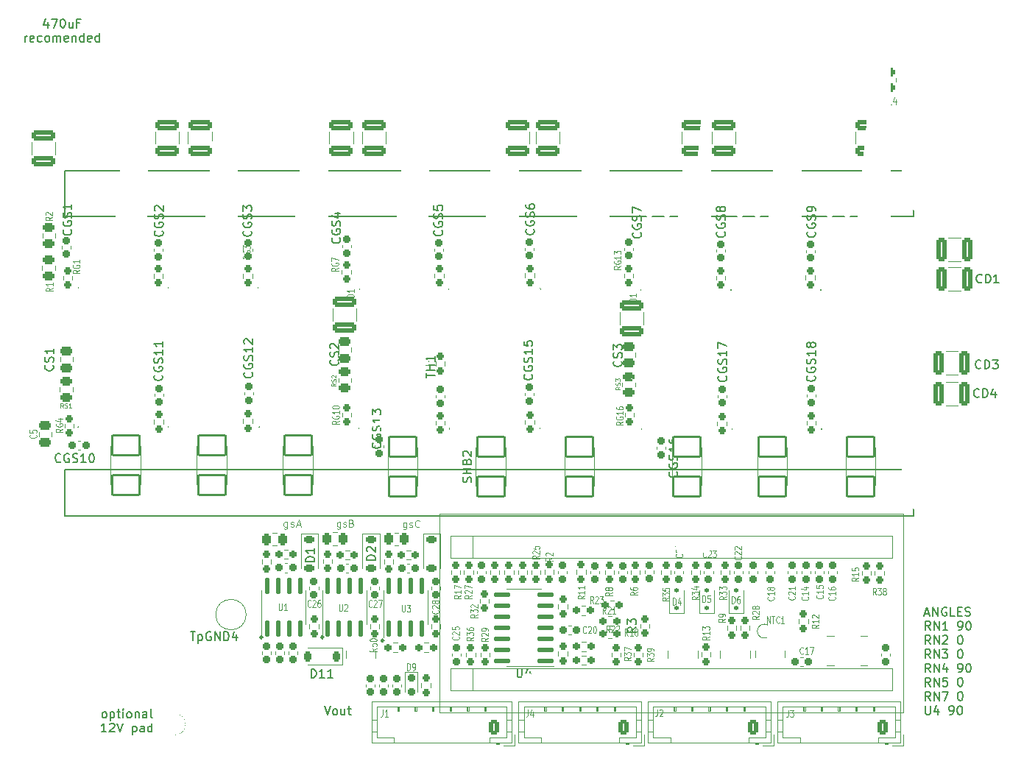
<source format=gbr>
%TF.GenerationSoftware,KiCad,Pcbnew,7.0.1-0*%
%TF.CreationDate,2023-10-26T13:37:28-04:00*%
%TF.ProjectId,MP2_DFN,4d50325f-4446-44e2-9e6b-696361645f70,rev?*%
%TF.SameCoordinates,Original*%
%TF.FileFunction,Legend,Top*%
%TF.FilePolarity,Positive*%
%FSLAX46Y46*%
G04 Gerber Fmt 4.6, Leading zero omitted, Abs format (unit mm)*
G04 Created by KiCad (PCBNEW 7.0.1-0) date 2023-10-26 13:37:28*
%MOMM*%
%LPD*%
G01*
G04 APERTURE LIST*
G04 Aperture macros list*
%AMRoundRect*
0 Rectangle with rounded corners*
0 $1 Rounding radius*
0 $2 $3 $4 $5 $6 $7 $8 $9 X,Y pos of 4 corners*
0 Add a 4 corners polygon primitive as box body*
4,1,4,$2,$3,$4,$5,$6,$7,$8,$9,$2,$3,0*
0 Add four circle primitives for the rounded corners*
1,1,$1+$1,$2,$3*
1,1,$1+$1,$4,$5*
1,1,$1+$1,$6,$7*
1,1,$1+$1,$8,$9*
0 Add four rect primitives between the rounded corners*
20,1,$1+$1,$2,$3,$4,$5,0*
20,1,$1+$1,$4,$5,$6,$7,0*
20,1,$1+$1,$6,$7,$8,$9,0*
20,1,$1+$1,$8,$9,$2,$3,0*%
%AMFreePoly0*
4,1,217,3.898453,3.715000,3.911988,3.710597,3.915082,3.710106,3.927653,3.710106,3.937854,3.702694,3.940638,3.701275,3.952627,3.697374,3.960011,3.687202,3.962227,3.684985,3.972394,3.677598,3.976291,3.665606,3.977710,3.662821,3.985116,3.652619,3.985111,3.640049,3.985601,3.636954,3.990000,3.623417,3.990000,2.376585,3.985595,2.363027,3.985106,2.359937,3.985106,2.347347,
3.977706,2.337162,3.976285,2.334374,3.972394,2.322400,3.962210,2.315001,3.959998,2.312789,3.952598,2.302603,3.940625,2.298713,3.937837,2.297293,3.927653,2.289894,3.915063,2.289894,3.911973,2.289405,3.898415,2.285000,2.850000,2.285000,2.842929,2.282071,2.840000,2.275000,2.840000,1.725000,2.842929,1.717929,2.850000,1.715000,3.898415,1.715000,3.911973,1.710595,
3.915063,1.710106,3.927653,1.710106,3.937837,1.702706,3.940625,1.701285,3.952599,1.697394,3.959998,1.687211,3.962211,1.684998,3.972394,1.677599,3.976285,1.665625,3.977706,1.662837,3.985106,1.652653,3.985106,1.640063,3.985595,1.636973,3.990000,1.623415,3.990000,0.376585,3.985595,0.363027,3.985106,0.359937,3.985106,0.347347,3.977706,0.337162,3.976285,0.334374,
3.972394,0.322400,3.962210,0.315001,3.959998,0.312789,3.952598,0.302603,3.940625,0.298713,3.937837,0.297293,3.927653,0.289894,3.915063,0.289894,3.911973,0.289405,3.898415,0.285000,2.850000,0.285000,2.842929,0.282071,2.840000,0.275000,2.840000,-0.275000,2.842929,-0.282071,2.850000,-0.285000,3.898415,-0.285000,3.911973,-0.289405,3.915063,-0.289894,3.927653,-0.289894,
3.937837,-0.297293,3.940625,-0.298713,3.952598,-0.302603,3.959998,-0.312789,3.962210,-0.315001,3.972394,-0.322400,3.976285,-0.334374,3.977706,-0.337162,3.985106,-0.347347,3.985106,-0.359937,3.985595,-0.363027,3.990000,-0.376585,3.990000,-1.623415,3.985595,-1.636973,3.985106,-1.640063,3.985106,-1.652653,3.977706,-1.662837,3.976285,-1.665625,3.972394,-1.677599,3.962211,-1.684998,
3.959998,-1.687211,3.952599,-1.697394,3.940625,-1.701285,3.937837,-1.702706,3.927653,-1.710106,3.915063,-1.710106,3.911973,-1.710595,3.898415,-1.715000,2.850000,-1.715000,2.842929,-1.717929,2.840000,-1.725000,2.840000,-2.275000,2.842929,-2.282071,2.850000,-2.285000,3.898415,-2.285000,3.911973,-2.289405,3.915063,-2.289894,3.927653,-2.289894,3.937837,-2.297293,3.940625,-2.298713,
3.952598,-2.302603,3.959998,-2.312789,3.962210,-2.315001,3.972394,-2.322400,3.976285,-2.334374,3.977706,-2.337162,3.985106,-2.347347,3.985106,-2.359937,3.985595,-2.363027,3.990000,-2.376585,3.990000,-3.623417,3.985601,-3.636954,3.985111,-3.640049,3.985116,-3.652619,3.977710,-3.662821,3.976291,-3.665606,3.972394,-3.677598,3.962227,-3.684985,3.960011,-3.687202,3.952627,-3.697374,
3.940638,-3.701275,3.937854,-3.702694,3.927653,-3.710106,3.915082,-3.710106,3.911988,-3.710597,3.898453,-3.715000,2.661620,-3.715499,2.648043,-3.711094,2.644957,-3.710606,2.632347,-3.710606,2.622178,-3.703218,2.619386,-3.701796,2.607430,-3.697916,2.600015,-3.687719,2.597805,-3.685510,2.587604,-3.678098,2.583719,-3.666143,2.582297,-3.663353,2.574904,-3.653186,2.574899,-3.640576,
2.574410,-3.637490,2.570000,-3.623915,2.570000,-3.600491,2.567071,-3.593420,2.560001,-3.590491,-2.748425,-3.590000,-2.761976,-3.585596,-2.765067,-3.585106,-2.777653,-3.585106,-2.787841,-3.577703,-2.790629,-3.576283,-2.802603,-3.572391,-2.810000,-3.562209,-2.812213,-3.559996,-2.822394,-3.552599,-2.826286,-3.540621,-2.827707,-3.537833,-2.835108,-3.527644,-2.835107,-3.515059,-2.835597,-3.511968,
-2.840000,-3.498418,-2.840000,3.498418,-2.835597,3.511968,-2.835107,3.515059,-2.835108,3.527644,-2.827707,3.537833,-2.826286,3.540621,-2.822394,3.552599,-2.812213,3.559996,-2.810000,3.562209,-2.802603,3.572391,-2.790629,3.576283,-2.787841,3.577703,-2.777653,3.585106,-2.765067,3.585106,-2.761976,3.585596,-2.748425,3.590000,2.560001,3.590491,2.567071,3.593420,2.570000,3.600491,
2.570000,3.623915,2.574410,3.637490,2.574899,3.640576,2.574904,3.653186,2.582297,3.663353,2.583719,3.666143,2.587604,3.678098,2.597805,3.685510,2.600015,3.687719,2.607430,3.697916,2.619386,3.701796,2.622178,3.703218,2.632347,3.710606,2.644957,3.710606,2.648043,3.711094,2.661620,3.715499,3.898453,3.715000,3.898453,3.715000,$1*%
G04 Aperture macros list end*
%ADD10C,0.294211*%
%ADD11C,0.150000*%
%ADD12C,0.120000*%
%ADD13C,0.125000*%
%ADD14C,0.100000*%
%ADD15C,5.348756*%
%ADD16RoundRect,0.215000X-0.250000X0.225000X-0.250000X-0.225000X0.250000X-0.225000X0.250000X0.225000X0*%
%ADD17RoundRect,0.215000X-0.375000X0.225000X-0.375000X-0.225000X0.375000X-0.225000X0.375000X0.225000X0*%
%ADD18RoundRect,0.190000X0.275000X-0.200000X0.275000X0.200000X-0.275000X0.200000X-0.275000X-0.200000X0*%
%ADD19C,3.180000*%
%ADD20RoundRect,0.118750X1.546250X-1.158750X1.546250X1.158750X-1.546250X1.158750X-1.546250X-1.158750X0*%
%ADD21RoundRect,0.240000X-1.100000X0.325000X-1.100000X-0.325000X1.100000X-0.325000X1.100000X0.325000X0*%
%ADD22RoundRect,0.240000X-0.475000X0.250000X-0.475000X-0.250000X0.475000X-0.250000X0.475000X0.250000X0*%
%ADD23RoundRect,0.240000X-0.262500X-0.450000X0.262500X-0.450000X0.262500X0.450000X-0.262500X0.450000X0*%
%ADD24RoundRect,0.102500X0.112500X-0.187500X0.112500X0.187500X-0.112500X0.187500X-0.112500X-0.187500X0*%
%ADD25R,1.230000X1.260000*%
%ADD26C,0.780000*%
%ADD27FreePoly0,90.000000*%
%ADD28R,0.880000X0.380000*%
%ADD29RoundRect,0.215000X0.250000X-0.225000X0.250000X0.225000X-0.250000X0.225000X-0.250000X-0.225000X0*%
%ADD30RoundRect,0.190000X-0.275000X0.200000X-0.275000X-0.200000X0.275000X-0.200000X0.275000X0.200000X0*%
%ADD31RoundRect,0.190000X-0.200000X-0.275000X0.200000X-0.275000X0.200000X0.275000X-0.200000X0.275000X0*%
%ADD32RoundRect,0.240000X1.100000X-0.325000X1.100000X0.325000X-1.100000X0.325000X-1.100000X-0.325000X0*%
%ADD33RoundRect,0.240000X-0.450000X0.262500X-0.450000X-0.262500X0.450000X-0.262500X0.450000X0.262500X0*%
%ADD34RoundRect,0.215000X-0.225000X-0.250000X0.225000X-0.250000X0.225000X0.250000X-0.225000X0.250000X0*%
%ADD35RoundRect,0.240000X0.350000X0.625000X-0.350000X0.625000X-0.350000X-0.625000X0.350000X-0.625000X0*%
%ADD36O,1.180000X1.730000*%
%ADD37RoundRect,0.190000X0.200000X0.275000X-0.200000X0.275000X-0.200000X-0.275000X0.200000X-0.275000X0*%
%ADD38C,2.980000*%
%ADD39R,0.380000X0.880000*%
%ADD40RoundRect,0.215000X0.225000X0.250000X-0.225000X0.250000X-0.225000X-0.250000X0.225000X-0.250000X0*%
%ADD41RoundRect,0.240000X0.325000X1.100000X-0.325000X1.100000X-0.325000X-1.100000X0.325000X-1.100000X0*%
%ADD42C,1.504000*%
%ADD43C,1.380000*%
%ADD44O,1.380000X1.380000*%
%ADD45RoundRect,0.215000X0.225000X0.375000X-0.225000X0.375000X-0.225000X-0.375000X0.225000X-0.375000X0*%
%ADD46RoundRect,0.140000X0.825000X0.150000X-0.825000X0.150000X-0.825000X-0.150000X0.825000X-0.150000X0*%
%ADD47RoundRect,0.140000X0.150000X-0.825000X0.150000X0.825000X-0.150000X0.825000X-0.150000X-0.825000X0*%
%ADD48RoundRect,0.208750X-0.256250X0.218750X-0.256250X-0.218750X0.256250X-0.218750X0.256250X0.218750X0*%
%ADD49C,2.480000*%
%ADD50RoundRect,0.240000X0.450000X-0.262500X0.450000X0.262500X-0.450000X0.262500X-0.450000X-0.262500X0*%
%ADD51R,2.380000X2.380000*%
%ADD52C,2.380000*%
%ADD53C,1.980000*%
%ADD54R,5.980000X3.980000*%
G04 APERTURE END LIST*
D10*
X83212105Y-109375000D02*
G75*
G03*
X83212105Y-109375000I-147105J0D01*
G01*
X90147105Y-109750000D02*
G75*
G03*
X90147105Y-109750000I-147105J0D01*
G01*
D11*
X53500000Y-55700000D02*
X151100000Y-55700000D01*
X151100000Y-61000000D01*
X53500000Y-61000000D01*
X53500000Y-55700000D01*
D10*
X76206105Y-109375000D02*
G75*
G03*
X76206105Y-109375000I-147105J0D01*
G01*
D11*
X53500000Y-90100000D02*
X151100000Y-90100000D01*
X151100000Y-95400000D01*
X53500000Y-95400000D01*
X53500000Y-90100000D01*
X152390476Y-106651904D02*
X152866666Y-106651904D01*
X152295238Y-106937619D02*
X152628571Y-105937619D01*
X152628571Y-105937619D02*
X152961904Y-106937619D01*
X153295238Y-106937619D02*
X153295238Y-105937619D01*
X153295238Y-105937619D02*
X153866666Y-106937619D01*
X153866666Y-106937619D02*
X153866666Y-105937619D01*
X154866666Y-105985238D02*
X154771428Y-105937619D01*
X154771428Y-105937619D02*
X154628571Y-105937619D01*
X154628571Y-105937619D02*
X154485714Y-105985238D01*
X154485714Y-105985238D02*
X154390476Y-106080476D01*
X154390476Y-106080476D02*
X154342857Y-106175714D01*
X154342857Y-106175714D02*
X154295238Y-106366190D01*
X154295238Y-106366190D02*
X154295238Y-106509047D01*
X154295238Y-106509047D02*
X154342857Y-106699523D01*
X154342857Y-106699523D02*
X154390476Y-106794761D01*
X154390476Y-106794761D02*
X154485714Y-106890000D01*
X154485714Y-106890000D02*
X154628571Y-106937619D01*
X154628571Y-106937619D02*
X154723809Y-106937619D01*
X154723809Y-106937619D02*
X154866666Y-106890000D01*
X154866666Y-106890000D02*
X154914285Y-106842380D01*
X154914285Y-106842380D02*
X154914285Y-106509047D01*
X154914285Y-106509047D02*
X154723809Y-106509047D01*
X155819047Y-106937619D02*
X155342857Y-106937619D01*
X155342857Y-106937619D02*
X155342857Y-105937619D01*
X156152381Y-106413809D02*
X156485714Y-106413809D01*
X156628571Y-106937619D02*
X156152381Y-106937619D01*
X156152381Y-106937619D02*
X156152381Y-105937619D01*
X156152381Y-105937619D02*
X156628571Y-105937619D01*
X157009524Y-106890000D02*
X157152381Y-106937619D01*
X157152381Y-106937619D02*
X157390476Y-106937619D01*
X157390476Y-106937619D02*
X157485714Y-106890000D01*
X157485714Y-106890000D02*
X157533333Y-106842380D01*
X157533333Y-106842380D02*
X157580952Y-106747142D01*
X157580952Y-106747142D02*
X157580952Y-106651904D01*
X157580952Y-106651904D02*
X157533333Y-106556666D01*
X157533333Y-106556666D02*
X157485714Y-106509047D01*
X157485714Y-106509047D02*
X157390476Y-106461428D01*
X157390476Y-106461428D02*
X157200000Y-106413809D01*
X157200000Y-106413809D02*
X157104762Y-106366190D01*
X157104762Y-106366190D02*
X157057143Y-106318571D01*
X157057143Y-106318571D02*
X157009524Y-106223333D01*
X157009524Y-106223333D02*
X157009524Y-106128095D01*
X157009524Y-106128095D02*
X157057143Y-106032857D01*
X157057143Y-106032857D02*
X157104762Y-105985238D01*
X157104762Y-105985238D02*
X157200000Y-105937619D01*
X157200000Y-105937619D02*
X157438095Y-105937619D01*
X157438095Y-105937619D02*
X157580952Y-105985238D01*
X153009523Y-108557619D02*
X152676190Y-108081428D01*
X152438095Y-108557619D02*
X152438095Y-107557619D01*
X152438095Y-107557619D02*
X152819047Y-107557619D01*
X152819047Y-107557619D02*
X152914285Y-107605238D01*
X152914285Y-107605238D02*
X152961904Y-107652857D01*
X152961904Y-107652857D02*
X153009523Y-107748095D01*
X153009523Y-107748095D02*
X153009523Y-107890952D01*
X153009523Y-107890952D02*
X152961904Y-107986190D01*
X152961904Y-107986190D02*
X152914285Y-108033809D01*
X152914285Y-108033809D02*
X152819047Y-108081428D01*
X152819047Y-108081428D02*
X152438095Y-108081428D01*
X153438095Y-108557619D02*
X153438095Y-107557619D01*
X153438095Y-107557619D02*
X154009523Y-108557619D01*
X154009523Y-108557619D02*
X154009523Y-107557619D01*
X155009523Y-108557619D02*
X154438095Y-108557619D01*
X154723809Y-108557619D02*
X154723809Y-107557619D01*
X154723809Y-107557619D02*
X154628571Y-107700476D01*
X154628571Y-107700476D02*
X154533333Y-107795714D01*
X154533333Y-107795714D02*
X154438095Y-107843333D01*
X156247618Y-108557619D02*
X156438094Y-108557619D01*
X156438094Y-108557619D02*
X156533332Y-108510000D01*
X156533332Y-108510000D02*
X156580951Y-108462380D01*
X156580951Y-108462380D02*
X156676189Y-108319523D01*
X156676189Y-108319523D02*
X156723808Y-108129047D01*
X156723808Y-108129047D02*
X156723808Y-107748095D01*
X156723808Y-107748095D02*
X156676189Y-107652857D01*
X156676189Y-107652857D02*
X156628570Y-107605238D01*
X156628570Y-107605238D02*
X156533332Y-107557619D01*
X156533332Y-107557619D02*
X156342856Y-107557619D01*
X156342856Y-107557619D02*
X156247618Y-107605238D01*
X156247618Y-107605238D02*
X156199999Y-107652857D01*
X156199999Y-107652857D02*
X156152380Y-107748095D01*
X156152380Y-107748095D02*
X156152380Y-107986190D01*
X156152380Y-107986190D02*
X156199999Y-108081428D01*
X156199999Y-108081428D02*
X156247618Y-108129047D01*
X156247618Y-108129047D02*
X156342856Y-108176666D01*
X156342856Y-108176666D02*
X156533332Y-108176666D01*
X156533332Y-108176666D02*
X156628570Y-108129047D01*
X156628570Y-108129047D02*
X156676189Y-108081428D01*
X156676189Y-108081428D02*
X156723808Y-107986190D01*
X157342856Y-107557619D02*
X157438094Y-107557619D01*
X157438094Y-107557619D02*
X157533332Y-107605238D01*
X157533332Y-107605238D02*
X157580951Y-107652857D01*
X157580951Y-107652857D02*
X157628570Y-107748095D01*
X157628570Y-107748095D02*
X157676189Y-107938571D01*
X157676189Y-107938571D02*
X157676189Y-108176666D01*
X157676189Y-108176666D02*
X157628570Y-108367142D01*
X157628570Y-108367142D02*
X157580951Y-108462380D01*
X157580951Y-108462380D02*
X157533332Y-108510000D01*
X157533332Y-108510000D02*
X157438094Y-108557619D01*
X157438094Y-108557619D02*
X157342856Y-108557619D01*
X157342856Y-108557619D02*
X157247618Y-108510000D01*
X157247618Y-108510000D02*
X157199999Y-108462380D01*
X157199999Y-108462380D02*
X157152380Y-108367142D01*
X157152380Y-108367142D02*
X157104761Y-108176666D01*
X157104761Y-108176666D02*
X157104761Y-107938571D01*
X157104761Y-107938571D02*
X157152380Y-107748095D01*
X157152380Y-107748095D02*
X157199999Y-107652857D01*
X157199999Y-107652857D02*
X157247618Y-107605238D01*
X157247618Y-107605238D02*
X157342856Y-107557619D01*
X153009523Y-110177619D02*
X152676190Y-109701428D01*
X152438095Y-110177619D02*
X152438095Y-109177619D01*
X152438095Y-109177619D02*
X152819047Y-109177619D01*
X152819047Y-109177619D02*
X152914285Y-109225238D01*
X152914285Y-109225238D02*
X152961904Y-109272857D01*
X152961904Y-109272857D02*
X153009523Y-109368095D01*
X153009523Y-109368095D02*
X153009523Y-109510952D01*
X153009523Y-109510952D02*
X152961904Y-109606190D01*
X152961904Y-109606190D02*
X152914285Y-109653809D01*
X152914285Y-109653809D02*
X152819047Y-109701428D01*
X152819047Y-109701428D02*
X152438095Y-109701428D01*
X153438095Y-110177619D02*
X153438095Y-109177619D01*
X153438095Y-109177619D02*
X154009523Y-110177619D01*
X154009523Y-110177619D02*
X154009523Y-109177619D01*
X154438095Y-109272857D02*
X154485714Y-109225238D01*
X154485714Y-109225238D02*
X154580952Y-109177619D01*
X154580952Y-109177619D02*
X154819047Y-109177619D01*
X154819047Y-109177619D02*
X154914285Y-109225238D01*
X154914285Y-109225238D02*
X154961904Y-109272857D01*
X154961904Y-109272857D02*
X155009523Y-109368095D01*
X155009523Y-109368095D02*
X155009523Y-109463333D01*
X155009523Y-109463333D02*
X154961904Y-109606190D01*
X154961904Y-109606190D02*
X154390476Y-110177619D01*
X154390476Y-110177619D02*
X155009523Y-110177619D01*
X156390475Y-109177619D02*
X156485713Y-109177619D01*
X156485713Y-109177619D02*
X156580951Y-109225238D01*
X156580951Y-109225238D02*
X156628570Y-109272857D01*
X156628570Y-109272857D02*
X156676189Y-109368095D01*
X156676189Y-109368095D02*
X156723808Y-109558571D01*
X156723808Y-109558571D02*
X156723808Y-109796666D01*
X156723808Y-109796666D02*
X156676189Y-109987142D01*
X156676189Y-109987142D02*
X156628570Y-110082380D01*
X156628570Y-110082380D02*
X156580951Y-110130000D01*
X156580951Y-110130000D02*
X156485713Y-110177619D01*
X156485713Y-110177619D02*
X156390475Y-110177619D01*
X156390475Y-110177619D02*
X156295237Y-110130000D01*
X156295237Y-110130000D02*
X156247618Y-110082380D01*
X156247618Y-110082380D02*
X156199999Y-109987142D01*
X156199999Y-109987142D02*
X156152380Y-109796666D01*
X156152380Y-109796666D02*
X156152380Y-109558571D01*
X156152380Y-109558571D02*
X156199999Y-109368095D01*
X156199999Y-109368095D02*
X156247618Y-109272857D01*
X156247618Y-109272857D02*
X156295237Y-109225238D01*
X156295237Y-109225238D02*
X156390475Y-109177619D01*
X153009523Y-111797619D02*
X152676190Y-111321428D01*
X152438095Y-111797619D02*
X152438095Y-110797619D01*
X152438095Y-110797619D02*
X152819047Y-110797619D01*
X152819047Y-110797619D02*
X152914285Y-110845238D01*
X152914285Y-110845238D02*
X152961904Y-110892857D01*
X152961904Y-110892857D02*
X153009523Y-110988095D01*
X153009523Y-110988095D02*
X153009523Y-111130952D01*
X153009523Y-111130952D02*
X152961904Y-111226190D01*
X152961904Y-111226190D02*
X152914285Y-111273809D01*
X152914285Y-111273809D02*
X152819047Y-111321428D01*
X152819047Y-111321428D02*
X152438095Y-111321428D01*
X153438095Y-111797619D02*
X153438095Y-110797619D01*
X153438095Y-110797619D02*
X154009523Y-111797619D01*
X154009523Y-111797619D02*
X154009523Y-110797619D01*
X154390476Y-110797619D02*
X155009523Y-110797619D01*
X155009523Y-110797619D02*
X154676190Y-111178571D01*
X154676190Y-111178571D02*
X154819047Y-111178571D01*
X154819047Y-111178571D02*
X154914285Y-111226190D01*
X154914285Y-111226190D02*
X154961904Y-111273809D01*
X154961904Y-111273809D02*
X155009523Y-111369047D01*
X155009523Y-111369047D02*
X155009523Y-111607142D01*
X155009523Y-111607142D02*
X154961904Y-111702380D01*
X154961904Y-111702380D02*
X154914285Y-111750000D01*
X154914285Y-111750000D02*
X154819047Y-111797619D01*
X154819047Y-111797619D02*
X154533333Y-111797619D01*
X154533333Y-111797619D02*
X154438095Y-111750000D01*
X154438095Y-111750000D02*
X154390476Y-111702380D01*
X156390475Y-110797619D02*
X156485713Y-110797619D01*
X156485713Y-110797619D02*
X156580951Y-110845238D01*
X156580951Y-110845238D02*
X156628570Y-110892857D01*
X156628570Y-110892857D02*
X156676189Y-110988095D01*
X156676189Y-110988095D02*
X156723808Y-111178571D01*
X156723808Y-111178571D02*
X156723808Y-111416666D01*
X156723808Y-111416666D02*
X156676189Y-111607142D01*
X156676189Y-111607142D02*
X156628570Y-111702380D01*
X156628570Y-111702380D02*
X156580951Y-111750000D01*
X156580951Y-111750000D02*
X156485713Y-111797619D01*
X156485713Y-111797619D02*
X156390475Y-111797619D01*
X156390475Y-111797619D02*
X156295237Y-111750000D01*
X156295237Y-111750000D02*
X156247618Y-111702380D01*
X156247618Y-111702380D02*
X156199999Y-111607142D01*
X156199999Y-111607142D02*
X156152380Y-111416666D01*
X156152380Y-111416666D02*
X156152380Y-111178571D01*
X156152380Y-111178571D02*
X156199999Y-110988095D01*
X156199999Y-110988095D02*
X156247618Y-110892857D01*
X156247618Y-110892857D02*
X156295237Y-110845238D01*
X156295237Y-110845238D02*
X156390475Y-110797619D01*
X153009523Y-113417619D02*
X152676190Y-112941428D01*
X152438095Y-113417619D02*
X152438095Y-112417619D01*
X152438095Y-112417619D02*
X152819047Y-112417619D01*
X152819047Y-112417619D02*
X152914285Y-112465238D01*
X152914285Y-112465238D02*
X152961904Y-112512857D01*
X152961904Y-112512857D02*
X153009523Y-112608095D01*
X153009523Y-112608095D02*
X153009523Y-112750952D01*
X153009523Y-112750952D02*
X152961904Y-112846190D01*
X152961904Y-112846190D02*
X152914285Y-112893809D01*
X152914285Y-112893809D02*
X152819047Y-112941428D01*
X152819047Y-112941428D02*
X152438095Y-112941428D01*
X153438095Y-113417619D02*
X153438095Y-112417619D01*
X153438095Y-112417619D02*
X154009523Y-113417619D01*
X154009523Y-113417619D02*
X154009523Y-112417619D01*
X154914285Y-112750952D02*
X154914285Y-113417619D01*
X154676190Y-112370000D02*
X154438095Y-113084285D01*
X154438095Y-113084285D02*
X155057142Y-113084285D01*
X156247618Y-113417619D02*
X156438094Y-113417619D01*
X156438094Y-113417619D02*
X156533332Y-113370000D01*
X156533332Y-113370000D02*
X156580951Y-113322380D01*
X156580951Y-113322380D02*
X156676189Y-113179523D01*
X156676189Y-113179523D02*
X156723808Y-112989047D01*
X156723808Y-112989047D02*
X156723808Y-112608095D01*
X156723808Y-112608095D02*
X156676189Y-112512857D01*
X156676189Y-112512857D02*
X156628570Y-112465238D01*
X156628570Y-112465238D02*
X156533332Y-112417619D01*
X156533332Y-112417619D02*
X156342856Y-112417619D01*
X156342856Y-112417619D02*
X156247618Y-112465238D01*
X156247618Y-112465238D02*
X156199999Y-112512857D01*
X156199999Y-112512857D02*
X156152380Y-112608095D01*
X156152380Y-112608095D02*
X156152380Y-112846190D01*
X156152380Y-112846190D02*
X156199999Y-112941428D01*
X156199999Y-112941428D02*
X156247618Y-112989047D01*
X156247618Y-112989047D02*
X156342856Y-113036666D01*
X156342856Y-113036666D02*
X156533332Y-113036666D01*
X156533332Y-113036666D02*
X156628570Y-112989047D01*
X156628570Y-112989047D02*
X156676189Y-112941428D01*
X156676189Y-112941428D02*
X156723808Y-112846190D01*
X157342856Y-112417619D02*
X157438094Y-112417619D01*
X157438094Y-112417619D02*
X157533332Y-112465238D01*
X157533332Y-112465238D02*
X157580951Y-112512857D01*
X157580951Y-112512857D02*
X157628570Y-112608095D01*
X157628570Y-112608095D02*
X157676189Y-112798571D01*
X157676189Y-112798571D02*
X157676189Y-113036666D01*
X157676189Y-113036666D02*
X157628570Y-113227142D01*
X157628570Y-113227142D02*
X157580951Y-113322380D01*
X157580951Y-113322380D02*
X157533332Y-113370000D01*
X157533332Y-113370000D02*
X157438094Y-113417619D01*
X157438094Y-113417619D02*
X157342856Y-113417619D01*
X157342856Y-113417619D02*
X157247618Y-113370000D01*
X157247618Y-113370000D02*
X157199999Y-113322380D01*
X157199999Y-113322380D02*
X157152380Y-113227142D01*
X157152380Y-113227142D02*
X157104761Y-113036666D01*
X157104761Y-113036666D02*
X157104761Y-112798571D01*
X157104761Y-112798571D02*
X157152380Y-112608095D01*
X157152380Y-112608095D02*
X157199999Y-112512857D01*
X157199999Y-112512857D02*
X157247618Y-112465238D01*
X157247618Y-112465238D02*
X157342856Y-112417619D01*
X153009523Y-115037619D02*
X152676190Y-114561428D01*
X152438095Y-115037619D02*
X152438095Y-114037619D01*
X152438095Y-114037619D02*
X152819047Y-114037619D01*
X152819047Y-114037619D02*
X152914285Y-114085238D01*
X152914285Y-114085238D02*
X152961904Y-114132857D01*
X152961904Y-114132857D02*
X153009523Y-114228095D01*
X153009523Y-114228095D02*
X153009523Y-114370952D01*
X153009523Y-114370952D02*
X152961904Y-114466190D01*
X152961904Y-114466190D02*
X152914285Y-114513809D01*
X152914285Y-114513809D02*
X152819047Y-114561428D01*
X152819047Y-114561428D02*
X152438095Y-114561428D01*
X153438095Y-115037619D02*
X153438095Y-114037619D01*
X153438095Y-114037619D02*
X154009523Y-115037619D01*
X154009523Y-115037619D02*
X154009523Y-114037619D01*
X154961904Y-114037619D02*
X154485714Y-114037619D01*
X154485714Y-114037619D02*
X154438095Y-114513809D01*
X154438095Y-114513809D02*
X154485714Y-114466190D01*
X154485714Y-114466190D02*
X154580952Y-114418571D01*
X154580952Y-114418571D02*
X154819047Y-114418571D01*
X154819047Y-114418571D02*
X154914285Y-114466190D01*
X154914285Y-114466190D02*
X154961904Y-114513809D01*
X154961904Y-114513809D02*
X155009523Y-114609047D01*
X155009523Y-114609047D02*
X155009523Y-114847142D01*
X155009523Y-114847142D02*
X154961904Y-114942380D01*
X154961904Y-114942380D02*
X154914285Y-114990000D01*
X154914285Y-114990000D02*
X154819047Y-115037619D01*
X154819047Y-115037619D02*
X154580952Y-115037619D01*
X154580952Y-115037619D02*
X154485714Y-114990000D01*
X154485714Y-114990000D02*
X154438095Y-114942380D01*
X156390475Y-114037619D02*
X156485713Y-114037619D01*
X156485713Y-114037619D02*
X156580951Y-114085238D01*
X156580951Y-114085238D02*
X156628570Y-114132857D01*
X156628570Y-114132857D02*
X156676189Y-114228095D01*
X156676189Y-114228095D02*
X156723808Y-114418571D01*
X156723808Y-114418571D02*
X156723808Y-114656666D01*
X156723808Y-114656666D02*
X156676189Y-114847142D01*
X156676189Y-114847142D02*
X156628570Y-114942380D01*
X156628570Y-114942380D02*
X156580951Y-114990000D01*
X156580951Y-114990000D02*
X156485713Y-115037619D01*
X156485713Y-115037619D02*
X156390475Y-115037619D01*
X156390475Y-115037619D02*
X156295237Y-114990000D01*
X156295237Y-114990000D02*
X156247618Y-114942380D01*
X156247618Y-114942380D02*
X156199999Y-114847142D01*
X156199999Y-114847142D02*
X156152380Y-114656666D01*
X156152380Y-114656666D02*
X156152380Y-114418571D01*
X156152380Y-114418571D02*
X156199999Y-114228095D01*
X156199999Y-114228095D02*
X156247618Y-114132857D01*
X156247618Y-114132857D02*
X156295237Y-114085238D01*
X156295237Y-114085238D02*
X156390475Y-114037619D01*
X153009523Y-116657619D02*
X152676190Y-116181428D01*
X152438095Y-116657619D02*
X152438095Y-115657619D01*
X152438095Y-115657619D02*
X152819047Y-115657619D01*
X152819047Y-115657619D02*
X152914285Y-115705238D01*
X152914285Y-115705238D02*
X152961904Y-115752857D01*
X152961904Y-115752857D02*
X153009523Y-115848095D01*
X153009523Y-115848095D02*
X153009523Y-115990952D01*
X153009523Y-115990952D02*
X152961904Y-116086190D01*
X152961904Y-116086190D02*
X152914285Y-116133809D01*
X152914285Y-116133809D02*
X152819047Y-116181428D01*
X152819047Y-116181428D02*
X152438095Y-116181428D01*
X153438095Y-116657619D02*
X153438095Y-115657619D01*
X153438095Y-115657619D02*
X154009523Y-116657619D01*
X154009523Y-116657619D02*
X154009523Y-115657619D01*
X154390476Y-115657619D02*
X155057142Y-115657619D01*
X155057142Y-115657619D02*
X154628571Y-116657619D01*
X156390475Y-115657619D02*
X156485713Y-115657619D01*
X156485713Y-115657619D02*
X156580951Y-115705238D01*
X156580951Y-115705238D02*
X156628570Y-115752857D01*
X156628570Y-115752857D02*
X156676189Y-115848095D01*
X156676189Y-115848095D02*
X156723808Y-116038571D01*
X156723808Y-116038571D02*
X156723808Y-116276666D01*
X156723808Y-116276666D02*
X156676189Y-116467142D01*
X156676189Y-116467142D02*
X156628570Y-116562380D01*
X156628570Y-116562380D02*
X156580951Y-116610000D01*
X156580951Y-116610000D02*
X156485713Y-116657619D01*
X156485713Y-116657619D02*
X156390475Y-116657619D01*
X156390475Y-116657619D02*
X156295237Y-116610000D01*
X156295237Y-116610000D02*
X156247618Y-116562380D01*
X156247618Y-116562380D02*
X156199999Y-116467142D01*
X156199999Y-116467142D02*
X156152380Y-116276666D01*
X156152380Y-116276666D02*
X156152380Y-116038571D01*
X156152380Y-116038571D02*
X156199999Y-115848095D01*
X156199999Y-115848095D02*
X156247618Y-115752857D01*
X156247618Y-115752857D02*
X156295237Y-115705238D01*
X156295237Y-115705238D02*
X156390475Y-115657619D01*
X152438095Y-117277619D02*
X152438095Y-118087142D01*
X152438095Y-118087142D02*
X152485714Y-118182380D01*
X152485714Y-118182380D02*
X152533333Y-118230000D01*
X152533333Y-118230000D02*
X152628571Y-118277619D01*
X152628571Y-118277619D02*
X152819047Y-118277619D01*
X152819047Y-118277619D02*
X152914285Y-118230000D01*
X152914285Y-118230000D02*
X152961904Y-118182380D01*
X152961904Y-118182380D02*
X153009523Y-118087142D01*
X153009523Y-118087142D02*
X153009523Y-117277619D01*
X153914285Y-117610952D02*
X153914285Y-118277619D01*
X153676190Y-117230000D02*
X153438095Y-117944285D01*
X153438095Y-117944285D02*
X154057142Y-117944285D01*
X155247619Y-118277619D02*
X155438095Y-118277619D01*
X155438095Y-118277619D02*
X155533333Y-118230000D01*
X155533333Y-118230000D02*
X155580952Y-118182380D01*
X155580952Y-118182380D02*
X155676190Y-118039523D01*
X155676190Y-118039523D02*
X155723809Y-117849047D01*
X155723809Y-117849047D02*
X155723809Y-117468095D01*
X155723809Y-117468095D02*
X155676190Y-117372857D01*
X155676190Y-117372857D02*
X155628571Y-117325238D01*
X155628571Y-117325238D02*
X155533333Y-117277619D01*
X155533333Y-117277619D02*
X155342857Y-117277619D01*
X155342857Y-117277619D02*
X155247619Y-117325238D01*
X155247619Y-117325238D02*
X155200000Y-117372857D01*
X155200000Y-117372857D02*
X155152381Y-117468095D01*
X155152381Y-117468095D02*
X155152381Y-117706190D01*
X155152381Y-117706190D02*
X155200000Y-117801428D01*
X155200000Y-117801428D02*
X155247619Y-117849047D01*
X155247619Y-117849047D02*
X155342857Y-117896666D01*
X155342857Y-117896666D02*
X155533333Y-117896666D01*
X155533333Y-117896666D02*
X155628571Y-117849047D01*
X155628571Y-117849047D02*
X155676190Y-117801428D01*
X155676190Y-117801428D02*
X155723809Y-117706190D01*
X156342857Y-117277619D02*
X156438095Y-117277619D01*
X156438095Y-117277619D02*
X156533333Y-117325238D01*
X156533333Y-117325238D02*
X156580952Y-117372857D01*
X156580952Y-117372857D02*
X156628571Y-117468095D01*
X156628571Y-117468095D02*
X156676190Y-117658571D01*
X156676190Y-117658571D02*
X156676190Y-117896666D01*
X156676190Y-117896666D02*
X156628571Y-118087142D01*
X156628571Y-118087142D02*
X156580952Y-118182380D01*
X156580952Y-118182380D02*
X156533333Y-118230000D01*
X156533333Y-118230000D02*
X156438095Y-118277619D01*
X156438095Y-118277619D02*
X156342857Y-118277619D01*
X156342857Y-118277619D02*
X156247619Y-118230000D01*
X156247619Y-118230000D02*
X156200000Y-118182380D01*
X156200000Y-118182380D02*
X156152381Y-118087142D01*
X156152381Y-118087142D02*
X156104762Y-117896666D01*
X156104762Y-117896666D02*
X156104762Y-117658571D01*
X156104762Y-117658571D02*
X156152381Y-117468095D01*
X156152381Y-117468095D02*
X156200000Y-117372857D01*
X156200000Y-117372857D02*
X156247619Y-117325238D01*
X156247619Y-117325238D02*
X156342857Y-117277619D01*
D12*
X85147619Y-96136761D02*
X85147619Y-96784380D01*
X85147619Y-96784380D02*
X85109524Y-96860571D01*
X85109524Y-96860571D02*
X85071428Y-96898666D01*
X85071428Y-96898666D02*
X84995238Y-96936761D01*
X84995238Y-96936761D02*
X84880952Y-96936761D01*
X84880952Y-96936761D02*
X84804762Y-96898666D01*
X85147619Y-96632000D02*
X85071428Y-96670095D01*
X85071428Y-96670095D02*
X84919047Y-96670095D01*
X84919047Y-96670095D02*
X84842857Y-96632000D01*
X84842857Y-96632000D02*
X84804762Y-96593904D01*
X84804762Y-96593904D02*
X84766666Y-96517714D01*
X84766666Y-96517714D02*
X84766666Y-96289142D01*
X84766666Y-96289142D02*
X84804762Y-96212952D01*
X84804762Y-96212952D02*
X84842857Y-96174857D01*
X84842857Y-96174857D02*
X84919047Y-96136761D01*
X84919047Y-96136761D02*
X85071428Y-96136761D01*
X85071428Y-96136761D02*
X85147619Y-96174857D01*
X85490476Y-96632000D02*
X85566667Y-96670095D01*
X85566667Y-96670095D02*
X85719048Y-96670095D01*
X85719048Y-96670095D02*
X85795238Y-96632000D01*
X85795238Y-96632000D02*
X85833334Y-96555809D01*
X85833334Y-96555809D02*
X85833334Y-96517714D01*
X85833334Y-96517714D02*
X85795238Y-96441523D01*
X85795238Y-96441523D02*
X85719048Y-96403428D01*
X85719048Y-96403428D02*
X85604762Y-96403428D01*
X85604762Y-96403428D02*
X85528572Y-96365333D01*
X85528572Y-96365333D02*
X85490476Y-96289142D01*
X85490476Y-96289142D02*
X85490476Y-96251047D01*
X85490476Y-96251047D02*
X85528572Y-96174857D01*
X85528572Y-96174857D02*
X85604762Y-96136761D01*
X85604762Y-96136761D02*
X85719048Y-96136761D01*
X85719048Y-96136761D02*
X85795238Y-96174857D01*
X86442857Y-96251047D02*
X86557143Y-96289142D01*
X86557143Y-96289142D02*
X86595238Y-96327238D01*
X86595238Y-96327238D02*
X86633334Y-96403428D01*
X86633334Y-96403428D02*
X86633334Y-96517714D01*
X86633334Y-96517714D02*
X86595238Y-96593904D01*
X86595238Y-96593904D02*
X86557143Y-96632000D01*
X86557143Y-96632000D02*
X86480953Y-96670095D01*
X86480953Y-96670095D02*
X86176191Y-96670095D01*
X86176191Y-96670095D02*
X86176191Y-95870095D01*
X86176191Y-95870095D02*
X86442857Y-95870095D01*
X86442857Y-95870095D02*
X86519048Y-95908190D01*
X86519048Y-95908190D02*
X86557143Y-95946285D01*
X86557143Y-95946285D02*
X86595238Y-96022476D01*
X86595238Y-96022476D02*
X86595238Y-96098666D01*
X86595238Y-96098666D02*
X86557143Y-96174857D01*
X86557143Y-96174857D02*
X86519048Y-96212952D01*
X86519048Y-96212952D02*
X86442857Y-96251047D01*
X86442857Y-96251047D02*
X86176191Y-96251047D01*
D11*
X51507142Y-38590952D02*
X51507142Y-39257619D01*
X51269047Y-38210000D02*
X51030952Y-38924285D01*
X51030952Y-38924285D02*
X51649999Y-38924285D01*
X51935714Y-38257619D02*
X52602380Y-38257619D01*
X52602380Y-38257619D02*
X52173809Y-39257619D01*
X53173809Y-38257619D02*
X53269047Y-38257619D01*
X53269047Y-38257619D02*
X53364285Y-38305238D01*
X53364285Y-38305238D02*
X53411904Y-38352857D01*
X53411904Y-38352857D02*
X53459523Y-38448095D01*
X53459523Y-38448095D02*
X53507142Y-38638571D01*
X53507142Y-38638571D02*
X53507142Y-38876666D01*
X53507142Y-38876666D02*
X53459523Y-39067142D01*
X53459523Y-39067142D02*
X53411904Y-39162380D01*
X53411904Y-39162380D02*
X53364285Y-39210000D01*
X53364285Y-39210000D02*
X53269047Y-39257619D01*
X53269047Y-39257619D02*
X53173809Y-39257619D01*
X53173809Y-39257619D02*
X53078571Y-39210000D01*
X53078571Y-39210000D02*
X53030952Y-39162380D01*
X53030952Y-39162380D02*
X52983333Y-39067142D01*
X52983333Y-39067142D02*
X52935714Y-38876666D01*
X52935714Y-38876666D02*
X52935714Y-38638571D01*
X52935714Y-38638571D02*
X52983333Y-38448095D01*
X52983333Y-38448095D02*
X53030952Y-38352857D01*
X53030952Y-38352857D02*
X53078571Y-38305238D01*
X53078571Y-38305238D02*
X53173809Y-38257619D01*
X54364285Y-38590952D02*
X54364285Y-39257619D01*
X53935714Y-38590952D02*
X53935714Y-39114761D01*
X53935714Y-39114761D02*
X53983333Y-39210000D01*
X53983333Y-39210000D02*
X54078571Y-39257619D01*
X54078571Y-39257619D02*
X54221428Y-39257619D01*
X54221428Y-39257619D02*
X54316666Y-39210000D01*
X54316666Y-39210000D02*
X54364285Y-39162380D01*
X55173809Y-38733809D02*
X54840476Y-38733809D01*
X54840476Y-39257619D02*
X54840476Y-38257619D01*
X54840476Y-38257619D02*
X55316666Y-38257619D01*
X48888095Y-40877619D02*
X48888095Y-40210952D01*
X48888095Y-40401428D02*
X48935714Y-40306190D01*
X48935714Y-40306190D02*
X48983333Y-40258571D01*
X48983333Y-40258571D02*
X49078571Y-40210952D01*
X49078571Y-40210952D02*
X49173809Y-40210952D01*
X49888095Y-40830000D02*
X49792857Y-40877619D01*
X49792857Y-40877619D02*
X49602381Y-40877619D01*
X49602381Y-40877619D02*
X49507143Y-40830000D01*
X49507143Y-40830000D02*
X49459524Y-40734761D01*
X49459524Y-40734761D02*
X49459524Y-40353809D01*
X49459524Y-40353809D02*
X49507143Y-40258571D01*
X49507143Y-40258571D02*
X49602381Y-40210952D01*
X49602381Y-40210952D02*
X49792857Y-40210952D01*
X49792857Y-40210952D02*
X49888095Y-40258571D01*
X49888095Y-40258571D02*
X49935714Y-40353809D01*
X49935714Y-40353809D02*
X49935714Y-40449047D01*
X49935714Y-40449047D02*
X49459524Y-40544285D01*
X50792857Y-40830000D02*
X50697619Y-40877619D01*
X50697619Y-40877619D02*
X50507143Y-40877619D01*
X50507143Y-40877619D02*
X50411905Y-40830000D01*
X50411905Y-40830000D02*
X50364286Y-40782380D01*
X50364286Y-40782380D02*
X50316667Y-40687142D01*
X50316667Y-40687142D02*
X50316667Y-40401428D01*
X50316667Y-40401428D02*
X50364286Y-40306190D01*
X50364286Y-40306190D02*
X50411905Y-40258571D01*
X50411905Y-40258571D02*
X50507143Y-40210952D01*
X50507143Y-40210952D02*
X50697619Y-40210952D01*
X50697619Y-40210952D02*
X50792857Y-40258571D01*
X51364286Y-40877619D02*
X51269048Y-40830000D01*
X51269048Y-40830000D02*
X51221429Y-40782380D01*
X51221429Y-40782380D02*
X51173810Y-40687142D01*
X51173810Y-40687142D02*
X51173810Y-40401428D01*
X51173810Y-40401428D02*
X51221429Y-40306190D01*
X51221429Y-40306190D02*
X51269048Y-40258571D01*
X51269048Y-40258571D02*
X51364286Y-40210952D01*
X51364286Y-40210952D02*
X51507143Y-40210952D01*
X51507143Y-40210952D02*
X51602381Y-40258571D01*
X51602381Y-40258571D02*
X51650000Y-40306190D01*
X51650000Y-40306190D02*
X51697619Y-40401428D01*
X51697619Y-40401428D02*
X51697619Y-40687142D01*
X51697619Y-40687142D02*
X51650000Y-40782380D01*
X51650000Y-40782380D02*
X51602381Y-40830000D01*
X51602381Y-40830000D02*
X51507143Y-40877619D01*
X51507143Y-40877619D02*
X51364286Y-40877619D01*
X52126191Y-40877619D02*
X52126191Y-40210952D01*
X52126191Y-40306190D02*
X52173810Y-40258571D01*
X52173810Y-40258571D02*
X52269048Y-40210952D01*
X52269048Y-40210952D02*
X52411905Y-40210952D01*
X52411905Y-40210952D02*
X52507143Y-40258571D01*
X52507143Y-40258571D02*
X52554762Y-40353809D01*
X52554762Y-40353809D02*
X52554762Y-40877619D01*
X52554762Y-40353809D02*
X52602381Y-40258571D01*
X52602381Y-40258571D02*
X52697619Y-40210952D01*
X52697619Y-40210952D02*
X52840476Y-40210952D01*
X52840476Y-40210952D02*
X52935715Y-40258571D01*
X52935715Y-40258571D02*
X52983334Y-40353809D01*
X52983334Y-40353809D02*
X52983334Y-40877619D01*
X53840476Y-40830000D02*
X53745238Y-40877619D01*
X53745238Y-40877619D02*
X53554762Y-40877619D01*
X53554762Y-40877619D02*
X53459524Y-40830000D01*
X53459524Y-40830000D02*
X53411905Y-40734761D01*
X53411905Y-40734761D02*
X53411905Y-40353809D01*
X53411905Y-40353809D02*
X53459524Y-40258571D01*
X53459524Y-40258571D02*
X53554762Y-40210952D01*
X53554762Y-40210952D02*
X53745238Y-40210952D01*
X53745238Y-40210952D02*
X53840476Y-40258571D01*
X53840476Y-40258571D02*
X53888095Y-40353809D01*
X53888095Y-40353809D02*
X53888095Y-40449047D01*
X53888095Y-40449047D02*
X53411905Y-40544285D01*
X54316667Y-40210952D02*
X54316667Y-40877619D01*
X54316667Y-40306190D02*
X54364286Y-40258571D01*
X54364286Y-40258571D02*
X54459524Y-40210952D01*
X54459524Y-40210952D02*
X54602381Y-40210952D01*
X54602381Y-40210952D02*
X54697619Y-40258571D01*
X54697619Y-40258571D02*
X54745238Y-40353809D01*
X54745238Y-40353809D02*
X54745238Y-40877619D01*
X55650000Y-40877619D02*
X55650000Y-39877619D01*
X55650000Y-40830000D02*
X55554762Y-40877619D01*
X55554762Y-40877619D02*
X55364286Y-40877619D01*
X55364286Y-40877619D02*
X55269048Y-40830000D01*
X55269048Y-40830000D02*
X55221429Y-40782380D01*
X55221429Y-40782380D02*
X55173810Y-40687142D01*
X55173810Y-40687142D02*
X55173810Y-40401428D01*
X55173810Y-40401428D02*
X55221429Y-40306190D01*
X55221429Y-40306190D02*
X55269048Y-40258571D01*
X55269048Y-40258571D02*
X55364286Y-40210952D01*
X55364286Y-40210952D02*
X55554762Y-40210952D01*
X55554762Y-40210952D02*
X55650000Y-40258571D01*
X56507143Y-40830000D02*
X56411905Y-40877619D01*
X56411905Y-40877619D02*
X56221429Y-40877619D01*
X56221429Y-40877619D02*
X56126191Y-40830000D01*
X56126191Y-40830000D02*
X56078572Y-40734761D01*
X56078572Y-40734761D02*
X56078572Y-40353809D01*
X56078572Y-40353809D02*
X56126191Y-40258571D01*
X56126191Y-40258571D02*
X56221429Y-40210952D01*
X56221429Y-40210952D02*
X56411905Y-40210952D01*
X56411905Y-40210952D02*
X56507143Y-40258571D01*
X56507143Y-40258571D02*
X56554762Y-40353809D01*
X56554762Y-40353809D02*
X56554762Y-40449047D01*
X56554762Y-40449047D02*
X56078572Y-40544285D01*
X57411905Y-40877619D02*
X57411905Y-39877619D01*
X57411905Y-40830000D02*
X57316667Y-40877619D01*
X57316667Y-40877619D02*
X57126191Y-40877619D01*
X57126191Y-40877619D02*
X57030953Y-40830000D01*
X57030953Y-40830000D02*
X56983334Y-40782380D01*
X56983334Y-40782380D02*
X56935715Y-40687142D01*
X56935715Y-40687142D02*
X56935715Y-40401428D01*
X56935715Y-40401428D02*
X56983334Y-40306190D01*
X56983334Y-40306190D02*
X57030953Y-40258571D01*
X57030953Y-40258571D02*
X57126191Y-40210952D01*
X57126191Y-40210952D02*
X57316667Y-40210952D01*
X57316667Y-40210952D02*
X57411905Y-40258571D01*
D12*
X92747619Y-96186761D02*
X92747619Y-96834380D01*
X92747619Y-96834380D02*
X92709524Y-96910571D01*
X92709524Y-96910571D02*
X92671428Y-96948666D01*
X92671428Y-96948666D02*
X92595238Y-96986761D01*
X92595238Y-96986761D02*
X92480952Y-96986761D01*
X92480952Y-96986761D02*
X92404762Y-96948666D01*
X92747619Y-96682000D02*
X92671428Y-96720095D01*
X92671428Y-96720095D02*
X92519047Y-96720095D01*
X92519047Y-96720095D02*
X92442857Y-96682000D01*
X92442857Y-96682000D02*
X92404762Y-96643904D01*
X92404762Y-96643904D02*
X92366666Y-96567714D01*
X92366666Y-96567714D02*
X92366666Y-96339142D01*
X92366666Y-96339142D02*
X92404762Y-96262952D01*
X92404762Y-96262952D02*
X92442857Y-96224857D01*
X92442857Y-96224857D02*
X92519047Y-96186761D01*
X92519047Y-96186761D02*
X92671428Y-96186761D01*
X92671428Y-96186761D02*
X92747619Y-96224857D01*
X93090476Y-96682000D02*
X93166667Y-96720095D01*
X93166667Y-96720095D02*
X93319048Y-96720095D01*
X93319048Y-96720095D02*
X93395238Y-96682000D01*
X93395238Y-96682000D02*
X93433334Y-96605809D01*
X93433334Y-96605809D02*
X93433334Y-96567714D01*
X93433334Y-96567714D02*
X93395238Y-96491523D01*
X93395238Y-96491523D02*
X93319048Y-96453428D01*
X93319048Y-96453428D02*
X93204762Y-96453428D01*
X93204762Y-96453428D02*
X93128572Y-96415333D01*
X93128572Y-96415333D02*
X93090476Y-96339142D01*
X93090476Y-96339142D02*
X93090476Y-96301047D01*
X93090476Y-96301047D02*
X93128572Y-96224857D01*
X93128572Y-96224857D02*
X93204762Y-96186761D01*
X93204762Y-96186761D02*
X93319048Y-96186761D01*
X93319048Y-96186761D02*
X93395238Y-96224857D01*
X94233334Y-96643904D02*
X94195238Y-96682000D01*
X94195238Y-96682000D02*
X94080953Y-96720095D01*
X94080953Y-96720095D02*
X94004762Y-96720095D01*
X94004762Y-96720095D02*
X93890476Y-96682000D01*
X93890476Y-96682000D02*
X93814286Y-96605809D01*
X93814286Y-96605809D02*
X93776191Y-96529619D01*
X93776191Y-96529619D02*
X93738095Y-96377238D01*
X93738095Y-96377238D02*
X93738095Y-96262952D01*
X93738095Y-96262952D02*
X93776191Y-96110571D01*
X93776191Y-96110571D02*
X93814286Y-96034380D01*
X93814286Y-96034380D02*
X93890476Y-95958190D01*
X93890476Y-95958190D02*
X94004762Y-95920095D01*
X94004762Y-95920095D02*
X94080953Y-95920095D01*
X94080953Y-95920095D02*
X94195238Y-95958190D01*
X94195238Y-95958190D02*
X94233334Y-95996285D01*
X79042857Y-96136761D02*
X79042857Y-96784380D01*
X79042857Y-96784380D02*
X78999999Y-96860571D01*
X78999999Y-96860571D02*
X78957142Y-96898666D01*
X78957142Y-96898666D02*
X78871428Y-96936761D01*
X78871428Y-96936761D02*
X78742857Y-96936761D01*
X78742857Y-96936761D02*
X78657142Y-96898666D01*
X79042857Y-96632000D02*
X78957142Y-96670095D01*
X78957142Y-96670095D02*
X78785714Y-96670095D01*
X78785714Y-96670095D02*
X78699999Y-96632000D01*
X78699999Y-96632000D02*
X78657142Y-96593904D01*
X78657142Y-96593904D02*
X78614285Y-96517714D01*
X78614285Y-96517714D02*
X78614285Y-96289142D01*
X78614285Y-96289142D02*
X78657142Y-96212952D01*
X78657142Y-96212952D02*
X78699999Y-96174857D01*
X78699999Y-96174857D02*
X78785714Y-96136761D01*
X78785714Y-96136761D02*
X78957142Y-96136761D01*
X78957142Y-96136761D02*
X79042857Y-96174857D01*
X79428571Y-96632000D02*
X79514285Y-96670095D01*
X79514285Y-96670095D02*
X79685714Y-96670095D01*
X79685714Y-96670095D02*
X79771428Y-96632000D01*
X79771428Y-96632000D02*
X79814285Y-96555809D01*
X79814285Y-96555809D02*
X79814285Y-96517714D01*
X79814285Y-96517714D02*
X79771428Y-96441523D01*
X79771428Y-96441523D02*
X79685714Y-96403428D01*
X79685714Y-96403428D02*
X79557143Y-96403428D01*
X79557143Y-96403428D02*
X79471428Y-96365333D01*
X79471428Y-96365333D02*
X79428571Y-96289142D01*
X79428571Y-96289142D02*
X79428571Y-96251047D01*
X79428571Y-96251047D02*
X79471428Y-96174857D01*
X79471428Y-96174857D02*
X79557143Y-96136761D01*
X79557143Y-96136761D02*
X79685714Y-96136761D01*
X79685714Y-96136761D02*
X79771428Y-96174857D01*
X80157142Y-96441523D02*
X80585714Y-96441523D01*
X80071428Y-96670095D02*
X80371428Y-95870095D01*
X80371428Y-95870095D02*
X80671428Y-96670095D01*
X119109904Y-71034099D02*
X119148000Y-71062671D01*
X119148000Y-71062671D02*
X119186095Y-71148385D01*
X119186095Y-71148385D02*
X119186095Y-71205528D01*
X119186095Y-71205528D02*
X119148000Y-71291242D01*
X119148000Y-71291242D02*
X119071809Y-71348385D01*
X119071809Y-71348385D02*
X118995619Y-71376956D01*
X118995619Y-71376956D02*
X118843238Y-71405528D01*
X118843238Y-71405528D02*
X118728952Y-71405528D01*
X118728952Y-71405528D02*
X118576571Y-71376956D01*
X118576571Y-71376956D02*
X118500380Y-71348385D01*
X118500380Y-71348385D02*
X118424190Y-71291242D01*
X118424190Y-71291242D02*
X118386095Y-71205528D01*
X118386095Y-71205528D02*
X118386095Y-71148385D01*
X118386095Y-71148385D02*
X118424190Y-71062671D01*
X118424190Y-71062671D02*
X118462285Y-71034099D01*
X119186095Y-70776956D02*
X118386095Y-70776956D01*
X118386095Y-70776956D02*
X118386095Y-70634099D01*
X118386095Y-70634099D02*
X118424190Y-70548385D01*
X118424190Y-70548385D02*
X118500380Y-70491242D01*
X118500380Y-70491242D02*
X118576571Y-70462671D01*
X118576571Y-70462671D02*
X118728952Y-70434099D01*
X118728952Y-70434099D02*
X118843238Y-70434099D01*
X118843238Y-70434099D02*
X118995619Y-70462671D01*
X118995619Y-70462671D02*
X119071809Y-70491242D01*
X119071809Y-70491242D02*
X119148000Y-70548385D01*
X119148000Y-70548385D02*
X119186095Y-70634099D01*
X119186095Y-70634099D02*
X119186095Y-70776956D01*
X119186095Y-69862671D02*
X119186095Y-70205528D01*
X119186095Y-70034099D02*
X118386095Y-70034099D01*
X118386095Y-70034099D02*
X118500380Y-70091242D01*
X118500380Y-70091242D02*
X118576571Y-70148385D01*
X118576571Y-70148385D02*
X118614666Y-70205528D01*
D11*
X83326190Y-117312619D02*
X83659523Y-118312619D01*
X83659523Y-118312619D02*
X83992856Y-117312619D01*
X84469047Y-118312619D02*
X84373809Y-118265000D01*
X84373809Y-118265000D02*
X84326190Y-118217380D01*
X84326190Y-118217380D02*
X84278571Y-118122142D01*
X84278571Y-118122142D02*
X84278571Y-117836428D01*
X84278571Y-117836428D02*
X84326190Y-117741190D01*
X84326190Y-117741190D02*
X84373809Y-117693571D01*
X84373809Y-117693571D02*
X84469047Y-117645952D01*
X84469047Y-117645952D02*
X84611904Y-117645952D01*
X84611904Y-117645952D02*
X84707142Y-117693571D01*
X84707142Y-117693571D02*
X84754761Y-117741190D01*
X84754761Y-117741190D02*
X84802380Y-117836428D01*
X84802380Y-117836428D02*
X84802380Y-118122142D01*
X84802380Y-118122142D02*
X84754761Y-118217380D01*
X84754761Y-118217380D02*
X84707142Y-118265000D01*
X84707142Y-118265000D02*
X84611904Y-118312619D01*
X84611904Y-118312619D02*
X84469047Y-118312619D01*
X85659523Y-117645952D02*
X85659523Y-118312619D01*
X85230952Y-117645952D02*
X85230952Y-118169761D01*
X85230952Y-118169761D02*
X85278571Y-118265000D01*
X85278571Y-118265000D02*
X85373809Y-118312619D01*
X85373809Y-118312619D02*
X85516666Y-118312619D01*
X85516666Y-118312619D02*
X85611904Y-118265000D01*
X85611904Y-118265000D02*
X85659523Y-118217380D01*
X85992857Y-117645952D02*
X86373809Y-117645952D01*
X86135714Y-117312619D02*
X86135714Y-118169761D01*
X86135714Y-118169761D02*
X86183333Y-118265000D01*
X86183333Y-118265000D02*
X86278571Y-118312619D01*
X86278571Y-118312619D02*
X86373809Y-118312619D01*
D12*
X86634904Y-70509099D02*
X86673000Y-70537671D01*
X86673000Y-70537671D02*
X86711095Y-70623385D01*
X86711095Y-70623385D02*
X86711095Y-70680528D01*
X86711095Y-70680528D02*
X86673000Y-70766242D01*
X86673000Y-70766242D02*
X86596809Y-70823385D01*
X86596809Y-70823385D02*
X86520619Y-70851956D01*
X86520619Y-70851956D02*
X86368238Y-70880528D01*
X86368238Y-70880528D02*
X86253952Y-70880528D01*
X86253952Y-70880528D02*
X86101571Y-70851956D01*
X86101571Y-70851956D02*
X86025380Y-70823385D01*
X86025380Y-70823385D02*
X85949190Y-70766242D01*
X85949190Y-70766242D02*
X85911095Y-70680528D01*
X85911095Y-70680528D02*
X85911095Y-70623385D01*
X85911095Y-70623385D02*
X85949190Y-70537671D01*
X85949190Y-70537671D02*
X85987285Y-70509099D01*
X86711095Y-70251956D02*
X85911095Y-70251956D01*
X85911095Y-70251956D02*
X85911095Y-70109099D01*
X85911095Y-70109099D02*
X85949190Y-70023385D01*
X85949190Y-70023385D02*
X86025380Y-69966242D01*
X86025380Y-69966242D02*
X86101571Y-69937671D01*
X86101571Y-69937671D02*
X86253952Y-69909099D01*
X86253952Y-69909099D02*
X86368238Y-69909099D01*
X86368238Y-69909099D02*
X86520619Y-69937671D01*
X86520619Y-69937671D02*
X86596809Y-69966242D01*
X86596809Y-69966242D02*
X86673000Y-70023385D01*
X86673000Y-70023385D02*
X86711095Y-70109099D01*
X86711095Y-70109099D02*
X86711095Y-70251956D01*
X86711095Y-69337671D02*
X86711095Y-69680528D01*
X86711095Y-69509099D02*
X85911095Y-69509099D01*
X85911095Y-69509099D02*
X86025380Y-69566242D01*
X86025380Y-69566242D02*
X86101571Y-69623385D01*
X86101571Y-69623385D02*
X86139666Y-69680528D01*
D11*
X57933333Y-118652619D02*
X57838095Y-118605000D01*
X57838095Y-118605000D02*
X57790476Y-118557380D01*
X57790476Y-118557380D02*
X57742857Y-118462142D01*
X57742857Y-118462142D02*
X57742857Y-118176428D01*
X57742857Y-118176428D02*
X57790476Y-118081190D01*
X57790476Y-118081190D02*
X57838095Y-118033571D01*
X57838095Y-118033571D02*
X57933333Y-117985952D01*
X57933333Y-117985952D02*
X58076190Y-117985952D01*
X58076190Y-117985952D02*
X58171428Y-118033571D01*
X58171428Y-118033571D02*
X58219047Y-118081190D01*
X58219047Y-118081190D02*
X58266666Y-118176428D01*
X58266666Y-118176428D02*
X58266666Y-118462142D01*
X58266666Y-118462142D02*
X58219047Y-118557380D01*
X58219047Y-118557380D02*
X58171428Y-118605000D01*
X58171428Y-118605000D02*
X58076190Y-118652619D01*
X58076190Y-118652619D02*
X57933333Y-118652619D01*
X58695238Y-117985952D02*
X58695238Y-118985952D01*
X58695238Y-118033571D02*
X58790476Y-117985952D01*
X58790476Y-117985952D02*
X58980952Y-117985952D01*
X58980952Y-117985952D02*
X59076190Y-118033571D01*
X59076190Y-118033571D02*
X59123809Y-118081190D01*
X59123809Y-118081190D02*
X59171428Y-118176428D01*
X59171428Y-118176428D02*
X59171428Y-118462142D01*
X59171428Y-118462142D02*
X59123809Y-118557380D01*
X59123809Y-118557380D02*
X59076190Y-118605000D01*
X59076190Y-118605000D02*
X58980952Y-118652619D01*
X58980952Y-118652619D02*
X58790476Y-118652619D01*
X58790476Y-118652619D02*
X58695238Y-118605000D01*
X59457143Y-117985952D02*
X59838095Y-117985952D01*
X59600000Y-117652619D02*
X59600000Y-118509761D01*
X59600000Y-118509761D02*
X59647619Y-118605000D01*
X59647619Y-118605000D02*
X59742857Y-118652619D01*
X59742857Y-118652619D02*
X59838095Y-118652619D01*
X60171429Y-118652619D02*
X60171429Y-117985952D01*
X60171429Y-117652619D02*
X60123810Y-117700238D01*
X60123810Y-117700238D02*
X60171429Y-117747857D01*
X60171429Y-117747857D02*
X60219048Y-117700238D01*
X60219048Y-117700238D02*
X60171429Y-117652619D01*
X60171429Y-117652619D02*
X60171429Y-117747857D01*
X60790476Y-118652619D02*
X60695238Y-118605000D01*
X60695238Y-118605000D02*
X60647619Y-118557380D01*
X60647619Y-118557380D02*
X60600000Y-118462142D01*
X60600000Y-118462142D02*
X60600000Y-118176428D01*
X60600000Y-118176428D02*
X60647619Y-118081190D01*
X60647619Y-118081190D02*
X60695238Y-118033571D01*
X60695238Y-118033571D02*
X60790476Y-117985952D01*
X60790476Y-117985952D02*
X60933333Y-117985952D01*
X60933333Y-117985952D02*
X61028571Y-118033571D01*
X61028571Y-118033571D02*
X61076190Y-118081190D01*
X61076190Y-118081190D02*
X61123809Y-118176428D01*
X61123809Y-118176428D02*
X61123809Y-118462142D01*
X61123809Y-118462142D02*
X61076190Y-118557380D01*
X61076190Y-118557380D02*
X61028571Y-118605000D01*
X61028571Y-118605000D02*
X60933333Y-118652619D01*
X60933333Y-118652619D02*
X60790476Y-118652619D01*
X61552381Y-117985952D02*
X61552381Y-118652619D01*
X61552381Y-118081190D02*
X61600000Y-118033571D01*
X61600000Y-118033571D02*
X61695238Y-117985952D01*
X61695238Y-117985952D02*
X61838095Y-117985952D01*
X61838095Y-117985952D02*
X61933333Y-118033571D01*
X61933333Y-118033571D02*
X61980952Y-118128809D01*
X61980952Y-118128809D02*
X61980952Y-118652619D01*
X62885714Y-118652619D02*
X62885714Y-118128809D01*
X62885714Y-118128809D02*
X62838095Y-118033571D01*
X62838095Y-118033571D02*
X62742857Y-117985952D01*
X62742857Y-117985952D02*
X62552381Y-117985952D01*
X62552381Y-117985952D02*
X62457143Y-118033571D01*
X62885714Y-118605000D02*
X62790476Y-118652619D01*
X62790476Y-118652619D02*
X62552381Y-118652619D01*
X62552381Y-118652619D02*
X62457143Y-118605000D01*
X62457143Y-118605000D02*
X62409524Y-118509761D01*
X62409524Y-118509761D02*
X62409524Y-118414523D01*
X62409524Y-118414523D02*
X62457143Y-118319285D01*
X62457143Y-118319285D02*
X62552381Y-118271666D01*
X62552381Y-118271666D02*
X62790476Y-118271666D01*
X62790476Y-118271666D02*
X62885714Y-118224047D01*
X63504762Y-118652619D02*
X63409524Y-118605000D01*
X63409524Y-118605000D02*
X63361905Y-118509761D01*
X63361905Y-118509761D02*
X63361905Y-117652619D01*
X58242856Y-120272619D02*
X57671428Y-120272619D01*
X57957142Y-120272619D02*
X57957142Y-119272619D01*
X57957142Y-119272619D02*
X57861904Y-119415476D01*
X57861904Y-119415476D02*
X57766666Y-119510714D01*
X57766666Y-119510714D02*
X57671428Y-119558333D01*
X58623809Y-119367857D02*
X58671428Y-119320238D01*
X58671428Y-119320238D02*
X58766666Y-119272619D01*
X58766666Y-119272619D02*
X59004761Y-119272619D01*
X59004761Y-119272619D02*
X59099999Y-119320238D01*
X59099999Y-119320238D02*
X59147618Y-119367857D01*
X59147618Y-119367857D02*
X59195237Y-119463095D01*
X59195237Y-119463095D02*
X59195237Y-119558333D01*
X59195237Y-119558333D02*
X59147618Y-119701190D01*
X59147618Y-119701190D02*
X58576190Y-120272619D01*
X58576190Y-120272619D02*
X59195237Y-120272619D01*
X59480952Y-119272619D02*
X59814285Y-120272619D01*
X59814285Y-120272619D02*
X60147618Y-119272619D01*
X61242857Y-119605952D02*
X61242857Y-120605952D01*
X61242857Y-119653571D02*
X61338095Y-119605952D01*
X61338095Y-119605952D02*
X61528571Y-119605952D01*
X61528571Y-119605952D02*
X61623809Y-119653571D01*
X61623809Y-119653571D02*
X61671428Y-119701190D01*
X61671428Y-119701190D02*
X61719047Y-119796428D01*
X61719047Y-119796428D02*
X61719047Y-120082142D01*
X61719047Y-120082142D02*
X61671428Y-120177380D01*
X61671428Y-120177380D02*
X61623809Y-120225000D01*
X61623809Y-120225000D02*
X61528571Y-120272619D01*
X61528571Y-120272619D02*
X61338095Y-120272619D01*
X61338095Y-120272619D02*
X61242857Y-120225000D01*
X62576190Y-120272619D02*
X62576190Y-119748809D01*
X62576190Y-119748809D02*
X62528571Y-119653571D01*
X62528571Y-119653571D02*
X62433333Y-119605952D01*
X62433333Y-119605952D02*
X62242857Y-119605952D01*
X62242857Y-119605952D02*
X62147619Y-119653571D01*
X62576190Y-120225000D02*
X62480952Y-120272619D01*
X62480952Y-120272619D02*
X62242857Y-120272619D01*
X62242857Y-120272619D02*
X62147619Y-120225000D01*
X62147619Y-120225000D02*
X62100000Y-120129761D01*
X62100000Y-120129761D02*
X62100000Y-120034523D01*
X62100000Y-120034523D02*
X62147619Y-119939285D01*
X62147619Y-119939285D02*
X62242857Y-119891666D01*
X62242857Y-119891666D02*
X62480952Y-119891666D01*
X62480952Y-119891666D02*
X62576190Y-119844047D01*
X63480952Y-120272619D02*
X63480952Y-119272619D01*
X63480952Y-120225000D02*
X63385714Y-120272619D01*
X63385714Y-120272619D02*
X63195238Y-120272619D01*
X63195238Y-120272619D02*
X63100000Y-120225000D01*
X63100000Y-120225000D02*
X63052381Y-120177380D01*
X63052381Y-120177380D02*
X63004762Y-120082142D01*
X63004762Y-120082142D02*
X63004762Y-119796428D01*
X63004762Y-119796428D02*
X63052381Y-119701190D01*
X63052381Y-119701190D02*
X63100000Y-119653571D01*
X63100000Y-119653571D02*
X63195238Y-119605952D01*
X63195238Y-119605952D02*
X63385714Y-119605952D01*
X63385714Y-119605952D02*
X63480952Y-119653571D01*
%TO.C,D2*%
X89187619Y-100488094D02*
X88187619Y-100488094D01*
X88187619Y-100488094D02*
X88187619Y-100249999D01*
X88187619Y-100249999D02*
X88235238Y-100107142D01*
X88235238Y-100107142D02*
X88330476Y-100011904D01*
X88330476Y-100011904D02*
X88425714Y-99964285D01*
X88425714Y-99964285D02*
X88616190Y-99916666D01*
X88616190Y-99916666D02*
X88759047Y-99916666D01*
X88759047Y-99916666D02*
X88949523Y-99964285D01*
X88949523Y-99964285D02*
X89044761Y-100011904D01*
X89044761Y-100011904D02*
X89140000Y-100107142D01*
X89140000Y-100107142D02*
X89187619Y-100249999D01*
X89187619Y-100249999D02*
X89187619Y-100488094D01*
X88282857Y-99535713D02*
X88235238Y-99488094D01*
X88235238Y-99488094D02*
X88187619Y-99392856D01*
X88187619Y-99392856D02*
X88187619Y-99154761D01*
X88187619Y-99154761D02*
X88235238Y-99059523D01*
X88235238Y-99059523D02*
X88282857Y-99011904D01*
X88282857Y-99011904D02*
X88378095Y-98964285D01*
X88378095Y-98964285D02*
X88473333Y-98964285D01*
X88473333Y-98964285D02*
X88616190Y-99011904D01*
X88616190Y-99011904D02*
X89187619Y-99583332D01*
X89187619Y-99583332D02*
X89187619Y-98964285D01*
D12*
%TO.C,R33*%
X129570095Y-104685714D02*
X129189142Y-104885714D01*
X129570095Y-105028571D02*
X128770095Y-105028571D01*
X128770095Y-105028571D02*
X128770095Y-104800000D01*
X128770095Y-104800000D02*
X128808190Y-104742857D01*
X128808190Y-104742857D02*
X128846285Y-104714286D01*
X128846285Y-104714286D02*
X128922476Y-104685714D01*
X128922476Y-104685714D02*
X129036761Y-104685714D01*
X129036761Y-104685714D02*
X129112952Y-104714286D01*
X129112952Y-104714286D02*
X129151047Y-104742857D01*
X129151047Y-104742857D02*
X129189142Y-104800000D01*
X129189142Y-104800000D02*
X129189142Y-105028571D01*
X128770095Y-104485714D02*
X128770095Y-104114286D01*
X128770095Y-104114286D02*
X129074857Y-104314286D01*
X129074857Y-104314286D02*
X129074857Y-104228571D01*
X129074857Y-104228571D02*
X129112952Y-104171429D01*
X129112952Y-104171429D02*
X129151047Y-104142857D01*
X129151047Y-104142857D02*
X129227238Y-104114286D01*
X129227238Y-104114286D02*
X129417714Y-104114286D01*
X129417714Y-104114286D02*
X129493904Y-104142857D01*
X129493904Y-104142857D02*
X129532000Y-104171429D01*
X129532000Y-104171429D02*
X129570095Y-104228571D01*
X129570095Y-104228571D02*
X129570095Y-104400000D01*
X129570095Y-104400000D02*
X129532000Y-104457143D01*
X129532000Y-104457143D02*
X129493904Y-104485714D01*
X128770095Y-103914285D02*
X128770095Y-103542857D01*
X128770095Y-103542857D02*
X129074857Y-103742857D01*
X129074857Y-103742857D02*
X129074857Y-103657142D01*
X129074857Y-103657142D02*
X129112952Y-103600000D01*
X129112952Y-103600000D02*
X129151047Y-103571428D01*
X129151047Y-103571428D02*
X129227238Y-103542857D01*
X129227238Y-103542857D02*
X129417714Y-103542857D01*
X129417714Y-103542857D02*
X129493904Y-103571428D01*
X129493904Y-103571428D02*
X129532000Y-103600000D01*
X129532000Y-103600000D02*
X129570095Y-103657142D01*
X129570095Y-103657142D02*
X129570095Y-103828571D01*
X129570095Y-103828571D02*
X129532000Y-103885714D01*
X129532000Y-103885714D02*
X129493904Y-103914285D01*
%TO.C,C27*%
X88764285Y-105843904D02*
X88735713Y-105882000D01*
X88735713Y-105882000D02*
X88649999Y-105920095D01*
X88649999Y-105920095D02*
X88592856Y-105920095D01*
X88592856Y-105920095D02*
X88507142Y-105882000D01*
X88507142Y-105882000D02*
X88449999Y-105805809D01*
X88449999Y-105805809D02*
X88421428Y-105729619D01*
X88421428Y-105729619D02*
X88392856Y-105577238D01*
X88392856Y-105577238D02*
X88392856Y-105462952D01*
X88392856Y-105462952D02*
X88421428Y-105310571D01*
X88421428Y-105310571D02*
X88449999Y-105234380D01*
X88449999Y-105234380D02*
X88507142Y-105158190D01*
X88507142Y-105158190D02*
X88592856Y-105120095D01*
X88592856Y-105120095D02*
X88649999Y-105120095D01*
X88649999Y-105120095D02*
X88735713Y-105158190D01*
X88735713Y-105158190D02*
X88764285Y-105196285D01*
X88992856Y-105196285D02*
X89021428Y-105158190D01*
X89021428Y-105158190D02*
X89078571Y-105120095D01*
X89078571Y-105120095D02*
X89221428Y-105120095D01*
X89221428Y-105120095D02*
X89278571Y-105158190D01*
X89278571Y-105158190D02*
X89307142Y-105196285D01*
X89307142Y-105196285D02*
X89335713Y-105272476D01*
X89335713Y-105272476D02*
X89335713Y-105348666D01*
X89335713Y-105348666D02*
X89307142Y-105462952D01*
X89307142Y-105462952D02*
X88964285Y-105920095D01*
X88964285Y-105920095D02*
X89335713Y-105920095D01*
X89535714Y-105120095D02*
X89935714Y-105120095D01*
X89935714Y-105120095D02*
X89678571Y-105920095D01*
D11*
%TO.C,CS1*%
X52067380Y-78092857D02*
X52115000Y-78140476D01*
X52115000Y-78140476D02*
X52162619Y-78283333D01*
X52162619Y-78283333D02*
X52162619Y-78378571D01*
X52162619Y-78378571D02*
X52115000Y-78521428D01*
X52115000Y-78521428D02*
X52019761Y-78616666D01*
X52019761Y-78616666D02*
X51924523Y-78664285D01*
X51924523Y-78664285D02*
X51734047Y-78711904D01*
X51734047Y-78711904D02*
X51591190Y-78711904D01*
X51591190Y-78711904D02*
X51400714Y-78664285D01*
X51400714Y-78664285D02*
X51305476Y-78616666D01*
X51305476Y-78616666D02*
X51210238Y-78521428D01*
X51210238Y-78521428D02*
X51162619Y-78378571D01*
X51162619Y-78378571D02*
X51162619Y-78283333D01*
X51162619Y-78283333D02*
X51210238Y-78140476D01*
X51210238Y-78140476D02*
X51257857Y-78092857D01*
X52115000Y-77711904D02*
X52162619Y-77569047D01*
X52162619Y-77569047D02*
X52162619Y-77330952D01*
X52162619Y-77330952D02*
X52115000Y-77235714D01*
X52115000Y-77235714D02*
X52067380Y-77188095D01*
X52067380Y-77188095D02*
X51972142Y-77140476D01*
X51972142Y-77140476D02*
X51876904Y-77140476D01*
X51876904Y-77140476D02*
X51781666Y-77188095D01*
X51781666Y-77188095D02*
X51734047Y-77235714D01*
X51734047Y-77235714D02*
X51686428Y-77330952D01*
X51686428Y-77330952D02*
X51638809Y-77521428D01*
X51638809Y-77521428D02*
X51591190Y-77616666D01*
X51591190Y-77616666D02*
X51543571Y-77664285D01*
X51543571Y-77664285D02*
X51448333Y-77711904D01*
X51448333Y-77711904D02*
X51353095Y-77711904D01*
X51353095Y-77711904D02*
X51257857Y-77664285D01*
X51257857Y-77664285D02*
X51210238Y-77616666D01*
X51210238Y-77616666D02*
X51162619Y-77521428D01*
X51162619Y-77521428D02*
X51162619Y-77283333D01*
X51162619Y-77283333D02*
X51210238Y-77140476D01*
X52162619Y-76188095D02*
X52162619Y-76759523D01*
X52162619Y-76473809D02*
X51162619Y-76473809D01*
X51162619Y-76473809D02*
X51305476Y-76569047D01*
X51305476Y-76569047D02*
X51400714Y-76664285D01*
X51400714Y-76664285D02*
X51448333Y-76759523D01*
D12*
%TO.C,C18*%
X134968904Y-104760714D02*
X135007000Y-104789286D01*
X135007000Y-104789286D02*
X135045095Y-104875000D01*
X135045095Y-104875000D02*
X135045095Y-104932143D01*
X135045095Y-104932143D02*
X135007000Y-105017857D01*
X135007000Y-105017857D02*
X134930809Y-105075000D01*
X134930809Y-105075000D02*
X134854619Y-105103571D01*
X134854619Y-105103571D02*
X134702238Y-105132143D01*
X134702238Y-105132143D02*
X134587952Y-105132143D01*
X134587952Y-105132143D02*
X134435571Y-105103571D01*
X134435571Y-105103571D02*
X134359380Y-105075000D01*
X134359380Y-105075000D02*
X134283190Y-105017857D01*
X134283190Y-105017857D02*
X134245095Y-104932143D01*
X134245095Y-104932143D02*
X134245095Y-104875000D01*
X134245095Y-104875000D02*
X134283190Y-104789286D01*
X134283190Y-104789286D02*
X134321285Y-104760714D01*
X135045095Y-104189286D02*
X135045095Y-104532143D01*
X135045095Y-104360714D02*
X134245095Y-104360714D01*
X134245095Y-104360714D02*
X134359380Y-104417857D01*
X134359380Y-104417857D02*
X134435571Y-104475000D01*
X134435571Y-104475000D02*
X134473666Y-104532143D01*
X134587952Y-103846428D02*
X134549857Y-103903571D01*
X134549857Y-103903571D02*
X134511761Y-103932142D01*
X134511761Y-103932142D02*
X134435571Y-103960714D01*
X134435571Y-103960714D02*
X134397476Y-103960714D01*
X134397476Y-103960714D02*
X134321285Y-103932142D01*
X134321285Y-103932142D02*
X134283190Y-103903571D01*
X134283190Y-103903571D02*
X134245095Y-103846428D01*
X134245095Y-103846428D02*
X134245095Y-103732142D01*
X134245095Y-103732142D02*
X134283190Y-103675000D01*
X134283190Y-103675000D02*
X134321285Y-103646428D01*
X134321285Y-103646428D02*
X134397476Y-103617857D01*
X134397476Y-103617857D02*
X134435571Y-103617857D01*
X134435571Y-103617857D02*
X134511761Y-103646428D01*
X134511761Y-103646428D02*
X134549857Y-103675000D01*
X134549857Y-103675000D02*
X134587952Y-103732142D01*
X134587952Y-103732142D02*
X134587952Y-103846428D01*
X134587952Y-103846428D02*
X134626047Y-103903571D01*
X134626047Y-103903571D02*
X134664142Y-103932142D01*
X134664142Y-103932142D02*
X134740333Y-103960714D01*
X134740333Y-103960714D02*
X134892714Y-103960714D01*
X134892714Y-103960714D02*
X134968904Y-103932142D01*
X134968904Y-103932142D02*
X135007000Y-103903571D01*
X135007000Y-103903571D02*
X135045095Y-103846428D01*
X135045095Y-103846428D02*
X135045095Y-103732142D01*
X135045095Y-103732142D02*
X135007000Y-103675000D01*
X135007000Y-103675000D02*
X134968904Y-103646428D01*
X134968904Y-103646428D02*
X134892714Y-103617857D01*
X134892714Y-103617857D02*
X134740333Y-103617857D01*
X134740333Y-103617857D02*
X134664142Y-103646428D01*
X134664142Y-103646428D02*
X134626047Y-103675000D01*
X134626047Y-103675000D02*
X134587952Y-103732142D01*
%TO.C,D4*%
X123407143Y-105670095D02*
X123407143Y-104870095D01*
X123407143Y-104870095D02*
X123550000Y-104870095D01*
X123550000Y-104870095D02*
X123635714Y-104908190D01*
X123635714Y-104908190D02*
X123692857Y-104984380D01*
X123692857Y-104984380D02*
X123721428Y-105060571D01*
X123721428Y-105060571D02*
X123750000Y-105212952D01*
X123750000Y-105212952D02*
X123750000Y-105327238D01*
X123750000Y-105327238D02*
X123721428Y-105479619D01*
X123721428Y-105479619D02*
X123692857Y-105555809D01*
X123692857Y-105555809D02*
X123635714Y-105632000D01*
X123635714Y-105632000D02*
X123550000Y-105670095D01*
X123550000Y-105670095D02*
X123407143Y-105670095D01*
X124264286Y-105136761D02*
X124264286Y-105670095D01*
X124121428Y-104832000D02*
X123978571Y-105403428D01*
X123978571Y-105403428D02*
X124350000Y-105403428D01*
D11*
%TO.C,CGS16*%
X123838380Y-90352047D02*
X123886000Y-90399666D01*
X123886000Y-90399666D02*
X123933619Y-90542523D01*
X123933619Y-90542523D02*
X123933619Y-90637761D01*
X123933619Y-90637761D02*
X123886000Y-90780618D01*
X123886000Y-90780618D02*
X123790761Y-90875856D01*
X123790761Y-90875856D02*
X123695523Y-90923475D01*
X123695523Y-90923475D02*
X123505047Y-90971094D01*
X123505047Y-90971094D02*
X123362190Y-90971094D01*
X123362190Y-90971094D02*
X123171714Y-90923475D01*
X123171714Y-90923475D02*
X123076476Y-90875856D01*
X123076476Y-90875856D02*
X122981238Y-90780618D01*
X122981238Y-90780618D02*
X122933619Y-90637761D01*
X122933619Y-90637761D02*
X122933619Y-90542523D01*
X122933619Y-90542523D02*
X122981238Y-90399666D01*
X122981238Y-90399666D02*
X123028857Y-90352047D01*
X122981238Y-89399666D02*
X122933619Y-89494904D01*
X122933619Y-89494904D02*
X122933619Y-89637761D01*
X122933619Y-89637761D02*
X122981238Y-89780618D01*
X122981238Y-89780618D02*
X123076476Y-89875856D01*
X123076476Y-89875856D02*
X123171714Y-89923475D01*
X123171714Y-89923475D02*
X123362190Y-89971094D01*
X123362190Y-89971094D02*
X123505047Y-89971094D01*
X123505047Y-89971094D02*
X123695523Y-89923475D01*
X123695523Y-89923475D02*
X123790761Y-89875856D01*
X123790761Y-89875856D02*
X123886000Y-89780618D01*
X123886000Y-89780618D02*
X123933619Y-89637761D01*
X123933619Y-89637761D02*
X123933619Y-89542523D01*
X123933619Y-89542523D02*
X123886000Y-89399666D01*
X123886000Y-89399666D02*
X123838380Y-89352047D01*
X123838380Y-89352047D02*
X123505047Y-89352047D01*
X123505047Y-89352047D02*
X123505047Y-89542523D01*
X123886000Y-88971094D02*
X123933619Y-88828237D01*
X123933619Y-88828237D02*
X123933619Y-88590142D01*
X123933619Y-88590142D02*
X123886000Y-88494904D01*
X123886000Y-88494904D02*
X123838380Y-88447285D01*
X123838380Y-88447285D02*
X123743142Y-88399666D01*
X123743142Y-88399666D02*
X123647904Y-88399666D01*
X123647904Y-88399666D02*
X123552666Y-88447285D01*
X123552666Y-88447285D02*
X123505047Y-88494904D01*
X123505047Y-88494904D02*
X123457428Y-88590142D01*
X123457428Y-88590142D02*
X123409809Y-88780618D01*
X123409809Y-88780618D02*
X123362190Y-88875856D01*
X123362190Y-88875856D02*
X123314571Y-88923475D01*
X123314571Y-88923475D02*
X123219333Y-88971094D01*
X123219333Y-88971094D02*
X123124095Y-88971094D01*
X123124095Y-88971094D02*
X123028857Y-88923475D01*
X123028857Y-88923475D02*
X122981238Y-88875856D01*
X122981238Y-88875856D02*
X122933619Y-88780618D01*
X122933619Y-88780618D02*
X122933619Y-88542523D01*
X122933619Y-88542523D02*
X122981238Y-88399666D01*
X123933619Y-87447285D02*
X123933619Y-88018713D01*
X123933619Y-87732999D02*
X122933619Y-87732999D01*
X122933619Y-87732999D02*
X123076476Y-87828237D01*
X123076476Y-87828237D02*
X123171714Y-87923475D01*
X123171714Y-87923475D02*
X123219333Y-88018713D01*
X122933619Y-86590142D02*
X122933619Y-86780618D01*
X122933619Y-86780618D02*
X122981238Y-86875856D01*
X122981238Y-86875856D02*
X123028857Y-86923475D01*
X123028857Y-86923475D02*
X123171714Y-87018713D01*
X123171714Y-87018713D02*
X123362190Y-87066332D01*
X123362190Y-87066332D02*
X123743142Y-87066332D01*
X123743142Y-87066332D02*
X123838380Y-87018713D01*
X123838380Y-87018713D02*
X123886000Y-86971094D01*
X123886000Y-86971094D02*
X123933619Y-86875856D01*
X123933619Y-86875856D02*
X123933619Y-86685380D01*
X123933619Y-86685380D02*
X123886000Y-86590142D01*
X123886000Y-86590142D02*
X123838380Y-86542523D01*
X123838380Y-86542523D02*
X123743142Y-86494904D01*
X123743142Y-86494904D02*
X123505047Y-86494904D01*
X123505047Y-86494904D02*
X123409809Y-86542523D01*
X123409809Y-86542523D02*
X123362190Y-86590142D01*
X123362190Y-86590142D02*
X123314571Y-86685380D01*
X123314571Y-86685380D02*
X123314571Y-86875856D01*
X123314571Y-86875856D02*
X123362190Y-86971094D01*
X123362190Y-86971094D02*
X123409809Y-87018713D01*
X123409809Y-87018713D02*
X123505047Y-87066332D01*
D12*
%TO.C,R36*%
X100470095Y-109385714D02*
X100089142Y-109585714D01*
X100470095Y-109728571D02*
X99670095Y-109728571D01*
X99670095Y-109728571D02*
X99670095Y-109500000D01*
X99670095Y-109500000D02*
X99708190Y-109442857D01*
X99708190Y-109442857D02*
X99746285Y-109414286D01*
X99746285Y-109414286D02*
X99822476Y-109385714D01*
X99822476Y-109385714D02*
X99936761Y-109385714D01*
X99936761Y-109385714D02*
X100012952Y-109414286D01*
X100012952Y-109414286D02*
X100051047Y-109442857D01*
X100051047Y-109442857D02*
X100089142Y-109500000D01*
X100089142Y-109500000D02*
X100089142Y-109728571D01*
X99670095Y-109185714D02*
X99670095Y-108814286D01*
X99670095Y-108814286D02*
X99974857Y-109014286D01*
X99974857Y-109014286D02*
X99974857Y-108928571D01*
X99974857Y-108928571D02*
X100012952Y-108871429D01*
X100012952Y-108871429D02*
X100051047Y-108842857D01*
X100051047Y-108842857D02*
X100127238Y-108814286D01*
X100127238Y-108814286D02*
X100317714Y-108814286D01*
X100317714Y-108814286D02*
X100393904Y-108842857D01*
X100393904Y-108842857D02*
X100432000Y-108871429D01*
X100432000Y-108871429D02*
X100470095Y-108928571D01*
X100470095Y-108928571D02*
X100470095Y-109100000D01*
X100470095Y-109100000D02*
X100432000Y-109157143D01*
X100432000Y-109157143D02*
X100393904Y-109185714D01*
X99670095Y-108300000D02*
X99670095Y-108414285D01*
X99670095Y-108414285D02*
X99708190Y-108471428D01*
X99708190Y-108471428D02*
X99746285Y-108500000D01*
X99746285Y-108500000D02*
X99860571Y-108557142D01*
X99860571Y-108557142D02*
X100012952Y-108585714D01*
X100012952Y-108585714D02*
X100317714Y-108585714D01*
X100317714Y-108585714D02*
X100393904Y-108557142D01*
X100393904Y-108557142D02*
X100432000Y-108528571D01*
X100432000Y-108528571D02*
X100470095Y-108471428D01*
X100470095Y-108471428D02*
X100470095Y-108357142D01*
X100470095Y-108357142D02*
X100432000Y-108300000D01*
X100432000Y-108300000D02*
X100393904Y-108271428D01*
X100393904Y-108271428D02*
X100317714Y-108242857D01*
X100317714Y-108242857D02*
X100127238Y-108242857D01*
X100127238Y-108242857D02*
X100051047Y-108271428D01*
X100051047Y-108271428D02*
X100012952Y-108300000D01*
X100012952Y-108300000D02*
X99974857Y-108357142D01*
X99974857Y-108357142D02*
X99974857Y-108471428D01*
X99974857Y-108471428D02*
X100012952Y-108528571D01*
X100012952Y-108528571D02*
X100051047Y-108557142D01*
X100051047Y-108557142D02*
X100127238Y-108585714D01*
%TO.C,RG13*%
X117420095Y-66685714D02*
X117039142Y-66885714D01*
X117420095Y-67028571D02*
X116620095Y-67028571D01*
X116620095Y-67028571D02*
X116620095Y-66800000D01*
X116620095Y-66800000D02*
X116658190Y-66742857D01*
X116658190Y-66742857D02*
X116696285Y-66714286D01*
X116696285Y-66714286D02*
X116772476Y-66685714D01*
X116772476Y-66685714D02*
X116886761Y-66685714D01*
X116886761Y-66685714D02*
X116962952Y-66714286D01*
X116962952Y-66714286D02*
X117001047Y-66742857D01*
X117001047Y-66742857D02*
X117039142Y-66800000D01*
X117039142Y-66800000D02*
X117039142Y-67028571D01*
X116658190Y-66114286D02*
X116620095Y-66171429D01*
X116620095Y-66171429D02*
X116620095Y-66257143D01*
X116620095Y-66257143D02*
X116658190Y-66342857D01*
X116658190Y-66342857D02*
X116734380Y-66400000D01*
X116734380Y-66400000D02*
X116810571Y-66428571D01*
X116810571Y-66428571D02*
X116962952Y-66457143D01*
X116962952Y-66457143D02*
X117077238Y-66457143D01*
X117077238Y-66457143D02*
X117229619Y-66428571D01*
X117229619Y-66428571D02*
X117305809Y-66400000D01*
X117305809Y-66400000D02*
X117382000Y-66342857D01*
X117382000Y-66342857D02*
X117420095Y-66257143D01*
X117420095Y-66257143D02*
X117420095Y-66200000D01*
X117420095Y-66200000D02*
X117382000Y-66114286D01*
X117382000Y-66114286D02*
X117343904Y-66085714D01*
X117343904Y-66085714D02*
X117077238Y-66085714D01*
X117077238Y-66085714D02*
X117077238Y-66200000D01*
X117420095Y-65514286D02*
X117420095Y-65857143D01*
X117420095Y-65685714D02*
X116620095Y-65685714D01*
X116620095Y-65685714D02*
X116734380Y-65742857D01*
X116734380Y-65742857D02*
X116810571Y-65800000D01*
X116810571Y-65800000D02*
X116848666Y-65857143D01*
X116620095Y-65314285D02*
X116620095Y-64942857D01*
X116620095Y-64942857D02*
X116924857Y-65142857D01*
X116924857Y-65142857D02*
X116924857Y-65057142D01*
X116924857Y-65057142D02*
X116962952Y-65000000D01*
X116962952Y-65000000D02*
X117001047Y-64971428D01*
X117001047Y-64971428D02*
X117077238Y-64942857D01*
X117077238Y-64942857D02*
X117267714Y-64942857D01*
X117267714Y-64942857D02*
X117343904Y-64971428D01*
X117343904Y-64971428D02*
X117382000Y-65000000D01*
X117382000Y-65000000D02*
X117420095Y-65057142D01*
X117420095Y-65057142D02*
X117420095Y-65228571D01*
X117420095Y-65228571D02*
X117382000Y-65285714D01*
X117382000Y-65285714D02*
X117343904Y-65314285D01*
%TO.C,C23*%
X127214285Y-100093904D02*
X127185713Y-100132000D01*
X127185713Y-100132000D02*
X127099999Y-100170095D01*
X127099999Y-100170095D02*
X127042856Y-100170095D01*
X127042856Y-100170095D02*
X126957142Y-100132000D01*
X126957142Y-100132000D02*
X126899999Y-100055809D01*
X126899999Y-100055809D02*
X126871428Y-99979619D01*
X126871428Y-99979619D02*
X126842856Y-99827238D01*
X126842856Y-99827238D02*
X126842856Y-99712952D01*
X126842856Y-99712952D02*
X126871428Y-99560571D01*
X126871428Y-99560571D02*
X126899999Y-99484380D01*
X126899999Y-99484380D02*
X126957142Y-99408190D01*
X126957142Y-99408190D02*
X127042856Y-99370095D01*
X127042856Y-99370095D02*
X127099999Y-99370095D01*
X127099999Y-99370095D02*
X127185713Y-99408190D01*
X127185713Y-99408190D02*
X127214285Y-99446285D01*
X127442856Y-99446285D02*
X127471428Y-99408190D01*
X127471428Y-99408190D02*
X127528571Y-99370095D01*
X127528571Y-99370095D02*
X127671428Y-99370095D01*
X127671428Y-99370095D02*
X127728571Y-99408190D01*
X127728571Y-99408190D02*
X127757142Y-99446285D01*
X127757142Y-99446285D02*
X127785713Y-99522476D01*
X127785713Y-99522476D02*
X127785713Y-99598666D01*
X127785713Y-99598666D02*
X127757142Y-99712952D01*
X127757142Y-99712952D02*
X127414285Y-100170095D01*
X127414285Y-100170095D02*
X127785713Y-100170095D01*
X127985714Y-99370095D02*
X128357142Y-99370095D01*
X128357142Y-99370095D02*
X128157142Y-99674857D01*
X128157142Y-99674857D02*
X128242857Y-99674857D01*
X128242857Y-99674857D02*
X128300000Y-99712952D01*
X128300000Y-99712952D02*
X128328571Y-99751047D01*
X128328571Y-99751047D02*
X128357142Y-99827238D01*
X128357142Y-99827238D02*
X128357142Y-100017714D01*
X128357142Y-100017714D02*
X128328571Y-100093904D01*
X128328571Y-100093904D02*
X128300000Y-100132000D01*
X128300000Y-100132000D02*
X128242857Y-100170095D01*
X128242857Y-100170095D02*
X128071428Y-100170095D01*
X128071428Y-100170095D02*
X128014285Y-100132000D01*
X128014285Y-100132000D02*
X127985714Y-100093904D01*
D11*
%TO.C,CGS17*%
X129499380Y-79342047D02*
X129547000Y-79389666D01*
X129547000Y-79389666D02*
X129594619Y-79532523D01*
X129594619Y-79532523D02*
X129594619Y-79627761D01*
X129594619Y-79627761D02*
X129547000Y-79770618D01*
X129547000Y-79770618D02*
X129451761Y-79865856D01*
X129451761Y-79865856D02*
X129356523Y-79913475D01*
X129356523Y-79913475D02*
X129166047Y-79961094D01*
X129166047Y-79961094D02*
X129023190Y-79961094D01*
X129023190Y-79961094D02*
X128832714Y-79913475D01*
X128832714Y-79913475D02*
X128737476Y-79865856D01*
X128737476Y-79865856D02*
X128642238Y-79770618D01*
X128642238Y-79770618D02*
X128594619Y-79627761D01*
X128594619Y-79627761D02*
X128594619Y-79532523D01*
X128594619Y-79532523D02*
X128642238Y-79389666D01*
X128642238Y-79389666D02*
X128689857Y-79342047D01*
X128642238Y-78389666D02*
X128594619Y-78484904D01*
X128594619Y-78484904D02*
X128594619Y-78627761D01*
X128594619Y-78627761D02*
X128642238Y-78770618D01*
X128642238Y-78770618D02*
X128737476Y-78865856D01*
X128737476Y-78865856D02*
X128832714Y-78913475D01*
X128832714Y-78913475D02*
X129023190Y-78961094D01*
X129023190Y-78961094D02*
X129166047Y-78961094D01*
X129166047Y-78961094D02*
X129356523Y-78913475D01*
X129356523Y-78913475D02*
X129451761Y-78865856D01*
X129451761Y-78865856D02*
X129547000Y-78770618D01*
X129547000Y-78770618D02*
X129594619Y-78627761D01*
X129594619Y-78627761D02*
X129594619Y-78532523D01*
X129594619Y-78532523D02*
X129547000Y-78389666D01*
X129547000Y-78389666D02*
X129499380Y-78342047D01*
X129499380Y-78342047D02*
X129166047Y-78342047D01*
X129166047Y-78342047D02*
X129166047Y-78532523D01*
X129547000Y-77961094D02*
X129594619Y-77818237D01*
X129594619Y-77818237D02*
X129594619Y-77580142D01*
X129594619Y-77580142D02*
X129547000Y-77484904D01*
X129547000Y-77484904D02*
X129499380Y-77437285D01*
X129499380Y-77437285D02*
X129404142Y-77389666D01*
X129404142Y-77389666D02*
X129308904Y-77389666D01*
X129308904Y-77389666D02*
X129213666Y-77437285D01*
X129213666Y-77437285D02*
X129166047Y-77484904D01*
X129166047Y-77484904D02*
X129118428Y-77580142D01*
X129118428Y-77580142D02*
X129070809Y-77770618D01*
X129070809Y-77770618D02*
X129023190Y-77865856D01*
X129023190Y-77865856D02*
X128975571Y-77913475D01*
X128975571Y-77913475D02*
X128880333Y-77961094D01*
X128880333Y-77961094D02*
X128785095Y-77961094D01*
X128785095Y-77961094D02*
X128689857Y-77913475D01*
X128689857Y-77913475D02*
X128642238Y-77865856D01*
X128642238Y-77865856D02*
X128594619Y-77770618D01*
X128594619Y-77770618D02*
X128594619Y-77532523D01*
X128594619Y-77532523D02*
X128642238Y-77389666D01*
X129594619Y-76437285D02*
X129594619Y-77008713D01*
X129594619Y-76722999D02*
X128594619Y-76722999D01*
X128594619Y-76722999D02*
X128737476Y-76818237D01*
X128737476Y-76818237D02*
X128832714Y-76913475D01*
X128832714Y-76913475D02*
X128880333Y-77008713D01*
X128594619Y-76103951D02*
X128594619Y-75437285D01*
X128594619Y-75437285D02*
X129594619Y-75865856D01*
D12*
%TO.C,R39*%
X121200095Y-111785714D02*
X120819142Y-111985714D01*
X121200095Y-112128571D02*
X120400095Y-112128571D01*
X120400095Y-112128571D02*
X120400095Y-111900000D01*
X120400095Y-111900000D02*
X120438190Y-111842857D01*
X120438190Y-111842857D02*
X120476285Y-111814286D01*
X120476285Y-111814286D02*
X120552476Y-111785714D01*
X120552476Y-111785714D02*
X120666761Y-111785714D01*
X120666761Y-111785714D02*
X120742952Y-111814286D01*
X120742952Y-111814286D02*
X120781047Y-111842857D01*
X120781047Y-111842857D02*
X120819142Y-111900000D01*
X120819142Y-111900000D02*
X120819142Y-112128571D01*
X120400095Y-111585714D02*
X120400095Y-111214286D01*
X120400095Y-111214286D02*
X120704857Y-111414286D01*
X120704857Y-111414286D02*
X120704857Y-111328571D01*
X120704857Y-111328571D02*
X120742952Y-111271429D01*
X120742952Y-111271429D02*
X120781047Y-111242857D01*
X120781047Y-111242857D02*
X120857238Y-111214286D01*
X120857238Y-111214286D02*
X121047714Y-111214286D01*
X121047714Y-111214286D02*
X121123904Y-111242857D01*
X121123904Y-111242857D02*
X121162000Y-111271429D01*
X121162000Y-111271429D02*
X121200095Y-111328571D01*
X121200095Y-111328571D02*
X121200095Y-111500000D01*
X121200095Y-111500000D02*
X121162000Y-111557143D01*
X121162000Y-111557143D02*
X121123904Y-111585714D01*
X121200095Y-110928571D02*
X121200095Y-110814285D01*
X121200095Y-110814285D02*
X121162000Y-110757142D01*
X121162000Y-110757142D02*
X121123904Y-110728571D01*
X121123904Y-110728571D02*
X121009619Y-110671428D01*
X121009619Y-110671428D02*
X120857238Y-110642857D01*
X120857238Y-110642857D02*
X120552476Y-110642857D01*
X120552476Y-110642857D02*
X120476285Y-110671428D01*
X120476285Y-110671428D02*
X120438190Y-110700000D01*
X120438190Y-110700000D02*
X120400095Y-110757142D01*
X120400095Y-110757142D02*
X120400095Y-110871428D01*
X120400095Y-110871428D02*
X120438190Y-110928571D01*
X120438190Y-110928571D02*
X120476285Y-110957142D01*
X120476285Y-110957142D02*
X120552476Y-110985714D01*
X120552476Y-110985714D02*
X120742952Y-110985714D01*
X120742952Y-110985714D02*
X120819142Y-110957142D01*
X120819142Y-110957142D02*
X120857238Y-110928571D01*
X120857238Y-110928571D02*
X120895333Y-110871428D01*
X120895333Y-110871428D02*
X120895333Y-110757142D01*
X120895333Y-110757142D02*
X120857238Y-110700000D01*
X120857238Y-110700000D02*
X120819142Y-110671428D01*
X120819142Y-110671428D02*
X120742952Y-110642857D01*
%TO.C,R23*%
X114239285Y-105495095D02*
X114039285Y-105114142D01*
X113896428Y-105495095D02*
X113896428Y-104695095D01*
X113896428Y-104695095D02*
X114124999Y-104695095D01*
X114124999Y-104695095D02*
X114182142Y-104733190D01*
X114182142Y-104733190D02*
X114210713Y-104771285D01*
X114210713Y-104771285D02*
X114239285Y-104847476D01*
X114239285Y-104847476D02*
X114239285Y-104961761D01*
X114239285Y-104961761D02*
X114210713Y-105037952D01*
X114210713Y-105037952D02*
X114182142Y-105076047D01*
X114182142Y-105076047D02*
X114124999Y-105114142D01*
X114124999Y-105114142D02*
X113896428Y-105114142D01*
X114467856Y-104771285D02*
X114496428Y-104733190D01*
X114496428Y-104733190D02*
X114553571Y-104695095D01*
X114553571Y-104695095D02*
X114696428Y-104695095D01*
X114696428Y-104695095D02*
X114753571Y-104733190D01*
X114753571Y-104733190D02*
X114782142Y-104771285D01*
X114782142Y-104771285D02*
X114810713Y-104847476D01*
X114810713Y-104847476D02*
X114810713Y-104923666D01*
X114810713Y-104923666D02*
X114782142Y-105037952D01*
X114782142Y-105037952D02*
X114439285Y-105495095D01*
X114439285Y-105495095D02*
X114810713Y-105495095D01*
X115010714Y-104695095D02*
X115382142Y-104695095D01*
X115382142Y-104695095D02*
X115182142Y-104999857D01*
X115182142Y-104999857D02*
X115267857Y-104999857D01*
X115267857Y-104999857D02*
X115325000Y-105037952D01*
X115325000Y-105037952D02*
X115353571Y-105076047D01*
X115353571Y-105076047D02*
X115382142Y-105152238D01*
X115382142Y-105152238D02*
X115382142Y-105342714D01*
X115382142Y-105342714D02*
X115353571Y-105418904D01*
X115353571Y-105418904D02*
X115325000Y-105457000D01*
X115325000Y-105457000D02*
X115267857Y-105495095D01*
X115267857Y-105495095D02*
X115096428Y-105495095D01*
X115096428Y-105495095D02*
X115039285Y-105457000D01*
X115039285Y-105457000D02*
X115010714Y-105418904D01*
%TO.C,R37*%
X118570095Y-111685714D02*
X118189142Y-111885714D01*
X118570095Y-112028571D02*
X117770095Y-112028571D01*
X117770095Y-112028571D02*
X117770095Y-111800000D01*
X117770095Y-111800000D02*
X117808190Y-111742857D01*
X117808190Y-111742857D02*
X117846285Y-111714286D01*
X117846285Y-111714286D02*
X117922476Y-111685714D01*
X117922476Y-111685714D02*
X118036761Y-111685714D01*
X118036761Y-111685714D02*
X118112952Y-111714286D01*
X118112952Y-111714286D02*
X118151047Y-111742857D01*
X118151047Y-111742857D02*
X118189142Y-111800000D01*
X118189142Y-111800000D02*
X118189142Y-112028571D01*
X117770095Y-111485714D02*
X117770095Y-111114286D01*
X117770095Y-111114286D02*
X118074857Y-111314286D01*
X118074857Y-111314286D02*
X118074857Y-111228571D01*
X118074857Y-111228571D02*
X118112952Y-111171429D01*
X118112952Y-111171429D02*
X118151047Y-111142857D01*
X118151047Y-111142857D02*
X118227238Y-111114286D01*
X118227238Y-111114286D02*
X118417714Y-111114286D01*
X118417714Y-111114286D02*
X118493904Y-111142857D01*
X118493904Y-111142857D02*
X118532000Y-111171429D01*
X118532000Y-111171429D02*
X118570095Y-111228571D01*
X118570095Y-111228571D02*
X118570095Y-111400000D01*
X118570095Y-111400000D02*
X118532000Y-111457143D01*
X118532000Y-111457143D02*
X118493904Y-111485714D01*
X117770095Y-110914285D02*
X117770095Y-110514285D01*
X117770095Y-110514285D02*
X118570095Y-110771428D01*
D11*
%TO.C,CGS4*%
X85067380Y-63442857D02*
X85115000Y-63490476D01*
X85115000Y-63490476D02*
X85162619Y-63633333D01*
X85162619Y-63633333D02*
X85162619Y-63728571D01*
X85162619Y-63728571D02*
X85115000Y-63871428D01*
X85115000Y-63871428D02*
X85019761Y-63966666D01*
X85019761Y-63966666D02*
X84924523Y-64014285D01*
X84924523Y-64014285D02*
X84734047Y-64061904D01*
X84734047Y-64061904D02*
X84591190Y-64061904D01*
X84591190Y-64061904D02*
X84400714Y-64014285D01*
X84400714Y-64014285D02*
X84305476Y-63966666D01*
X84305476Y-63966666D02*
X84210238Y-63871428D01*
X84210238Y-63871428D02*
X84162619Y-63728571D01*
X84162619Y-63728571D02*
X84162619Y-63633333D01*
X84162619Y-63633333D02*
X84210238Y-63490476D01*
X84210238Y-63490476D02*
X84257857Y-63442857D01*
X84210238Y-62490476D02*
X84162619Y-62585714D01*
X84162619Y-62585714D02*
X84162619Y-62728571D01*
X84162619Y-62728571D02*
X84210238Y-62871428D01*
X84210238Y-62871428D02*
X84305476Y-62966666D01*
X84305476Y-62966666D02*
X84400714Y-63014285D01*
X84400714Y-63014285D02*
X84591190Y-63061904D01*
X84591190Y-63061904D02*
X84734047Y-63061904D01*
X84734047Y-63061904D02*
X84924523Y-63014285D01*
X84924523Y-63014285D02*
X85019761Y-62966666D01*
X85019761Y-62966666D02*
X85115000Y-62871428D01*
X85115000Y-62871428D02*
X85162619Y-62728571D01*
X85162619Y-62728571D02*
X85162619Y-62633333D01*
X85162619Y-62633333D02*
X85115000Y-62490476D01*
X85115000Y-62490476D02*
X85067380Y-62442857D01*
X85067380Y-62442857D02*
X84734047Y-62442857D01*
X84734047Y-62442857D02*
X84734047Y-62633333D01*
X85115000Y-62061904D02*
X85162619Y-61919047D01*
X85162619Y-61919047D02*
X85162619Y-61680952D01*
X85162619Y-61680952D02*
X85115000Y-61585714D01*
X85115000Y-61585714D02*
X85067380Y-61538095D01*
X85067380Y-61538095D02*
X84972142Y-61490476D01*
X84972142Y-61490476D02*
X84876904Y-61490476D01*
X84876904Y-61490476D02*
X84781666Y-61538095D01*
X84781666Y-61538095D02*
X84734047Y-61585714D01*
X84734047Y-61585714D02*
X84686428Y-61680952D01*
X84686428Y-61680952D02*
X84638809Y-61871428D01*
X84638809Y-61871428D02*
X84591190Y-61966666D01*
X84591190Y-61966666D02*
X84543571Y-62014285D01*
X84543571Y-62014285D02*
X84448333Y-62061904D01*
X84448333Y-62061904D02*
X84353095Y-62061904D01*
X84353095Y-62061904D02*
X84257857Y-62014285D01*
X84257857Y-62014285D02*
X84210238Y-61966666D01*
X84210238Y-61966666D02*
X84162619Y-61871428D01*
X84162619Y-61871428D02*
X84162619Y-61633333D01*
X84162619Y-61633333D02*
X84210238Y-61490476D01*
X84495952Y-60633333D02*
X85162619Y-60633333D01*
X84115000Y-60871428D02*
X84829285Y-61109523D01*
X84829285Y-61109523D02*
X84829285Y-60490476D01*
D13*
%TO.C,RS3*%
X117331309Y-80571428D02*
X117093214Y-80738094D01*
X117331309Y-80857142D02*
X116831309Y-80857142D01*
X116831309Y-80857142D02*
X116831309Y-80666666D01*
X116831309Y-80666666D02*
X116855119Y-80619047D01*
X116855119Y-80619047D02*
X116878928Y-80595237D01*
X116878928Y-80595237D02*
X116926547Y-80571428D01*
X116926547Y-80571428D02*
X116997976Y-80571428D01*
X116997976Y-80571428D02*
X117045595Y-80595237D01*
X117045595Y-80595237D02*
X117069404Y-80619047D01*
X117069404Y-80619047D02*
X117093214Y-80666666D01*
X117093214Y-80666666D02*
X117093214Y-80857142D01*
X117307500Y-80380951D02*
X117331309Y-80309523D01*
X117331309Y-80309523D02*
X117331309Y-80190475D01*
X117331309Y-80190475D02*
X117307500Y-80142856D01*
X117307500Y-80142856D02*
X117283690Y-80119047D01*
X117283690Y-80119047D02*
X117236071Y-80095237D01*
X117236071Y-80095237D02*
X117188452Y-80095237D01*
X117188452Y-80095237D02*
X117140833Y-80119047D01*
X117140833Y-80119047D02*
X117117023Y-80142856D01*
X117117023Y-80142856D02*
X117093214Y-80190475D01*
X117093214Y-80190475D02*
X117069404Y-80285713D01*
X117069404Y-80285713D02*
X117045595Y-80333332D01*
X117045595Y-80333332D02*
X117021785Y-80357142D01*
X117021785Y-80357142D02*
X116974166Y-80380951D01*
X116974166Y-80380951D02*
X116926547Y-80380951D01*
X116926547Y-80380951D02*
X116878928Y-80357142D01*
X116878928Y-80357142D02*
X116855119Y-80333332D01*
X116855119Y-80333332D02*
X116831309Y-80285713D01*
X116831309Y-80285713D02*
X116831309Y-80166666D01*
X116831309Y-80166666D02*
X116855119Y-80095237D01*
X116831309Y-79928571D02*
X116831309Y-79619047D01*
X116831309Y-79619047D02*
X117021785Y-79785714D01*
X117021785Y-79785714D02*
X117021785Y-79714285D01*
X117021785Y-79714285D02*
X117045595Y-79666666D01*
X117045595Y-79666666D02*
X117069404Y-79642857D01*
X117069404Y-79642857D02*
X117117023Y-79619047D01*
X117117023Y-79619047D02*
X117236071Y-79619047D01*
X117236071Y-79619047D02*
X117283690Y-79642857D01*
X117283690Y-79642857D02*
X117307500Y-79666666D01*
X117307500Y-79666666D02*
X117331309Y-79714285D01*
X117331309Y-79714285D02*
X117331309Y-79857142D01*
X117331309Y-79857142D02*
X117307500Y-79904761D01*
X117307500Y-79904761D02*
X117283690Y-79928571D01*
D12*
%TO.C,R17*%
X99020095Y-104535714D02*
X98639142Y-104735714D01*
X99020095Y-104878571D02*
X98220095Y-104878571D01*
X98220095Y-104878571D02*
X98220095Y-104650000D01*
X98220095Y-104650000D02*
X98258190Y-104592857D01*
X98258190Y-104592857D02*
X98296285Y-104564286D01*
X98296285Y-104564286D02*
X98372476Y-104535714D01*
X98372476Y-104535714D02*
X98486761Y-104535714D01*
X98486761Y-104535714D02*
X98562952Y-104564286D01*
X98562952Y-104564286D02*
X98601047Y-104592857D01*
X98601047Y-104592857D02*
X98639142Y-104650000D01*
X98639142Y-104650000D02*
X98639142Y-104878571D01*
X99020095Y-103964286D02*
X99020095Y-104307143D01*
X99020095Y-104135714D02*
X98220095Y-104135714D01*
X98220095Y-104135714D02*
X98334380Y-104192857D01*
X98334380Y-104192857D02*
X98410571Y-104250000D01*
X98410571Y-104250000D02*
X98448666Y-104307143D01*
X98220095Y-103764285D02*
X98220095Y-103364285D01*
X98220095Y-103364285D02*
X99020095Y-103621428D01*
%TO.C,R35*%
X122970095Y-104835714D02*
X122589142Y-105035714D01*
X122970095Y-105178571D02*
X122170095Y-105178571D01*
X122170095Y-105178571D02*
X122170095Y-104950000D01*
X122170095Y-104950000D02*
X122208190Y-104892857D01*
X122208190Y-104892857D02*
X122246285Y-104864286D01*
X122246285Y-104864286D02*
X122322476Y-104835714D01*
X122322476Y-104835714D02*
X122436761Y-104835714D01*
X122436761Y-104835714D02*
X122512952Y-104864286D01*
X122512952Y-104864286D02*
X122551047Y-104892857D01*
X122551047Y-104892857D02*
X122589142Y-104950000D01*
X122589142Y-104950000D02*
X122589142Y-105178571D01*
X122170095Y-104635714D02*
X122170095Y-104264286D01*
X122170095Y-104264286D02*
X122474857Y-104464286D01*
X122474857Y-104464286D02*
X122474857Y-104378571D01*
X122474857Y-104378571D02*
X122512952Y-104321429D01*
X122512952Y-104321429D02*
X122551047Y-104292857D01*
X122551047Y-104292857D02*
X122627238Y-104264286D01*
X122627238Y-104264286D02*
X122817714Y-104264286D01*
X122817714Y-104264286D02*
X122893904Y-104292857D01*
X122893904Y-104292857D02*
X122932000Y-104321429D01*
X122932000Y-104321429D02*
X122970095Y-104378571D01*
X122970095Y-104378571D02*
X122970095Y-104550000D01*
X122970095Y-104550000D02*
X122932000Y-104607143D01*
X122932000Y-104607143D02*
X122893904Y-104635714D01*
X122170095Y-103721428D02*
X122170095Y-104007142D01*
X122170095Y-104007142D02*
X122551047Y-104035714D01*
X122551047Y-104035714D02*
X122512952Y-104007142D01*
X122512952Y-104007142D02*
X122474857Y-103950000D01*
X122474857Y-103950000D02*
X122474857Y-103807142D01*
X122474857Y-103807142D02*
X122512952Y-103750000D01*
X122512952Y-103750000D02*
X122551047Y-103721428D01*
X122551047Y-103721428D02*
X122627238Y-103692857D01*
X122627238Y-103692857D02*
X122817714Y-103692857D01*
X122817714Y-103692857D02*
X122893904Y-103721428D01*
X122893904Y-103721428D02*
X122932000Y-103750000D01*
X122932000Y-103750000D02*
X122970095Y-103807142D01*
X122970095Y-103807142D02*
X122970095Y-103950000D01*
X122970095Y-103950000D02*
X122932000Y-104007142D01*
X122932000Y-104007142D02*
X122893904Y-104035714D01*
D11*
%TO.C,CGS10*%
X52980952Y-89167380D02*
X52933333Y-89215000D01*
X52933333Y-89215000D02*
X52790476Y-89262619D01*
X52790476Y-89262619D02*
X52695238Y-89262619D01*
X52695238Y-89262619D02*
X52552381Y-89215000D01*
X52552381Y-89215000D02*
X52457143Y-89119761D01*
X52457143Y-89119761D02*
X52409524Y-89024523D01*
X52409524Y-89024523D02*
X52361905Y-88834047D01*
X52361905Y-88834047D02*
X52361905Y-88691190D01*
X52361905Y-88691190D02*
X52409524Y-88500714D01*
X52409524Y-88500714D02*
X52457143Y-88405476D01*
X52457143Y-88405476D02*
X52552381Y-88310238D01*
X52552381Y-88310238D02*
X52695238Y-88262619D01*
X52695238Y-88262619D02*
X52790476Y-88262619D01*
X52790476Y-88262619D02*
X52933333Y-88310238D01*
X52933333Y-88310238D02*
X52980952Y-88357857D01*
X53933333Y-88310238D02*
X53838095Y-88262619D01*
X53838095Y-88262619D02*
X53695238Y-88262619D01*
X53695238Y-88262619D02*
X53552381Y-88310238D01*
X53552381Y-88310238D02*
X53457143Y-88405476D01*
X53457143Y-88405476D02*
X53409524Y-88500714D01*
X53409524Y-88500714D02*
X53361905Y-88691190D01*
X53361905Y-88691190D02*
X53361905Y-88834047D01*
X53361905Y-88834047D02*
X53409524Y-89024523D01*
X53409524Y-89024523D02*
X53457143Y-89119761D01*
X53457143Y-89119761D02*
X53552381Y-89215000D01*
X53552381Y-89215000D02*
X53695238Y-89262619D01*
X53695238Y-89262619D02*
X53790476Y-89262619D01*
X53790476Y-89262619D02*
X53933333Y-89215000D01*
X53933333Y-89215000D02*
X53980952Y-89167380D01*
X53980952Y-89167380D02*
X53980952Y-88834047D01*
X53980952Y-88834047D02*
X53790476Y-88834047D01*
X54361905Y-89215000D02*
X54504762Y-89262619D01*
X54504762Y-89262619D02*
X54742857Y-89262619D01*
X54742857Y-89262619D02*
X54838095Y-89215000D01*
X54838095Y-89215000D02*
X54885714Y-89167380D01*
X54885714Y-89167380D02*
X54933333Y-89072142D01*
X54933333Y-89072142D02*
X54933333Y-88976904D01*
X54933333Y-88976904D02*
X54885714Y-88881666D01*
X54885714Y-88881666D02*
X54838095Y-88834047D01*
X54838095Y-88834047D02*
X54742857Y-88786428D01*
X54742857Y-88786428D02*
X54552381Y-88738809D01*
X54552381Y-88738809D02*
X54457143Y-88691190D01*
X54457143Y-88691190D02*
X54409524Y-88643571D01*
X54409524Y-88643571D02*
X54361905Y-88548333D01*
X54361905Y-88548333D02*
X54361905Y-88453095D01*
X54361905Y-88453095D02*
X54409524Y-88357857D01*
X54409524Y-88357857D02*
X54457143Y-88310238D01*
X54457143Y-88310238D02*
X54552381Y-88262619D01*
X54552381Y-88262619D02*
X54790476Y-88262619D01*
X54790476Y-88262619D02*
X54933333Y-88310238D01*
X55885714Y-89262619D02*
X55314286Y-89262619D01*
X55600000Y-89262619D02*
X55600000Y-88262619D01*
X55600000Y-88262619D02*
X55504762Y-88405476D01*
X55504762Y-88405476D02*
X55409524Y-88500714D01*
X55409524Y-88500714D02*
X55314286Y-88548333D01*
X56504762Y-88262619D02*
X56600000Y-88262619D01*
X56600000Y-88262619D02*
X56695238Y-88310238D01*
X56695238Y-88310238D02*
X56742857Y-88357857D01*
X56742857Y-88357857D02*
X56790476Y-88453095D01*
X56790476Y-88453095D02*
X56838095Y-88643571D01*
X56838095Y-88643571D02*
X56838095Y-88881666D01*
X56838095Y-88881666D02*
X56790476Y-89072142D01*
X56790476Y-89072142D02*
X56742857Y-89167380D01*
X56742857Y-89167380D02*
X56695238Y-89215000D01*
X56695238Y-89215000D02*
X56600000Y-89262619D01*
X56600000Y-89262619D02*
X56504762Y-89262619D01*
X56504762Y-89262619D02*
X56409524Y-89215000D01*
X56409524Y-89215000D02*
X56361905Y-89167380D01*
X56361905Y-89167380D02*
X56314286Y-89072142D01*
X56314286Y-89072142D02*
X56266667Y-88881666D01*
X56266667Y-88881666D02*
X56266667Y-88643571D01*
X56266667Y-88643571D02*
X56314286Y-88453095D01*
X56314286Y-88453095D02*
X56361905Y-88357857D01*
X56361905Y-88357857D02*
X56409524Y-88310238D01*
X56409524Y-88310238D02*
X56504762Y-88262619D01*
%TO.C,CGS12*%
X74967380Y-78919047D02*
X75015000Y-78966666D01*
X75015000Y-78966666D02*
X75062619Y-79109523D01*
X75062619Y-79109523D02*
X75062619Y-79204761D01*
X75062619Y-79204761D02*
X75015000Y-79347618D01*
X75015000Y-79347618D02*
X74919761Y-79442856D01*
X74919761Y-79442856D02*
X74824523Y-79490475D01*
X74824523Y-79490475D02*
X74634047Y-79538094D01*
X74634047Y-79538094D02*
X74491190Y-79538094D01*
X74491190Y-79538094D02*
X74300714Y-79490475D01*
X74300714Y-79490475D02*
X74205476Y-79442856D01*
X74205476Y-79442856D02*
X74110238Y-79347618D01*
X74110238Y-79347618D02*
X74062619Y-79204761D01*
X74062619Y-79204761D02*
X74062619Y-79109523D01*
X74062619Y-79109523D02*
X74110238Y-78966666D01*
X74110238Y-78966666D02*
X74157857Y-78919047D01*
X74110238Y-77966666D02*
X74062619Y-78061904D01*
X74062619Y-78061904D02*
X74062619Y-78204761D01*
X74062619Y-78204761D02*
X74110238Y-78347618D01*
X74110238Y-78347618D02*
X74205476Y-78442856D01*
X74205476Y-78442856D02*
X74300714Y-78490475D01*
X74300714Y-78490475D02*
X74491190Y-78538094D01*
X74491190Y-78538094D02*
X74634047Y-78538094D01*
X74634047Y-78538094D02*
X74824523Y-78490475D01*
X74824523Y-78490475D02*
X74919761Y-78442856D01*
X74919761Y-78442856D02*
X75015000Y-78347618D01*
X75015000Y-78347618D02*
X75062619Y-78204761D01*
X75062619Y-78204761D02*
X75062619Y-78109523D01*
X75062619Y-78109523D02*
X75015000Y-77966666D01*
X75015000Y-77966666D02*
X74967380Y-77919047D01*
X74967380Y-77919047D02*
X74634047Y-77919047D01*
X74634047Y-77919047D02*
X74634047Y-78109523D01*
X75015000Y-77538094D02*
X75062619Y-77395237D01*
X75062619Y-77395237D02*
X75062619Y-77157142D01*
X75062619Y-77157142D02*
X75015000Y-77061904D01*
X75015000Y-77061904D02*
X74967380Y-77014285D01*
X74967380Y-77014285D02*
X74872142Y-76966666D01*
X74872142Y-76966666D02*
X74776904Y-76966666D01*
X74776904Y-76966666D02*
X74681666Y-77014285D01*
X74681666Y-77014285D02*
X74634047Y-77061904D01*
X74634047Y-77061904D02*
X74586428Y-77157142D01*
X74586428Y-77157142D02*
X74538809Y-77347618D01*
X74538809Y-77347618D02*
X74491190Y-77442856D01*
X74491190Y-77442856D02*
X74443571Y-77490475D01*
X74443571Y-77490475D02*
X74348333Y-77538094D01*
X74348333Y-77538094D02*
X74253095Y-77538094D01*
X74253095Y-77538094D02*
X74157857Y-77490475D01*
X74157857Y-77490475D02*
X74110238Y-77442856D01*
X74110238Y-77442856D02*
X74062619Y-77347618D01*
X74062619Y-77347618D02*
X74062619Y-77109523D01*
X74062619Y-77109523D02*
X74110238Y-76966666D01*
X75062619Y-76014285D02*
X75062619Y-76585713D01*
X75062619Y-76299999D02*
X74062619Y-76299999D01*
X74062619Y-76299999D02*
X74205476Y-76395237D01*
X74205476Y-76395237D02*
X74300714Y-76490475D01*
X74300714Y-76490475D02*
X74348333Y-76585713D01*
X74157857Y-75633332D02*
X74110238Y-75585713D01*
X74110238Y-75585713D02*
X74062619Y-75490475D01*
X74062619Y-75490475D02*
X74062619Y-75252380D01*
X74062619Y-75252380D02*
X74110238Y-75157142D01*
X74110238Y-75157142D02*
X74157857Y-75109523D01*
X74157857Y-75109523D02*
X74253095Y-75061904D01*
X74253095Y-75061904D02*
X74348333Y-75061904D01*
X74348333Y-75061904D02*
X74491190Y-75109523D01*
X74491190Y-75109523D02*
X75062619Y-75680951D01*
X75062619Y-75680951D02*
X75062619Y-75061904D01*
D12*
%TO.C,J4*%
X106749999Y-117720095D02*
X106749999Y-118291523D01*
X106749999Y-118291523D02*
X106721428Y-118405809D01*
X106721428Y-118405809D02*
X106664285Y-118482000D01*
X106664285Y-118482000D02*
X106578571Y-118520095D01*
X106578571Y-118520095D02*
X106521428Y-118520095D01*
X107292857Y-117986761D02*
X107292857Y-118520095D01*
X107149999Y-117682000D02*
X107007142Y-118253428D01*
X107007142Y-118253428D02*
X107378571Y-118253428D01*
%TO.C,R27*%
X100270095Y-104535714D02*
X99889142Y-104735714D01*
X100270095Y-104878571D02*
X99470095Y-104878571D01*
X99470095Y-104878571D02*
X99470095Y-104650000D01*
X99470095Y-104650000D02*
X99508190Y-104592857D01*
X99508190Y-104592857D02*
X99546285Y-104564286D01*
X99546285Y-104564286D02*
X99622476Y-104535714D01*
X99622476Y-104535714D02*
X99736761Y-104535714D01*
X99736761Y-104535714D02*
X99812952Y-104564286D01*
X99812952Y-104564286D02*
X99851047Y-104592857D01*
X99851047Y-104592857D02*
X99889142Y-104650000D01*
X99889142Y-104650000D02*
X99889142Y-104878571D01*
X99546285Y-104307143D02*
X99508190Y-104278571D01*
X99508190Y-104278571D02*
X99470095Y-104221429D01*
X99470095Y-104221429D02*
X99470095Y-104078571D01*
X99470095Y-104078571D02*
X99508190Y-104021429D01*
X99508190Y-104021429D02*
X99546285Y-103992857D01*
X99546285Y-103992857D02*
X99622476Y-103964286D01*
X99622476Y-103964286D02*
X99698666Y-103964286D01*
X99698666Y-103964286D02*
X99812952Y-103992857D01*
X99812952Y-103992857D02*
X100270095Y-104335714D01*
X100270095Y-104335714D02*
X100270095Y-103964286D01*
X99470095Y-103764285D02*
X99470095Y-103364285D01*
X99470095Y-103364285D02*
X100270095Y-103621428D01*
%TO.C,R32*%
X100920095Y-106760714D02*
X100539142Y-106960714D01*
X100920095Y-107103571D02*
X100120095Y-107103571D01*
X100120095Y-107103571D02*
X100120095Y-106875000D01*
X100120095Y-106875000D02*
X100158190Y-106817857D01*
X100158190Y-106817857D02*
X100196285Y-106789286D01*
X100196285Y-106789286D02*
X100272476Y-106760714D01*
X100272476Y-106760714D02*
X100386761Y-106760714D01*
X100386761Y-106760714D02*
X100462952Y-106789286D01*
X100462952Y-106789286D02*
X100501047Y-106817857D01*
X100501047Y-106817857D02*
X100539142Y-106875000D01*
X100539142Y-106875000D02*
X100539142Y-107103571D01*
X100120095Y-106560714D02*
X100120095Y-106189286D01*
X100120095Y-106189286D02*
X100424857Y-106389286D01*
X100424857Y-106389286D02*
X100424857Y-106303571D01*
X100424857Y-106303571D02*
X100462952Y-106246429D01*
X100462952Y-106246429D02*
X100501047Y-106217857D01*
X100501047Y-106217857D02*
X100577238Y-106189286D01*
X100577238Y-106189286D02*
X100767714Y-106189286D01*
X100767714Y-106189286D02*
X100843904Y-106217857D01*
X100843904Y-106217857D02*
X100882000Y-106246429D01*
X100882000Y-106246429D02*
X100920095Y-106303571D01*
X100920095Y-106303571D02*
X100920095Y-106475000D01*
X100920095Y-106475000D02*
X100882000Y-106532143D01*
X100882000Y-106532143D02*
X100843904Y-106560714D01*
X100196285Y-105960714D02*
X100158190Y-105932142D01*
X100158190Y-105932142D02*
X100120095Y-105875000D01*
X100120095Y-105875000D02*
X100120095Y-105732142D01*
X100120095Y-105732142D02*
X100158190Y-105675000D01*
X100158190Y-105675000D02*
X100196285Y-105646428D01*
X100196285Y-105646428D02*
X100272476Y-105617857D01*
X100272476Y-105617857D02*
X100348666Y-105617857D01*
X100348666Y-105617857D02*
X100462952Y-105646428D01*
X100462952Y-105646428D02*
X100920095Y-105989285D01*
X100920095Y-105989285D02*
X100920095Y-105617857D01*
%TO.C,R22*%
X116108285Y-108848355D02*
X115908285Y-108467402D01*
X115765428Y-108848355D02*
X115765428Y-108048355D01*
X115765428Y-108048355D02*
X115993999Y-108048355D01*
X115993999Y-108048355D02*
X116051142Y-108086450D01*
X116051142Y-108086450D02*
X116079713Y-108124545D01*
X116079713Y-108124545D02*
X116108285Y-108200736D01*
X116108285Y-108200736D02*
X116108285Y-108315021D01*
X116108285Y-108315021D02*
X116079713Y-108391212D01*
X116079713Y-108391212D02*
X116051142Y-108429307D01*
X116051142Y-108429307D02*
X115993999Y-108467402D01*
X115993999Y-108467402D02*
X115765428Y-108467402D01*
X116336856Y-108124545D02*
X116365428Y-108086450D01*
X116365428Y-108086450D02*
X116422571Y-108048355D01*
X116422571Y-108048355D02*
X116565428Y-108048355D01*
X116565428Y-108048355D02*
X116622571Y-108086450D01*
X116622571Y-108086450D02*
X116651142Y-108124545D01*
X116651142Y-108124545D02*
X116679713Y-108200736D01*
X116679713Y-108200736D02*
X116679713Y-108276926D01*
X116679713Y-108276926D02*
X116651142Y-108391212D01*
X116651142Y-108391212D02*
X116308285Y-108848355D01*
X116308285Y-108848355D02*
X116679713Y-108848355D01*
X116908285Y-108124545D02*
X116936857Y-108086450D01*
X116936857Y-108086450D02*
X116994000Y-108048355D01*
X116994000Y-108048355D02*
X117136857Y-108048355D01*
X117136857Y-108048355D02*
X117194000Y-108086450D01*
X117194000Y-108086450D02*
X117222571Y-108124545D01*
X117222571Y-108124545D02*
X117251142Y-108200736D01*
X117251142Y-108200736D02*
X117251142Y-108276926D01*
X117251142Y-108276926D02*
X117222571Y-108391212D01*
X117222571Y-108391212D02*
X116879714Y-108848355D01*
X116879714Y-108848355D02*
X117251142Y-108848355D01*
D11*
%TO.C,TpGND4*%
X67911905Y-108762619D02*
X68483333Y-108762619D01*
X68197619Y-109762619D02*
X68197619Y-108762619D01*
X68816667Y-109095952D02*
X68816667Y-110095952D01*
X68816667Y-109143571D02*
X68911905Y-109095952D01*
X68911905Y-109095952D02*
X69102381Y-109095952D01*
X69102381Y-109095952D02*
X69197619Y-109143571D01*
X69197619Y-109143571D02*
X69245238Y-109191190D01*
X69245238Y-109191190D02*
X69292857Y-109286428D01*
X69292857Y-109286428D02*
X69292857Y-109572142D01*
X69292857Y-109572142D02*
X69245238Y-109667380D01*
X69245238Y-109667380D02*
X69197619Y-109715000D01*
X69197619Y-109715000D02*
X69102381Y-109762619D01*
X69102381Y-109762619D02*
X68911905Y-109762619D01*
X68911905Y-109762619D02*
X68816667Y-109715000D01*
X70245238Y-108810238D02*
X70150000Y-108762619D01*
X70150000Y-108762619D02*
X70007143Y-108762619D01*
X70007143Y-108762619D02*
X69864286Y-108810238D01*
X69864286Y-108810238D02*
X69769048Y-108905476D01*
X69769048Y-108905476D02*
X69721429Y-109000714D01*
X69721429Y-109000714D02*
X69673810Y-109191190D01*
X69673810Y-109191190D02*
X69673810Y-109334047D01*
X69673810Y-109334047D02*
X69721429Y-109524523D01*
X69721429Y-109524523D02*
X69769048Y-109619761D01*
X69769048Y-109619761D02*
X69864286Y-109715000D01*
X69864286Y-109715000D02*
X70007143Y-109762619D01*
X70007143Y-109762619D02*
X70102381Y-109762619D01*
X70102381Y-109762619D02*
X70245238Y-109715000D01*
X70245238Y-109715000D02*
X70292857Y-109667380D01*
X70292857Y-109667380D02*
X70292857Y-109334047D01*
X70292857Y-109334047D02*
X70102381Y-109334047D01*
X70721429Y-109762619D02*
X70721429Y-108762619D01*
X70721429Y-108762619D02*
X71292857Y-109762619D01*
X71292857Y-109762619D02*
X71292857Y-108762619D01*
X71769048Y-109762619D02*
X71769048Y-108762619D01*
X71769048Y-108762619D02*
X72007143Y-108762619D01*
X72007143Y-108762619D02*
X72150000Y-108810238D01*
X72150000Y-108810238D02*
X72245238Y-108905476D01*
X72245238Y-108905476D02*
X72292857Y-109000714D01*
X72292857Y-109000714D02*
X72340476Y-109191190D01*
X72340476Y-109191190D02*
X72340476Y-109334047D01*
X72340476Y-109334047D02*
X72292857Y-109524523D01*
X72292857Y-109524523D02*
X72245238Y-109619761D01*
X72245238Y-109619761D02*
X72150000Y-109715000D01*
X72150000Y-109715000D02*
X72007143Y-109762619D01*
X72007143Y-109762619D02*
X71769048Y-109762619D01*
X73197619Y-109095952D02*
X73197619Y-109762619D01*
X72959524Y-108715000D02*
X72721429Y-109429285D01*
X72721429Y-109429285D02*
X73340476Y-109429285D01*
D12*
%TO.C,R14*%
X147931285Y-48071895D02*
X147731285Y-47690942D01*
X147588428Y-48071895D02*
X147588428Y-47271895D01*
X147588428Y-47271895D02*
X147816999Y-47271895D01*
X147816999Y-47271895D02*
X147874142Y-47309990D01*
X147874142Y-47309990D02*
X147902713Y-47348085D01*
X147902713Y-47348085D02*
X147931285Y-47424276D01*
X147931285Y-47424276D02*
X147931285Y-47538561D01*
X147931285Y-47538561D02*
X147902713Y-47614752D01*
X147902713Y-47614752D02*
X147874142Y-47652847D01*
X147874142Y-47652847D02*
X147816999Y-47690942D01*
X147816999Y-47690942D02*
X147588428Y-47690942D01*
X148502713Y-48071895D02*
X148159856Y-48071895D01*
X148331285Y-48071895D02*
X148331285Y-47271895D01*
X148331285Y-47271895D02*
X148274142Y-47386180D01*
X148274142Y-47386180D02*
X148216999Y-47462371D01*
X148216999Y-47462371D02*
X148159856Y-47500466D01*
X149017000Y-47538561D02*
X149017000Y-48071895D01*
X148874142Y-47233800D02*
X148731285Y-47805228D01*
X148731285Y-47805228D02*
X149102714Y-47805228D01*
D11*
%TO.C,CGS18*%
X139686380Y-79319047D02*
X139734000Y-79366666D01*
X139734000Y-79366666D02*
X139781619Y-79509523D01*
X139781619Y-79509523D02*
X139781619Y-79604761D01*
X139781619Y-79604761D02*
X139734000Y-79747618D01*
X139734000Y-79747618D02*
X139638761Y-79842856D01*
X139638761Y-79842856D02*
X139543523Y-79890475D01*
X139543523Y-79890475D02*
X139353047Y-79938094D01*
X139353047Y-79938094D02*
X139210190Y-79938094D01*
X139210190Y-79938094D02*
X139019714Y-79890475D01*
X139019714Y-79890475D02*
X138924476Y-79842856D01*
X138924476Y-79842856D02*
X138829238Y-79747618D01*
X138829238Y-79747618D02*
X138781619Y-79604761D01*
X138781619Y-79604761D02*
X138781619Y-79509523D01*
X138781619Y-79509523D02*
X138829238Y-79366666D01*
X138829238Y-79366666D02*
X138876857Y-79319047D01*
X138829238Y-78366666D02*
X138781619Y-78461904D01*
X138781619Y-78461904D02*
X138781619Y-78604761D01*
X138781619Y-78604761D02*
X138829238Y-78747618D01*
X138829238Y-78747618D02*
X138924476Y-78842856D01*
X138924476Y-78842856D02*
X139019714Y-78890475D01*
X139019714Y-78890475D02*
X139210190Y-78938094D01*
X139210190Y-78938094D02*
X139353047Y-78938094D01*
X139353047Y-78938094D02*
X139543523Y-78890475D01*
X139543523Y-78890475D02*
X139638761Y-78842856D01*
X139638761Y-78842856D02*
X139734000Y-78747618D01*
X139734000Y-78747618D02*
X139781619Y-78604761D01*
X139781619Y-78604761D02*
X139781619Y-78509523D01*
X139781619Y-78509523D02*
X139734000Y-78366666D01*
X139734000Y-78366666D02*
X139686380Y-78319047D01*
X139686380Y-78319047D02*
X139353047Y-78319047D01*
X139353047Y-78319047D02*
X139353047Y-78509523D01*
X139734000Y-77938094D02*
X139781619Y-77795237D01*
X139781619Y-77795237D02*
X139781619Y-77557142D01*
X139781619Y-77557142D02*
X139734000Y-77461904D01*
X139734000Y-77461904D02*
X139686380Y-77414285D01*
X139686380Y-77414285D02*
X139591142Y-77366666D01*
X139591142Y-77366666D02*
X139495904Y-77366666D01*
X139495904Y-77366666D02*
X139400666Y-77414285D01*
X139400666Y-77414285D02*
X139353047Y-77461904D01*
X139353047Y-77461904D02*
X139305428Y-77557142D01*
X139305428Y-77557142D02*
X139257809Y-77747618D01*
X139257809Y-77747618D02*
X139210190Y-77842856D01*
X139210190Y-77842856D02*
X139162571Y-77890475D01*
X139162571Y-77890475D02*
X139067333Y-77938094D01*
X139067333Y-77938094D02*
X138972095Y-77938094D01*
X138972095Y-77938094D02*
X138876857Y-77890475D01*
X138876857Y-77890475D02*
X138829238Y-77842856D01*
X138829238Y-77842856D02*
X138781619Y-77747618D01*
X138781619Y-77747618D02*
X138781619Y-77509523D01*
X138781619Y-77509523D02*
X138829238Y-77366666D01*
X139781619Y-76414285D02*
X139781619Y-76985713D01*
X139781619Y-76699999D02*
X138781619Y-76699999D01*
X138781619Y-76699999D02*
X138924476Y-76795237D01*
X138924476Y-76795237D02*
X139019714Y-76890475D01*
X139019714Y-76890475D02*
X139067333Y-76985713D01*
X139210190Y-75842856D02*
X139162571Y-75938094D01*
X139162571Y-75938094D02*
X139114952Y-75985713D01*
X139114952Y-75985713D02*
X139019714Y-76033332D01*
X139019714Y-76033332D02*
X138972095Y-76033332D01*
X138972095Y-76033332D02*
X138876857Y-75985713D01*
X138876857Y-75985713D02*
X138829238Y-75938094D01*
X138829238Y-75938094D02*
X138781619Y-75842856D01*
X138781619Y-75842856D02*
X138781619Y-75652380D01*
X138781619Y-75652380D02*
X138829238Y-75557142D01*
X138829238Y-75557142D02*
X138876857Y-75509523D01*
X138876857Y-75509523D02*
X138972095Y-75461904D01*
X138972095Y-75461904D02*
X139019714Y-75461904D01*
X139019714Y-75461904D02*
X139114952Y-75509523D01*
X139114952Y-75509523D02*
X139162571Y-75557142D01*
X139162571Y-75557142D02*
X139210190Y-75652380D01*
X139210190Y-75652380D02*
X139210190Y-75842856D01*
X139210190Y-75842856D02*
X139257809Y-75938094D01*
X139257809Y-75938094D02*
X139305428Y-75985713D01*
X139305428Y-75985713D02*
X139400666Y-76033332D01*
X139400666Y-76033332D02*
X139591142Y-76033332D01*
X139591142Y-76033332D02*
X139686380Y-75985713D01*
X139686380Y-75985713D02*
X139734000Y-75938094D01*
X139734000Y-75938094D02*
X139781619Y-75842856D01*
X139781619Y-75842856D02*
X139781619Y-75652380D01*
X139781619Y-75652380D02*
X139734000Y-75557142D01*
X139734000Y-75557142D02*
X139686380Y-75509523D01*
X139686380Y-75509523D02*
X139591142Y-75461904D01*
X139591142Y-75461904D02*
X139400666Y-75461904D01*
X139400666Y-75461904D02*
X139305428Y-75509523D01*
X139305428Y-75509523D02*
X139257809Y-75557142D01*
X139257809Y-75557142D02*
X139210190Y-75652380D01*
%TO.C,CGS5*%
X96817380Y-62592857D02*
X96865000Y-62640476D01*
X96865000Y-62640476D02*
X96912619Y-62783333D01*
X96912619Y-62783333D02*
X96912619Y-62878571D01*
X96912619Y-62878571D02*
X96865000Y-63021428D01*
X96865000Y-63021428D02*
X96769761Y-63116666D01*
X96769761Y-63116666D02*
X96674523Y-63164285D01*
X96674523Y-63164285D02*
X96484047Y-63211904D01*
X96484047Y-63211904D02*
X96341190Y-63211904D01*
X96341190Y-63211904D02*
X96150714Y-63164285D01*
X96150714Y-63164285D02*
X96055476Y-63116666D01*
X96055476Y-63116666D02*
X95960238Y-63021428D01*
X95960238Y-63021428D02*
X95912619Y-62878571D01*
X95912619Y-62878571D02*
X95912619Y-62783333D01*
X95912619Y-62783333D02*
X95960238Y-62640476D01*
X95960238Y-62640476D02*
X96007857Y-62592857D01*
X95960238Y-61640476D02*
X95912619Y-61735714D01*
X95912619Y-61735714D02*
X95912619Y-61878571D01*
X95912619Y-61878571D02*
X95960238Y-62021428D01*
X95960238Y-62021428D02*
X96055476Y-62116666D01*
X96055476Y-62116666D02*
X96150714Y-62164285D01*
X96150714Y-62164285D02*
X96341190Y-62211904D01*
X96341190Y-62211904D02*
X96484047Y-62211904D01*
X96484047Y-62211904D02*
X96674523Y-62164285D01*
X96674523Y-62164285D02*
X96769761Y-62116666D01*
X96769761Y-62116666D02*
X96865000Y-62021428D01*
X96865000Y-62021428D02*
X96912619Y-61878571D01*
X96912619Y-61878571D02*
X96912619Y-61783333D01*
X96912619Y-61783333D02*
X96865000Y-61640476D01*
X96865000Y-61640476D02*
X96817380Y-61592857D01*
X96817380Y-61592857D02*
X96484047Y-61592857D01*
X96484047Y-61592857D02*
X96484047Y-61783333D01*
X96865000Y-61211904D02*
X96912619Y-61069047D01*
X96912619Y-61069047D02*
X96912619Y-60830952D01*
X96912619Y-60830952D02*
X96865000Y-60735714D01*
X96865000Y-60735714D02*
X96817380Y-60688095D01*
X96817380Y-60688095D02*
X96722142Y-60640476D01*
X96722142Y-60640476D02*
X96626904Y-60640476D01*
X96626904Y-60640476D02*
X96531666Y-60688095D01*
X96531666Y-60688095D02*
X96484047Y-60735714D01*
X96484047Y-60735714D02*
X96436428Y-60830952D01*
X96436428Y-60830952D02*
X96388809Y-61021428D01*
X96388809Y-61021428D02*
X96341190Y-61116666D01*
X96341190Y-61116666D02*
X96293571Y-61164285D01*
X96293571Y-61164285D02*
X96198333Y-61211904D01*
X96198333Y-61211904D02*
X96103095Y-61211904D01*
X96103095Y-61211904D02*
X96007857Y-61164285D01*
X96007857Y-61164285D02*
X95960238Y-61116666D01*
X95960238Y-61116666D02*
X95912619Y-61021428D01*
X95912619Y-61021428D02*
X95912619Y-60783333D01*
X95912619Y-60783333D02*
X95960238Y-60640476D01*
X95912619Y-59735714D02*
X95912619Y-60211904D01*
X95912619Y-60211904D02*
X96388809Y-60259523D01*
X96388809Y-60259523D02*
X96341190Y-60211904D01*
X96341190Y-60211904D02*
X96293571Y-60116666D01*
X96293571Y-60116666D02*
X96293571Y-59878571D01*
X96293571Y-59878571D02*
X96341190Y-59783333D01*
X96341190Y-59783333D02*
X96388809Y-59735714D01*
X96388809Y-59735714D02*
X96484047Y-59688095D01*
X96484047Y-59688095D02*
X96722142Y-59688095D01*
X96722142Y-59688095D02*
X96817380Y-59735714D01*
X96817380Y-59735714D02*
X96865000Y-59783333D01*
X96865000Y-59783333D02*
X96912619Y-59878571D01*
X96912619Y-59878571D02*
X96912619Y-60116666D01*
X96912619Y-60116666D02*
X96865000Y-60211904D01*
X96865000Y-60211904D02*
X96817380Y-60259523D01*
D12*
%TO.C,RG1*%
X55170095Y-67149999D02*
X54789142Y-67349999D01*
X55170095Y-67492856D02*
X54370095Y-67492856D01*
X54370095Y-67492856D02*
X54370095Y-67264285D01*
X54370095Y-67264285D02*
X54408190Y-67207142D01*
X54408190Y-67207142D02*
X54446285Y-67178571D01*
X54446285Y-67178571D02*
X54522476Y-67149999D01*
X54522476Y-67149999D02*
X54636761Y-67149999D01*
X54636761Y-67149999D02*
X54712952Y-67178571D01*
X54712952Y-67178571D02*
X54751047Y-67207142D01*
X54751047Y-67207142D02*
X54789142Y-67264285D01*
X54789142Y-67264285D02*
X54789142Y-67492856D01*
X54408190Y-66578571D02*
X54370095Y-66635714D01*
X54370095Y-66635714D02*
X54370095Y-66721428D01*
X54370095Y-66721428D02*
X54408190Y-66807142D01*
X54408190Y-66807142D02*
X54484380Y-66864285D01*
X54484380Y-66864285D02*
X54560571Y-66892856D01*
X54560571Y-66892856D02*
X54712952Y-66921428D01*
X54712952Y-66921428D02*
X54827238Y-66921428D01*
X54827238Y-66921428D02*
X54979619Y-66892856D01*
X54979619Y-66892856D02*
X55055809Y-66864285D01*
X55055809Y-66864285D02*
X55132000Y-66807142D01*
X55132000Y-66807142D02*
X55170095Y-66721428D01*
X55170095Y-66721428D02*
X55170095Y-66664285D01*
X55170095Y-66664285D02*
X55132000Y-66578571D01*
X55132000Y-66578571D02*
X55093904Y-66549999D01*
X55093904Y-66549999D02*
X54827238Y-66549999D01*
X54827238Y-66549999D02*
X54827238Y-66664285D01*
X55170095Y-65978571D02*
X55170095Y-66321428D01*
X55170095Y-66149999D02*
X54370095Y-66149999D01*
X54370095Y-66149999D02*
X54484380Y-66207142D01*
X54484380Y-66207142D02*
X54560571Y-66264285D01*
X54560571Y-66264285D02*
X54598666Y-66321428D01*
%TO.C,R29*%
X102170095Y-109460714D02*
X101789142Y-109660714D01*
X102170095Y-109803571D02*
X101370095Y-109803571D01*
X101370095Y-109803571D02*
X101370095Y-109575000D01*
X101370095Y-109575000D02*
X101408190Y-109517857D01*
X101408190Y-109517857D02*
X101446285Y-109489286D01*
X101446285Y-109489286D02*
X101522476Y-109460714D01*
X101522476Y-109460714D02*
X101636761Y-109460714D01*
X101636761Y-109460714D02*
X101712952Y-109489286D01*
X101712952Y-109489286D02*
X101751047Y-109517857D01*
X101751047Y-109517857D02*
X101789142Y-109575000D01*
X101789142Y-109575000D02*
X101789142Y-109803571D01*
X101446285Y-109232143D02*
X101408190Y-109203571D01*
X101408190Y-109203571D02*
X101370095Y-109146429D01*
X101370095Y-109146429D02*
X101370095Y-109003571D01*
X101370095Y-109003571D02*
X101408190Y-108946429D01*
X101408190Y-108946429D02*
X101446285Y-108917857D01*
X101446285Y-108917857D02*
X101522476Y-108889286D01*
X101522476Y-108889286D02*
X101598666Y-108889286D01*
X101598666Y-108889286D02*
X101712952Y-108917857D01*
X101712952Y-108917857D02*
X102170095Y-109260714D01*
X102170095Y-109260714D02*
X102170095Y-108889286D01*
X102170095Y-108603571D02*
X102170095Y-108489285D01*
X102170095Y-108489285D02*
X102132000Y-108432142D01*
X102132000Y-108432142D02*
X102093904Y-108403571D01*
X102093904Y-108403571D02*
X101979619Y-108346428D01*
X101979619Y-108346428D02*
X101827238Y-108317857D01*
X101827238Y-108317857D02*
X101522476Y-108317857D01*
X101522476Y-108317857D02*
X101446285Y-108346428D01*
X101446285Y-108346428D02*
X101408190Y-108375000D01*
X101408190Y-108375000D02*
X101370095Y-108432142D01*
X101370095Y-108432142D02*
X101370095Y-108546428D01*
X101370095Y-108546428D02*
X101408190Y-108603571D01*
X101408190Y-108603571D02*
X101446285Y-108632142D01*
X101446285Y-108632142D02*
X101522476Y-108660714D01*
X101522476Y-108660714D02*
X101712952Y-108660714D01*
X101712952Y-108660714D02*
X101789142Y-108632142D01*
X101789142Y-108632142D02*
X101827238Y-108603571D01*
X101827238Y-108603571D02*
X101865333Y-108546428D01*
X101865333Y-108546428D02*
X101865333Y-108432142D01*
X101865333Y-108432142D02*
X101827238Y-108375000D01*
X101827238Y-108375000D02*
X101789142Y-108346428D01*
X101789142Y-108346428D02*
X101712952Y-108317857D01*
%TO.C,R34*%
X126370095Y-104685714D02*
X125989142Y-104885714D01*
X126370095Y-105028571D02*
X125570095Y-105028571D01*
X125570095Y-105028571D02*
X125570095Y-104800000D01*
X125570095Y-104800000D02*
X125608190Y-104742857D01*
X125608190Y-104742857D02*
X125646285Y-104714286D01*
X125646285Y-104714286D02*
X125722476Y-104685714D01*
X125722476Y-104685714D02*
X125836761Y-104685714D01*
X125836761Y-104685714D02*
X125912952Y-104714286D01*
X125912952Y-104714286D02*
X125951047Y-104742857D01*
X125951047Y-104742857D02*
X125989142Y-104800000D01*
X125989142Y-104800000D02*
X125989142Y-105028571D01*
X125570095Y-104485714D02*
X125570095Y-104114286D01*
X125570095Y-104114286D02*
X125874857Y-104314286D01*
X125874857Y-104314286D02*
X125874857Y-104228571D01*
X125874857Y-104228571D02*
X125912952Y-104171429D01*
X125912952Y-104171429D02*
X125951047Y-104142857D01*
X125951047Y-104142857D02*
X126027238Y-104114286D01*
X126027238Y-104114286D02*
X126217714Y-104114286D01*
X126217714Y-104114286D02*
X126293904Y-104142857D01*
X126293904Y-104142857D02*
X126332000Y-104171429D01*
X126332000Y-104171429D02*
X126370095Y-104228571D01*
X126370095Y-104228571D02*
X126370095Y-104400000D01*
X126370095Y-104400000D02*
X126332000Y-104457143D01*
X126332000Y-104457143D02*
X126293904Y-104485714D01*
X125836761Y-103600000D02*
X126370095Y-103600000D01*
X125532000Y-103742857D02*
X126103428Y-103885714D01*
X126103428Y-103885714D02*
X126103428Y-103514285D01*
D11*
%TO.C,CGS7*%
X119667380Y-62842857D02*
X119715000Y-62890476D01*
X119715000Y-62890476D02*
X119762619Y-63033333D01*
X119762619Y-63033333D02*
X119762619Y-63128571D01*
X119762619Y-63128571D02*
X119715000Y-63271428D01*
X119715000Y-63271428D02*
X119619761Y-63366666D01*
X119619761Y-63366666D02*
X119524523Y-63414285D01*
X119524523Y-63414285D02*
X119334047Y-63461904D01*
X119334047Y-63461904D02*
X119191190Y-63461904D01*
X119191190Y-63461904D02*
X119000714Y-63414285D01*
X119000714Y-63414285D02*
X118905476Y-63366666D01*
X118905476Y-63366666D02*
X118810238Y-63271428D01*
X118810238Y-63271428D02*
X118762619Y-63128571D01*
X118762619Y-63128571D02*
X118762619Y-63033333D01*
X118762619Y-63033333D02*
X118810238Y-62890476D01*
X118810238Y-62890476D02*
X118857857Y-62842857D01*
X118810238Y-61890476D02*
X118762619Y-61985714D01*
X118762619Y-61985714D02*
X118762619Y-62128571D01*
X118762619Y-62128571D02*
X118810238Y-62271428D01*
X118810238Y-62271428D02*
X118905476Y-62366666D01*
X118905476Y-62366666D02*
X119000714Y-62414285D01*
X119000714Y-62414285D02*
X119191190Y-62461904D01*
X119191190Y-62461904D02*
X119334047Y-62461904D01*
X119334047Y-62461904D02*
X119524523Y-62414285D01*
X119524523Y-62414285D02*
X119619761Y-62366666D01*
X119619761Y-62366666D02*
X119715000Y-62271428D01*
X119715000Y-62271428D02*
X119762619Y-62128571D01*
X119762619Y-62128571D02*
X119762619Y-62033333D01*
X119762619Y-62033333D02*
X119715000Y-61890476D01*
X119715000Y-61890476D02*
X119667380Y-61842857D01*
X119667380Y-61842857D02*
X119334047Y-61842857D01*
X119334047Y-61842857D02*
X119334047Y-62033333D01*
X119715000Y-61461904D02*
X119762619Y-61319047D01*
X119762619Y-61319047D02*
X119762619Y-61080952D01*
X119762619Y-61080952D02*
X119715000Y-60985714D01*
X119715000Y-60985714D02*
X119667380Y-60938095D01*
X119667380Y-60938095D02*
X119572142Y-60890476D01*
X119572142Y-60890476D02*
X119476904Y-60890476D01*
X119476904Y-60890476D02*
X119381666Y-60938095D01*
X119381666Y-60938095D02*
X119334047Y-60985714D01*
X119334047Y-60985714D02*
X119286428Y-61080952D01*
X119286428Y-61080952D02*
X119238809Y-61271428D01*
X119238809Y-61271428D02*
X119191190Y-61366666D01*
X119191190Y-61366666D02*
X119143571Y-61414285D01*
X119143571Y-61414285D02*
X119048333Y-61461904D01*
X119048333Y-61461904D02*
X118953095Y-61461904D01*
X118953095Y-61461904D02*
X118857857Y-61414285D01*
X118857857Y-61414285D02*
X118810238Y-61366666D01*
X118810238Y-61366666D02*
X118762619Y-61271428D01*
X118762619Y-61271428D02*
X118762619Y-61033333D01*
X118762619Y-61033333D02*
X118810238Y-60890476D01*
X118762619Y-60557142D02*
X118762619Y-59890476D01*
X118762619Y-59890476D02*
X119762619Y-60319047D01*
%TO.C,CS3*%
X117442380Y-77617857D02*
X117490000Y-77665476D01*
X117490000Y-77665476D02*
X117537619Y-77808333D01*
X117537619Y-77808333D02*
X117537619Y-77903571D01*
X117537619Y-77903571D02*
X117490000Y-78046428D01*
X117490000Y-78046428D02*
X117394761Y-78141666D01*
X117394761Y-78141666D02*
X117299523Y-78189285D01*
X117299523Y-78189285D02*
X117109047Y-78236904D01*
X117109047Y-78236904D02*
X116966190Y-78236904D01*
X116966190Y-78236904D02*
X116775714Y-78189285D01*
X116775714Y-78189285D02*
X116680476Y-78141666D01*
X116680476Y-78141666D02*
X116585238Y-78046428D01*
X116585238Y-78046428D02*
X116537619Y-77903571D01*
X116537619Y-77903571D02*
X116537619Y-77808333D01*
X116537619Y-77808333D02*
X116585238Y-77665476D01*
X116585238Y-77665476D02*
X116632857Y-77617857D01*
X117490000Y-77236904D02*
X117537619Y-77094047D01*
X117537619Y-77094047D02*
X117537619Y-76855952D01*
X117537619Y-76855952D02*
X117490000Y-76760714D01*
X117490000Y-76760714D02*
X117442380Y-76713095D01*
X117442380Y-76713095D02*
X117347142Y-76665476D01*
X117347142Y-76665476D02*
X117251904Y-76665476D01*
X117251904Y-76665476D02*
X117156666Y-76713095D01*
X117156666Y-76713095D02*
X117109047Y-76760714D01*
X117109047Y-76760714D02*
X117061428Y-76855952D01*
X117061428Y-76855952D02*
X117013809Y-77046428D01*
X117013809Y-77046428D02*
X116966190Y-77141666D01*
X116966190Y-77141666D02*
X116918571Y-77189285D01*
X116918571Y-77189285D02*
X116823333Y-77236904D01*
X116823333Y-77236904D02*
X116728095Y-77236904D01*
X116728095Y-77236904D02*
X116632857Y-77189285D01*
X116632857Y-77189285D02*
X116585238Y-77141666D01*
X116585238Y-77141666D02*
X116537619Y-77046428D01*
X116537619Y-77046428D02*
X116537619Y-76808333D01*
X116537619Y-76808333D02*
X116585238Y-76665476D01*
X116537619Y-76332142D02*
X116537619Y-75713095D01*
X116537619Y-75713095D02*
X116918571Y-76046428D01*
X116918571Y-76046428D02*
X116918571Y-75903571D01*
X116918571Y-75903571D02*
X116966190Y-75808333D01*
X116966190Y-75808333D02*
X117013809Y-75760714D01*
X117013809Y-75760714D02*
X117109047Y-75713095D01*
X117109047Y-75713095D02*
X117347142Y-75713095D01*
X117347142Y-75713095D02*
X117442380Y-75760714D01*
X117442380Y-75760714D02*
X117490000Y-75808333D01*
X117490000Y-75808333D02*
X117537619Y-75903571D01*
X117537619Y-75903571D02*
X117537619Y-76189285D01*
X117537619Y-76189285D02*
X117490000Y-76284523D01*
X117490000Y-76284523D02*
X117442380Y-76332142D01*
D13*
%TO.C,RS2*%
X84631309Y-80171428D02*
X84393214Y-80338094D01*
X84631309Y-80457142D02*
X84131309Y-80457142D01*
X84131309Y-80457142D02*
X84131309Y-80266666D01*
X84131309Y-80266666D02*
X84155119Y-80219047D01*
X84155119Y-80219047D02*
X84178928Y-80195237D01*
X84178928Y-80195237D02*
X84226547Y-80171428D01*
X84226547Y-80171428D02*
X84297976Y-80171428D01*
X84297976Y-80171428D02*
X84345595Y-80195237D01*
X84345595Y-80195237D02*
X84369404Y-80219047D01*
X84369404Y-80219047D02*
X84393214Y-80266666D01*
X84393214Y-80266666D02*
X84393214Y-80457142D01*
X84607500Y-79980951D02*
X84631309Y-79909523D01*
X84631309Y-79909523D02*
X84631309Y-79790475D01*
X84631309Y-79790475D02*
X84607500Y-79742856D01*
X84607500Y-79742856D02*
X84583690Y-79719047D01*
X84583690Y-79719047D02*
X84536071Y-79695237D01*
X84536071Y-79695237D02*
X84488452Y-79695237D01*
X84488452Y-79695237D02*
X84440833Y-79719047D01*
X84440833Y-79719047D02*
X84417023Y-79742856D01*
X84417023Y-79742856D02*
X84393214Y-79790475D01*
X84393214Y-79790475D02*
X84369404Y-79885713D01*
X84369404Y-79885713D02*
X84345595Y-79933332D01*
X84345595Y-79933332D02*
X84321785Y-79957142D01*
X84321785Y-79957142D02*
X84274166Y-79980951D01*
X84274166Y-79980951D02*
X84226547Y-79980951D01*
X84226547Y-79980951D02*
X84178928Y-79957142D01*
X84178928Y-79957142D02*
X84155119Y-79933332D01*
X84155119Y-79933332D02*
X84131309Y-79885713D01*
X84131309Y-79885713D02*
X84131309Y-79766666D01*
X84131309Y-79766666D02*
X84155119Y-79695237D01*
X84178928Y-79504761D02*
X84155119Y-79480952D01*
X84155119Y-79480952D02*
X84131309Y-79433333D01*
X84131309Y-79433333D02*
X84131309Y-79314285D01*
X84131309Y-79314285D02*
X84155119Y-79266666D01*
X84155119Y-79266666D02*
X84178928Y-79242857D01*
X84178928Y-79242857D02*
X84226547Y-79219047D01*
X84226547Y-79219047D02*
X84274166Y-79219047D01*
X84274166Y-79219047D02*
X84345595Y-79242857D01*
X84345595Y-79242857D02*
X84631309Y-79528571D01*
X84631309Y-79528571D02*
X84631309Y-79219047D01*
D12*
%TO.C,R50*%
X89345095Y-110660714D02*
X88964142Y-110860714D01*
X89345095Y-111003571D02*
X88545095Y-111003571D01*
X88545095Y-111003571D02*
X88545095Y-110775000D01*
X88545095Y-110775000D02*
X88583190Y-110717857D01*
X88583190Y-110717857D02*
X88621285Y-110689286D01*
X88621285Y-110689286D02*
X88697476Y-110660714D01*
X88697476Y-110660714D02*
X88811761Y-110660714D01*
X88811761Y-110660714D02*
X88887952Y-110689286D01*
X88887952Y-110689286D02*
X88926047Y-110717857D01*
X88926047Y-110717857D02*
X88964142Y-110775000D01*
X88964142Y-110775000D02*
X88964142Y-111003571D01*
X88545095Y-110117857D02*
X88545095Y-110403571D01*
X88545095Y-110403571D02*
X88926047Y-110432143D01*
X88926047Y-110432143D02*
X88887952Y-110403571D01*
X88887952Y-110403571D02*
X88849857Y-110346429D01*
X88849857Y-110346429D02*
X88849857Y-110203571D01*
X88849857Y-110203571D02*
X88887952Y-110146429D01*
X88887952Y-110146429D02*
X88926047Y-110117857D01*
X88926047Y-110117857D02*
X89002238Y-110089286D01*
X89002238Y-110089286D02*
X89192714Y-110089286D01*
X89192714Y-110089286D02*
X89268904Y-110117857D01*
X89268904Y-110117857D02*
X89307000Y-110146429D01*
X89307000Y-110146429D02*
X89345095Y-110203571D01*
X89345095Y-110203571D02*
X89345095Y-110346429D01*
X89345095Y-110346429D02*
X89307000Y-110403571D01*
X89307000Y-110403571D02*
X89268904Y-110432143D01*
X88545095Y-109717857D02*
X88545095Y-109660714D01*
X88545095Y-109660714D02*
X88583190Y-109603571D01*
X88583190Y-109603571D02*
X88621285Y-109575000D01*
X88621285Y-109575000D02*
X88697476Y-109546428D01*
X88697476Y-109546428D02*
X88849857Y-109517857D01*
X88849857Y-109517857D02*
X89040333Y-109517857D01*
X89040333Y-109517857D02*
X89192714Y-109546428D01*
X89192714Y-109546428D02*
X89268904Y-109575000D01*
X89268904Y-109575000D02*
X89307000Y-109603571D01*
X89307000Y-109603571D02*
X89345095Y-109660714D01*
X89345095Y-109660714D02*
X89345095Y-109717857D01*
X89345095Y-109717857D02*
X89307000Y-109775000D01*
X89307000Y-109775000D02*
X89268904Y-109803571D01*
X89268904Y-109803571D02*
X89192714Y-109832142D01*
X89192714Y-109832142D02*
X89040333Y-109860714D01*
X89040333Y-109860714D02*
X88849857Y-109860714D01*
X88849857Y-109860714D02*
X88697476Y-109832142D01*
X88697476Y-109832142D02*
X88621285Y-109803571D01*
X88621285Y-109803571D02*
X88583190Y-109775000D01*
X88583190Y-109775000D02*
X88545095Y-109717857D01*
D11*
%TO.C,CGS3*%
X74867380Y-62642857D02*
X74915000Y-62690476D01*
X74915000Y-62690476D02*
X74962619Y-62833333D01*
X74962619Y-62833333D02*
X74962619Y-62928571D01*
X74962619Y-62928571D02*
X74915000Y-63071428D01*
X74915000Y-63071428D02*
X74819761Y-63166666D01*
X74819761Y-63166666D02*
X74724523Y-63214285D01*
X74724523Y-63214285D02*
X74534047Y-63261904D01*
X74534047Y-63261904D02*
X74391190Y-63261904D01*
X74391190Y-63261904D02*
X74200714Y-63214285D01*
X74200714Y-63214285D02*
X74105476Y-63166666D01*
X74105476Y-63166666D02*
X74010238Y-63071428D01*
X74010238Y-63071428D02*
X73962619Y-62928571D01*
X73962619Y-62928571D02*
X73962619Y-62833333D01*
X73962619Y-62833333D02*
X74010238Y-62690476D01*
X74010238Y-62690476D02*
X74057857Y-62642857D01*
X74010238Y-61690476D02*
X73962619Y-61785714D01*
X73962619Y-61785714D02*
X73962619Y-61928571D01*
X73962619Y-61928571D02*
X74010238Y-62071428D01*
X74010238Y-62071428D02*
X74105476Y-62166666D01*
X74105476Y-62166666D02*
X74200714Y-62214285D01*
X74200714Y-62214285D02*
X74391190Y-62261904D01*
X74391190Y-62261904D02*
X74534047Y-62261904D01*
X74534047Y-62261904D02*
X74724523Y-62214285D01*
X74724523Y-62214285D02*
X74819761Y-62166666D01*
X74819761Y-62166666D02*
X74915000Y-62071428D01*
X74915000Y-62071428D02*
X74962619Y-61928571D01*
X74962619Y-61928571D02*
X74962619Y-61833333D01*
X74962619Y-61833333D02*
X74915000Y-61690476D01*
X74915000Y-61690476D02*
X74867380Y-61642857D01*
X74867380Y-61642857D02*
X74534047Y-61642857D01*
X74534047Y-61642857D02*
X74534047Y-61833333D01*
X74915000Y-61261904D02*
X74962619Y-61119047D01*
X74962619Y-61119047D02*
X74962619Y-60880952D01*
X74962619Y-60880952D02*
X74915000Y-60785714D01*
X74915000Y-60785714D02*
X74867380Y-60738095D01*
X74867380Y-60738095D02*
X74772142Y-60690476D01*
X74772142Y-60690476D02*
X74676904Y-60690476D01*
X74676904Y-60690476D02*
X74581666Y-60738095D01*
X74581666Y-60738095D02*
X74534047Y-60785714D01*
X74534047Y-60785714D02*
X74486428Y-60880952D01*
X74486428Y-60880952D02*
X74438809Y-61071428D01*
X74438809Y-61071428D02*
X74391190Y-61166666D01*
X74391190Y-61166666D02*
X74343571Y-61214285D01*
X74343571Y-61214285D02*
X74248333Y-61261904D01*
X74248333Y-61261904D02*
X74153095Y-61261904D01*
X74153095Y-61261904D02*
X74057857Y-61214285D01*
X74057857Y-61214285D02*
X74010238Y-61166666D01*
X74010238Y-61166666D02*
X73962619Y-61071428D01*
X73962619Y-61071428D02*
X73962619Y-60833333D01*
X73962619Y-60833333D02*
X74010238Y-60690476D01*
X73962619Y-60357142D02*
X73962619Y-59738095D01*
X73962619Y-59738095D02*
X74343571Y-60071428D01*
X74343571Y-60071428D02*
X74343571Y-59928571D01*
X74343571Y-59928571D02*
X74391190Y-59833333D01*
X74391190Y-59833333D02*
X74438809Y-59785714D01*
X74438809Y-59785714D02*
X74534047Y-59738095D01*
X74534047Y-59738095D02*
X74772142Y-59738095D01*
X74772142Y-59738095D02*
X74867380Y-59785714D01*
X74867380Y-59785714D02*
X74915000Y-59833333D01*
X74915000Y-59833333D02*
X74962619Y-59928571D01*
X74962619Y-59928571D02*
X74962619Y-60214285D01*
X74962619Y-60214285D02*
X74915000Y-60309523D01*
X74915000Y-60309523D02*
X74867380Y-60357142D01*
D12*
%TO.C,R25*%
X108045095Y-100010714D02*
X107664142Y-100210714D01*
X108045095Y-100353571D02*
X107245095Y-100353571D01*
X107245095Y-100353571D02*
X107245095Y-100125000D01*
X107245095Y-100125000D02*
X107283190Y-100067857D01*
X107283190Y-100067857D02*
X107321285Y-100039286D01*
X107321285Y-100039286D02*
X107397476Y-100010714D01*
X107397476Y-100010714D02*
X107511761Y-100010714D01*
X107511761Y-100010714D02*
X107587952Y-100039286D01*
X107587952Y-100039286D02*
X107626047Y-100067857D01*
X107626047Y-100067857D02*
X107664142Y-100125000D01*
X107664142Y-100125000D02*
X107664142Y-100353571D01*
X107321285Y-99782143D02*
X107283190Y-99753571D01*
X107283190Y-99753571D02*
X107245095Y-99696429D01*
X107245095Y-99696429D02*
X107245095Y-99553571D01*
X107245095Y-99553571D02*
X107283190Y-99496429D01*
X107283190Y-99496429D02*
X107321285Y-99467857D01*
X107321285Y-99467857D02*
X107397476Y-99439286D01*
X107397476Y-99439286D02*
X107473666Y-99439286D01*
X107473666Y-99439286D02*
X107587952Y-99467857D01*
X107587952Y-99467857D02*
X108045095Y-99810714D01*
X108045095Y-99810714D02*
X108045095Y-99439286D01*
X107245095Y-98896428D02*
X107245095Y-99182142D01*
X107245095Y-99182142D02*
X107626047Y-99210714D01*
X107626047Y-99210714D02*
X107587952Y-99182142D01*
X107587952Y-99182142D02*
X107549857Y-99125000D01*
X107549857Y-99125000D02*
X107549857Y-98982142D01*
X107549857Y-98982142D02*
X107587952Y-98925000D01*
X107587952Y-98925000D02*
X107626047Y-98896428D01*
X107626047Y-98896428D02*
X107702238Y-98867857D01*
X107702238Y-98867857D02*
X107892714Y-98867857D01*
X107892714Y-98867857D02*
X107968904Y-98896428D01*
X107968904Y-98896428D02*
X108007000Y-98925000D01*
X108007000Y-98925000D02*
X108045095Y-98982142D01*
X108045095Y-98982142D02*
X108045095Y-99125000D01*
X108045095Y-99125000D02*
X108007000Y-99182142D01*
X108007000Y-99182142D02*
X107968904Y-99210714D01*
%TO.C,D5*%
X126807143Y-105370095D02*
X126807143Y-104570095D01*
X126807143Y-104570095D02*
X126950000Y-104570095D01*
X126950000Y-104570095D02*
X127035714Y-104608190D01*
X127035714Y-104608190D02*
X127092857Y-104684380D01*
X127092857Y-104684380D02*
X127121428Y-104760571D01*
X127121428Y-104760571D02*
X127150000Y-104912952D01*
X127150000Y-104912952D02*
X127150000Y-105027238D01*
X127150000Y-105027238D02*
X127121428Y-105179619D01*
X127121428Y-105179619D02*
X127092857Y-105255809D01*
X127092857Y-105255809D02*
X127035714Y-105332000D01*
X127035714Y-105332000D02*
X126950000Y-105370095D01*
X126950000Y-105370095D02*
X126807143Y-105370095D01*
X127692857Y-104570095D02*
X127407143Y-104570095D01*
X127407143Y-104570095D02*
X127378571Y-104951047D01*
X127378571Y-104951047D02*
X127407143Y-104912952D01*
X127407143Y-104912952D02*
X127464286Y-104874857D01*
X127464286Y-104874857D02*
X127607143Y-104874857D01*
X127607143Y-104874857D02*
X127664286Y-104912952D01*
X127664286Y-104912952D02*
X127692857Y-104951047D01*
X127692857Y-104951047D02*
X127721428Y-105027238D01*
X127721428Y-105027238D02*
X127721428Y-105217714D01*
X127721428Y-105217714D02*
X127692857Y-105293904D01*
X127692857Y-105293904D02*
X127664286Y-105332000D01*
X127664286Y-105332000D02*
X127607143Y-105370095D01*
X127607143Y-105370095D02*
X127464286Y-105370095D01*
X127464286Y-105370095D02*
X127407143Y-105332000D01*
X127407143Y-105332000D02*
X127378571Y-105293904D01*
%TO.C,R28*%
X133320095Y-106935714D02*
X132939142Y-107135714D01*
X133320095Y-107278571D02*
X132520095Y-107278571D01*
X132520095Y-107278571D02*
X132520095Y-107050000D01*
X132520095Y-107050000D02*
X132558190Y-106992857D01*
X132558190Y-106992857D02*
X132596285Y-106964286D01*
X132596285Y-106964286D02*
X132672476Y-106935714D01*
X132672476Y-106935714D02*
X132786761Y-106935714D01*
X132786761Y-106935714D02*
X132862952Y-106964286D01*
X132862952Y-106964286D02*
X132901047Y-106992857D01*
X132901047Y-106992857D02*
X132939142Y-107050000D01*
X132939142Y-107050000D02*
X132939142Y-107278571D01*
X132596285Y-106707143D02*
X132558190Y-106678571D01*
X132558190Y-106678571D02*
X132520095Y-106621429D01*
X132520095Y-106621429D02*
X132520095Y-106478571D01*
X132520095Y-106478571D02*
X132558190Y-106421429D01*
X132558190Y-106421429D02*
X132596285Y-106392857D01*
X132596285Y-106392857D02*
X132672476Y-106364286D01*
X132672476Y-106364286D02*
X132748666Y-106364286D01*
X132748666Y-106364286D02*
X132862952Y-106392857D01*
X132862952Y-106392857D02*
X133320095Y-106735714D01*
X133320095Y-106735714D02*
X133320095Y-106364286D01*
X132862952Y-106021428D02*
X132824857Y-106078571D01*
X132824857Y-106078571D02*
X132786761Y-106107142D01*
X132786761Y-106107142D02*
X132710571Y-106135714D01*
X132710571Y-106135714D02*
X132672476Y-106135714D01*
X132672476Y-106135714D02*
X132596285Y-106107142D01*
X132596285Y-106107142D02*
X132558190Y-106078571D01*
X132558190Y-106078571D02*
X132520095Y-106021428D01*
X132520095Y-106021428D02*
X132520095Y-105907142D01*
X132520095Y-105907142D02*
X132558190Y-105850000D01*
X132558190Y-105850000D02*
X132596285Y-105821428D01*
X132596285Y-105821428D02*
X132672476Y-105792857D01*
X132672476Y-105792857D02*
X132710571Y-105792857D01*
X132710571Y-105792857D02*
X132786761Y-105821428D01*
X132786761Y-105821428D02*
X132824857Y-105850000D01*
X132824857Y-105850000D02*
X132862952Y-105907142D01*
X132862952Y-105907142D02*
X132862952Y-106021428D01*
X132862952Y-106021428D02*
X132901047Y-106078571D01*
X132901047Y-106078571D02*
X132939142Y-106107142D01*
X132939142Y-106107142D02*
X133015333Y-106135714D01*
X133015333Y-106135714D02*
X133167714Y-106135714D01*
X133167714Y-106135714D02*
X133243904Y-106107142D01*
X133243904Y-106107142D02*
X133282000Y-106078571D01*
X133282000Y-106078571D02*
X133320095Y-106021428D01*
X133320095Y-106021428D02*
X133320095Y-105907142D01*
X133320095Y-105907142D02*
X133282000Y-105850000D01*
X133282000Y-105850000D02*
X133243904Y-105821428D01*
X133243904Y-105821428D02*
X133167714Y-105792857D01*
X133167714Y-105792857D02*
X133015333Y-105792857D01*
X133015333Y-105792857D02*
X132939142Y-105821428D01*
X132939142Y-105821428D02*
X132901047Y-105850000D01*
X132901047Y-105850000D02*
X132862952Y-105907142D01*
%TO.C,C15*%
X140593904Y-104535714D02*
X140632000Y-104564286D01*
X140632000Y-104564286D02*
X140670095Y-104650000D01*
X140670095Y-104650000D02*
X140670095Y-104707143D01*
X140670095Y-104707143D02*
X140632000Y-104792857D01*
X140632000Y-104792857D02*
X140555809Y-104850000D01*
X140555809Y-104850000D02*
X140479619Y-104878571D01*
X140479619Y-104878571D02*
X140327238Y-104907143D01*
X140327238Y-104907143D02*
X140212952Y-104907143D01*
X140212952Y-104907143D02*
X140060571Y-104878571D01*
X140060571Y-104878571D02*
X139984380Y-104850000D01*
X139984380Y-104850000D02*
X139908190Y-104792857D01*
X139908190Y-104792857D02*
X139870095Y-104707143D01*
X139870095Y-104707143D02*
X139870095Y-104650000D01*
X139870095Y-104650000D02*
X139908190Y-104564286D01*
X139908190Y-104564286D02*
X139946285Y-104535714D01*
X140670095Y-103964286D02*
X140670095Y-104307143D01*
X140670095Y-104135714D02*
X139870095Y-104135714D01*
X139870095Y-104135714D02*
X139984380Y-104192857D01*
X139984380Y-104192857D02*
X140060571Y-104250000D01*
X140060571Y-104250000D02*
X140098666Y-104307143D01*
X139870095Y-103421428D02*
X139870095Y-103707142D01*
X139870095Y-103707142D02*
X140251047Y-103735714D01*
X140251047Y-103735714D02*
X140212952Y-103707142D01*
X140212952Y-103707142D02*
X140174857Y-103650000D01*
X140174857Y-103650000D02*
X140174857Y-103507142D01*
X140174857Y-103507142D02*
X140212952Y-103450000D01*
X140212952Y-103450000D02*
X140251047Y-103421428D01*
X140251047Y-103421428D02*
X140327238Y-103392857D01*
X140327238Y-103392857D02*
X140517714Y-103392857D01*
X140517714Y-103392857D02*
X140593904Y-103421428D01*
X140593904Y-103421428D02*
X140632000Y-103450000D01*
X140632000Y-103450000D02*
X140670095Y-103507142D01*
X140670095Y-103507142D02*
X140670095Y-103650000D01*
X140670095Y-103650000D02*
X140632000Y-103707142D01*
X140632000Y-103707142D02*
X140593904Y-103735714D01*
%TO.C,RG16*%
X117670095Y-84585714D02*
X117289142Y-84785714D01*
X117670095Y-84928571D02*
X116870095Y-84928571D01*
X116870095Y-84928571D02*
X116870095Y-84700000D01*
X116870095Y-84700000D02*
X116908190Y-84642857D01*
X116908190Y-84642857D02*
X116946285Y-84614286D01*
X116946285Y-84614286D02*
X117022476Y-84585714D01*
X117022476Y-84585714D02*
X117136761Y-84585714D01*
X117136761Y-84585714D02*
X117212952Y-84614286D01*
X117212952Y-84614286D02*
X117251047Y-84642857D01*
X117251047Y-84642857D02*
X117289142Y-84700000D01*
X117289142Y-84700000D02*
X117289142Y-84928571D01*
X116908190Y-84014286D02*
X116870095Y-84071429D01*
X116870095Y-84071429D02*
X116870095Y-84157143D01*
X116870095Y-84157143D02*
X116908190Y-84242857D01*
X116908190Y-84242857D02*
X116984380Y-84300000D01*
X116984380Y-84300000D02*
X117060571Y-84328571D01*
X117060571Y-84328571D02*
X117212952Y-84357143D01*
X117212952Y-84357143D02*
X117327238Y-84357143D01*
X117327238Y-84357143D02*
X117479619Y-84328571D01*
X117479619Y-84328571D02*
X117555809Y-84300000D01*
X117555809Y-84300000D02*
X117632000Y-84242857D01*
X117632000Y-84242857D02*
X117670095Y-84157143D01*
X117670095Y-84157143D02*
X117670095Y-84100000D01*
X117670095Y-84100000D02*
X117632000Y-84014286D01*
X117632000Y-84014286D02*
X117593904Y-83985714D01*
X117593904Y-83985714D02*
X117327238Y-83985714D01*
X117327238Y-83985714D02*
X117327238Y-84100000D01*
X117670095Y-83414286D02*
X117670095Y-83757143D01*
X117670095Y-83585714D02*
X116870095Y-83585714D01*
X116870095Y-83585714D02*
X116984380Y-83642857D01*
X116984380Y-83642857D02*
X117060571Y-83700000D01*
X117060571Y-83700000D02*
X117098666Y-83757143D01*
X116870095Y-82900000D02*
X116870095Y-83014285D01*
X116870095Y-83014285D02*
X116908190Y-83071428D01*
X116908190Y-83071428D02*
X116946285Y-83100000D01*
X116946285Y-83100000D02*
X117060571Y-83157142D01*
X117060571Y-83157142D02*
X117212952Y-83185714D01*
X117212952Y-83185714D02*
X117517714Y-83185714D01*
X117517714Y-83185714D02*
X117593904Y-83157142D01*
X117593904Y-83157142D02*
X117632000Y-83128571D01*
X117632000Y-83128571D02*
X117670095Y-83071428D01*
X117670095Y-83071428D02*
X117670095Y-82957142D01*
X117670095Y-82957142D02*
X117632000Y-82900000D01*
X117632000Y-82900000D02*
X117593904Y-82871428D01*
X117593904Y-82871428D02*
X117517714Y-82842857D01*
X117517714Y-82842857D02*
X117327238Y-82842857D01*
X117327238Y-82842857D02*
X117251047Y-82871428D01*
X117251047Y-82871428D02*
X117212952Y-82900000D01*
X117212952Y-82900000D02*
X117174857Y-82957142D01*
X117174857Y-82957142D02*
X117174857Y-83071428D01*
X117174857Y-83071428D02*
X117212952Y-83128571D01*
X117212952Y-83128571D02*
X117251047Y-83157142D01*
X117251047Y-83157142D02*
X117327238Y-83185714D01*
%TO.C,R6*%
X119320095Y-104174999D02*
X118939142Y-104374999D01*
X119320095Y-104517856D02*
X118520095Y-104517856D01*
X118520095Y-104517856D02*
X118520095Y-104289285D01*
X118520095Y-104289285D02*
X118558190Y-104232142D01*
X118558190Y-104232142D02*
X118596285Y-104203571D01*
X118596285Y-104203571D02*
X118672476Y-104174999D01*
X118672476Y-104174999D02*
X118786761Y-104174999D01*
X118786761Y-104174999D02*
X118862952Y-104203571D01*
X118862952Y-104203571D02*
X118901047Y-104232142D01*
X118901047Y-104232142D02*
X118939142Y-104289285D01*
X118939142Y-104289285D02*
X118939142Y-104517856D01*
X118520095Y-103660714D02*
X118520095Y-103774999D01*
X118520095Y-103774999D02*
X118558190Y-103832142D01*
X118558190Y-103832142D02*
X118596285Y-103860714D01*
X118596285Y-103860714D02*
X118710571Y-103917856D01*
X118710571Y-103917856D02*
X118862952Y-103946428D01*
X118862952Y-103946428D02*
X119167714Y-103946428D01*
X119167714Y-103946428D02*
X119243904Y-103917856D01*
X119243904Y-103917856D02*
X119282000Y-103889285D01*
X119282000Y-103889285D02*
X119320095Y-103832142D01*
X119320095Y-103832142D02*
X119320095Y-103717856D01*
X119320095Y-103717856D02*
X119282000Y-103660714D01*
X119282000Y-103660714D02*
X119243904Y-103632142D01*
X119243904Y-103632142D02*
X119167714Y-103603571D01*
X119167714Y-103603571D02*
X118977238Y-103603571D01*
X118977238Y-103603571D02*
X118901047Y-103632142D01*
X118901047Y-103632142D02*
X118862952Y-103660714D01*
X118862952Y-103660714D02*
X118824857Y-103717856D01*
X118824857Y-103717856D02*
X118824857Y-103832142D01*
X118824857Y-103832142D02*
X118862952Y-103889285D01*
X118862952Y-103889285D02*
X118901047Y-103917856D01*
X118901047Y-103917856D02*
X118977238Y-103946428D01*
%TO.C,C14*%
X138893904Y-104735714D02*
X138932000Y-104764286D01*
X138932000Y-104764286D02*
X138970095Y-104850000D01*
X138970095Y-104850000D02*
X138970095Y-104907143D01*
X138970095Y-104907143D02*
X138932000Y-104992857D01*
X138932000Y-104992857D02*
X138855809Y-105050000D01*
X138855809Y-105050000D02*
X138779619Y-105078571D01*
X138779619Y-105078571D02*
X138627238Y-105107143D01*
X138627238Y-105107143D02*
X138512952Y-105107143D01*
X138512952Y-105107143D02*
X138360571Y-105078571D01*
X138360571Y-105078571D02*
X138284380Y-105050000D01*
X138284380Y-105050000D02*
X138208190Y-104992857D01*
X138208190Y-104992857D02*
X138170095Y-104907143D01*
X138170095Y-104907143D02*
X138170095Y-104850000D01*
X138170095Y-104850000D02*
X138208190Y-104764286D01*
X138208190Y-104764286D02*
X138246285Y-104735714D01*
X138970095Y-104164286D02*
X138970095Y-104507143D01*
X138970095Y-104335714D02*
X138170095Y-104335714D01*
X138170095Y-104335714D02*
X138284380Y-104392857D01*
X138284380Y-104392857D02*
X138360571Y-104450000D01*
X138360571Y-104450000D02*
X138398666Y-104507143D01*
X138436761Y-103650000D02*
X138970095Y-103650000D01*
X138132000Y-103792857D02*
X138703428Y-103935714D01*
X138703428Y-103935714D02*
X138703428Y-103564285D01*
%TO.C,C20*%
X113420285Y-108840644D02*
X113391713Y-108878740D01*
X113391713Y-108878740D02*
X113305999Y-108916835D01*
X113305999Y-108916835D02*
X113248856Y-108916835D01*
X113248856Y-108916835D02*
X113163142Y-108878740D01*
X113163142Y-108878740D02*
X113105999Y-108802549D01*
X113105999Y-108802549D02*
X113077428Y-108726359D01*
X113077428Y-108726359D02*
X113048856Y-108573978D01*
X113048856Y-108573978D02*
X113048856Y-108459692D01*
X113048856Y-108459692D02*
X113077428Y-108307311D01*
X113077428Y-108307311D02*
X113105999Y-108231120D01*
X113105999Y-108231120D02*
X113163142Y-108154930D01*
X113163142Y-108154930D02*
X113248856Y-108116835D01*
X113248856Y-108116835D02*
X113305999Y-108116835D01*
X113305999Y-108116835D02*
X113391713Y-108154930D01*
X113391713Y-108154930D02*
X113420285Y-108193025D01*
X113648856Y-108193025D02*
X113677428Y-108154930D01*
X113677428Y-108154930D02*
X113734571Y-108116835D01*
X113734571Y-108116835D02*
X113877428Y-108116835D01*
X113877428Y-108116835D02*
X113934571Y-108154930D01*
X113934571Y-108154930D02*
X113963142Y-108193025D01*
X113963142Y-108193025D02*
X113991713Y-108269216D01*
X113991713Y-108269216D02*
X113991713Y-108345406D01*
X113991713Y-108345406D02*
X113963142Y-108459692D01*
X113963142Y-108459692D02*
X113620285Y-108916835D01*
X113620285Y-108916835D02*
X113991713Y-108916835D01*
X114363142Y-108116835D02*
X114420285Y-108116835D01*
X114420285Y-108116835D02*
X114477428Y-108154930D01*
X114477428Y-108154930D02*
X114506000Y-108193025D01*
X114506000Y-108193025D02*
X114534571Y-108269216D01*
X114534571Y-108269216D02*
X114563142Y-108421597D01*
X114563142Y-108421597D02*
X114563142Y-108612073D01*
X114563142Y-108612073D02*
X114534571Y-108764454D01*
X114534571Y-108764454D02*
X114506000Y-108840644D01*
X114506000Y-108840644D02*
X114477428Y-108878740D01*
X114477428Y-108878740D02*
X114420285Y-108916835D01*
X114420285Y-108916835D02*
X114363142Y-108916835D01*
X114363142Y-108916835D02*
X114306000Y-108878740D01*
X114306000Y-108878740D02*
X114277428Y-108840644D01*
X114277428Y-108840644D02*
X114248857Y-108764454D01*
X114248857Y-108764454D02*
X114220285Y-108612073D01*
X114220285Y-108612073D02*
X114220285Y-108421597D01*
X114220285Y-108421597D02*
X114248857Y-108269216D01*
X114248857Y-108269216D02*
X114277428Y-108193025D01*
X114277428Y-108193025D02*
X114306000Y-108154930D01*
X114306000Y-108154930D02*
X114363142Y-108116835D01*
%TO.C,J2*%
X121599999Y-117670095D02*
X121599999Y-118241523D01*
X121599999Y-118241523D02*
X121571428Y-118355809D01*
X121571428Y-118355809D02*
X121514285Y-118432000D01*
X121514285Y-118432000D02*
X121428571Y-118470095D01*
X121428571Y-118470095D02*
X121371428Y-118470095D01*
X121857142Y-117746285D02*
X121885714Y-117708190D01*
X121885714Y-117708190D02*
X121942857Y-117670095D01*
X121942857Y-117670095D02*
X122085714Y-117670095D01*
X122085714Y-117670095D02*
X122142857Y-117708190D01*
X122142857Y-117708190D02*
X122171428Y-117746285D01*
X122171428Y-117746285D02*
X122199999Y-117822476D01*
X122199999Y-117822476D02*
X122199999Y-117898666D01*
X122199999Y-117898666D02*
X122171428Y-118012952D01*
X122171428Y-118012952D02*
X121828571Y-118470095D01*
X121828571Y-118470095D02*
X122199999Y-118470095D01*
D11*
%TO.C,CS2*%
X84867380Y-77492857D02*
X84915000Y-77540476D01*
X84915000Y-77540476D02*
X84962619Y-77683333D01*
X84962619Y-77683333D02*
X84962619Y-77778571D01*
X84962619Y-77778571D02*
X84915000Y-77921428D01*
X84915000Y-77921428D02*
X84819761Y-78016666D01*
X84819761Y-78016666D02*
X84724523Y-78064285D01*
X84724523Y-78064285D02*
X84534047Y-78111904D01*
X84534047Y-78111904D02*
X84391190Y-78111904D01*
X84391190Y-78111904D02*
X84200714Y-78064285D01*
X84200714Y-78064285D02*
X84105476Y-78016666D01*
X84105476Y-78016666D02*
X84010238Y-77921428D01*
X84010238Y-77921428D02*
X83962619Y-77778571D01*
X83962619Y-77778571D02*
X83962619Y-77683333D01*
X83962619Y-77683333D02*
X84010238Y-77540476D01*
X84010238Y-77540476D02*
X84057857Y-77492857D01*
X84915000Y-77111904D02*
X84962619Y-76969047D01*
X84962619Y-76969047D02*
X84962619Y-76730952D01*
X84962619Y-76730952D02*
X84915000Y-76635714D01*
X84915000Y-76635714D02*
X84867380Y-76588095D01*
X84867380Y-76588095D02*
X84772142Y-76540476D01*
X84772142Y-76540476D02*
X84676904Y-76540476D01*
X84676904Y-76540476D02*
X84581666Y-76588095D01*
X84581666Y-76588095D02*
X84534047Y-76635714D01*
X84534047Y-76635714D02*
X84486428Y-76730952D01*
X84486428Y-76730952D02*
X84438809Y-76921428D01*
X84438809Y-76921428D02*
X84391190Y-77016666D01*
X84391190Y-77016666D02*
X84343571Y-77064285D01*
X84343571Y-77064285D02*
X84248333Y-77111904D01*
X84248333Y-77111904D02*
X84153095Y-77111904D01*
X84153095Y-77111904D02*
X84057857Y-77064285D01*
X84057857Y-77064285D02*
X84010238Y-77016666D01*
X84010238Y-77016666D02*
X83962619Y-76921428D01*
X83962619Y-76921428D02*
X83962619Y-76683333D01*
X83962619Y-76683333D02*
X84010238Y-76540476D01*
X84057857Y-76159523D02*
X84010238Y-76111904D01*
X84010238Y-76111904D02*
X83962619Y-76016666D01*
X83962619Y-76016666D02*
X83962619Y-75778571D01*
X83962619Y-75778571D02*
X84010238Y-75683333D01*
X84010238Y-75683333D02*
X84057857Y-75635714D01*
X84057857Y-75635714D02*
X84153095Y-75588095D01*
X84153095Y-75588095D02*
X84248333Y-75588095D01*
X84248333Y-75588095D02*
X84391190Y-75635714D01*
X84391190Y-75635714D02*
X84962619Y-76207142D01*
X84962619Y-76207142D02*
X84962619Y-75588095D01*
%TO.C,CGS8*%
X129317380Y-62742857D02*
X129365000Y-62790476D01*
X129365000Y-62790476D02*
X129412619Y-62933333D01*
X129412619Y-62933333D02*
X129412619Y-63028571D01*
X129412619Y-63028571D02*
X129365000Y-63171428D01*
X129365000Y-63171428D02*
X129269761Y-63266666D01*
X129269761Y-63266666D02*
X129174523Y-63314285D01*
X129174523Y-63314285D02*
X128984047Y-63361904D01*
X128984047Y-63361904D02*
X128841190Y-63361904D01*
X128841190Y-63361904D02*
X128650714Y-63314285D01*
X128650714Y-63314285D02*
X128555476Y-63266666D01*
X128555476Y-63266666D02*
X128460238Y-63171428D01*
X128460238Y-63171428D02*
X128412619Y-63028571D01*
X128412619Y-63028571D02*
X128412619Y-62933333D01*
X128412619Y-62933333D02*
X128460238Y-62790476D01*
X128460238Y-62790476D02*
X128507857Y-62742857D01*
X128460238Y-61790476D02*
X128412619Y-61885714D01*
X128412619Y-61885714D02*
X128412619Y-62028571D01*
X128412619Y-62028571D02*
X128460238Y-62171428D01*
X128460238Y-62171428D02*
X128555476Y-62266666D01*
X128555476Y-62266666D02*
X128650714Y-62314285D01*
X128650714Y-62314285D02*
X128841190Y-62361904D01*
X128841190Y-62361904D02*
X128984047Y-62361904D01*
X128984047Y-62361904D02*
X129174523Y-62314285D01*
X129174523Y-62314285D02*
X129269761Y-62266666D01*
X129269761Y-62266666D02*
X129365000Y-62171428D01*
X129365000Y-62171428D02*
X129412619Y-62028571D01*
X129412619Y-62028571D02*
X129412619Y-61933333D01*
X129412619Y-61933333D02*
X129365000Y-61790476D01*
X129365000Y-61790476D02*
X129317380Y-61742857D01*
X129317380Y-61742857D02*
X128984047Y-61742857D01*
X128984047Y-61742857D02*
X128984047Y-61933333D01*
X129365000Y-61361904D02*
X129412619Y-61219047D01*
X129412619Y-61219047D02*
X129412619Y-60980952D01*
X129412619Y-60980952D02*
X129365000Y-60885714D01*
X129365000Y-60885714D02*
X129317380Y-60838095D01*
X129317380Y-60838095D02*
X129222142Y-60790476D01*
X129222142Y-60790476D02*
X129126904Y-60790476D01*
X129126904Y-60790476D02*
X129031666Y-60838095D01*
X129031666Y-60838095D02*
X128984047Y-60885714D01*
X128984047Y-60885714D02*
X128936428Y-60980952D01*
X128936428Y-60980952D02*
X128888809Y-61171428D01*
X128888809Y-61171428D02*
X128841190Y-61266666D01*
X128841190Y-61266666D02*
X128793571Y-61314285D01*
X128793571Y-61314285D02*
X128698333Y-61361904D01*
X128698333Y-61361904D02*
X128603095Y-61361904D01*
X128603095Y-61361904D02*
X128507857Y-61314285D01*
X128507857Y-61314285D02*
X128460238Y-61266666D01*
X128460238Y-61266666D02*
X128412619Y-61171428D01*
X128412619Y-61171428D02*
X128412619Y-60933333D01*
X128412619Y-60933333D02*
X128460238Y-60790476D01*
X128841190Y-60219047D02*
X128793571Y-60314285D01*
X128793571Y-60314285D02*
X128745952Y-60361904D01*
X128745952Y-60361904D02*
X128650714Y-60409523D01*
X128650714Y-60409523D02*
X128603095Y-60409523D01*
X128603095Y-60409523D02*
X128507857Y-60361904D01*
X128507857Y-60361904D02*
X128460238Y-60314285D01*
X128460238Y-60314285D02*
X128412619Y-60219047D01*
X128412619Y-60219047D02*
X128412619Y-60028571D01*
X128412619Y-60028571D02*
X128460238Y-59933333D01*
X128460238Y-59933333D02*
X128507857Y-59885714D01*
X128507857Y-59885714D02*
X128603095Y-59838095D01*
X128603095Y-59838095D02*
X128650714Y-59838095D01*
X128650714Y-59838095D02*
X128745952Y-59885714D01*
X128745952Y-59885714D02*
X128793571Y-59933333D01*
X128793571Y-59933333D02*
X128841190Y-60028571D01*
X128841190Y-60028571D02*
X128841190Y-60219047D01*
X128841190Y-60219047D02*
X128888809Y-60314285D01*
X128888809Y-60314285D02*
X128936428Y-60361904D01*
X128936428Y-60361904D02*
X129031666Y-60409523D01*
X129031666Y-60409523D02*
X129222142Y-60409523D01*
X129222142Y-60409523D02*
X129317380Y-60361904D01*
X129317380Y-60361904D02*
X129365000Y-60314285D01*
X129365000Y-60314285D02*
X129412619Y-60219047D01*
X129412619Y-60219047D02*
X129412619Y-60028571D01*
X129412619Y-60028571D02*
X129365000Y-59933333D01*
X129365000Y-59933333D02*
X129317380Y-59885714D01*
X129317380Y-59885714D02*
X129222142Y-59838095D01*
X129222142Y-59838095D02*
X129031666Y-59838095D01*
X129031666Y-59838095D02*
X128936428Y-59885714D01*
X128936428Y-59885714D02*
X128888809Y-59933333D01*
X128888809Y-59933333D02*
X128841190Y-60028571D01*
D12*
%TO.C,C17*%
X138364285Y-111243904D02*
X138335713Y-111282000D01*
X138335713Y-111282000D02*
X138249999Y-111320095D01*
X138249999Y-111320095D02*
X138192856Y-111320095D01*
X138192856Y-111320095D02*
X138107142Y-111282000D01*
X138107142Y-111282000D02*
X138049999Y-111205809D01*
X138049999Y-111205809D02*
X138021428Y-111129619D01*
X138021428Y-111129619D02*
X137992856Y-110977238D01*
X137992856Y-110977238D02*
X137992856Y-110862952D01*
X137992856Y-110862952D02*
X138021428Y-110710571D01*
X138021428Y-110710571D02*
X138049999Y-110634380D01*
X138049999Y-110634380D02*
X138107142Y-110558190D01*
X138107142Y-110558190D02*
X138192856Y-110520095D01*
X138192856Y-110520095D02*
X138249999Y-110520095D01*
X138249999Y-110520095D02*
X138335713Y-110558190D01*
X138335713Y-110558190D02*
X138364285Y-110596285D01*
X138935713Y-111320095D02*
X138592856Y-111320095D01*
X138764285Y-111320095D02*
X138764285Y-110520095D01*
X138764285Y-110520095D02*
X138707142Y-110634380D01*
X138707142Y-110634380D02*
X138649999Y-110710571D01*
X138649999Y-110710571D02*
X138592856Y-110748666D01*
X139135714Y-110520095D02*
X139535714Y-110520095D01*
X139535714Y-110520095D02*
X139278571Y-111320095D01*
%TO.C,C26*%
X81739285Y-105818904D02*
X81710713Y-105857000D01*
X81710713Y-105857000D02*
X81624999Y-105895095D01*
X81624999Y-105895095D02*
X81567856Y-105895095D01*
X81567856Y-105895095D02*
X81482142Y-105857000D01*
X81482142Y-105857000D02*
X81424999Y-105780809D01*
X81424999Y-105780809D02*
X81396428Y-105704619D01*
X81396428Y-105704619D02*
X81367856Y-105552238D01*
X81367856Y-105552238D02*
X81367856Y-105437952D01*
X81367856Y-105437952D02*
X81396428Y-105285571D01*
X81396428Y-105285571D02*
X81424999Y-105209380D01*
X81424999Y-105209380D02*
X81482142Y-105133190D01*
X81482142Y-105133190D02*
X81567856Y-105095095D01*
X81567856Y-105095095D02*
X81624999Y-105095095D01*
X81624999Y-105095095D02*
X81710713Y-105133190D01*
X81710713Y-105133190D02*
X81739285Y-105171285D01*
X81967856Y-105171285D02*
X81996428Y-105133190D01*
X81996428Y-105133190D02*
X82053571Y-105095095D01*
X82053571Y-105095095D02*
X82196428Y-105095095D01*
X82196428Y-105095095D02*
X82253571Y-105133190D01*
X82253571Y-105133190D02*
X82282142Y-105171285D01*
X82282142Y-105171285D02*
X82310713Y-105247476D01*
X82310713Y-105247476D02*
X82310713Y-105323666D01*
X82310713Y-105323666D02*
X82282142Y-105437952D01*
X82282142Y-105437952D02*
X81939285Y-105895095D01*
X81939285Y-105895095D02*
X82310713Y-105895095D01*
X82825000Y-105095095D02*
X82710714Y-105095095D01*
X82710714Y-105095095D02*
X82653571Y-105133190D01*
X82653571Y-105133190D02*
X82625000Y-105171285D01*
X82625000Y-105171285D02*
X82567857Y-105285571D01*
X82567857Y-105285571D02*
X82539285Y-105437952D01*
X82539285Y-105437952D02*
X82539285Y-105742714D01*
X82539285Y-105742714D02*
X82567857Y-105818904D01*
X82567857Y-105818904D02*
X82596428Y-105857000D01*
X82596428Y-105857000D02*
X82653571Y-105895095D01*
X82653571Y-105895095D02*
X82767857Y-105895095D01*
X82767857Y-105895095D02*
X82825000Y-105857000D01*
X82825000Y-105857000D02*
X82853571Y-105818904D01*
X82853571Y-105818904D02*
X82882142Y-105742714D01*
X82882142Y-105742714D02*
X82882142Y-105552238D01*
X82882142Y-105552238D02*
X82853571Y-105476047D01*
X82853571Y-105476047D02*
X82825000Y-105437952D01*
X82825000Y-105437952D02*
X82767857Y-105399857D01*
X82767857Y-105399857D02*
X82653571Y-105399857D01*
X82653571Y-105399857D02*
X82596428Y-105437952D01*
X82596428Y-105437952D02*
X82567857Y-105476047D01*
X82567857Y-105476047D02*
X82539285Y-105552238D01*
D11*
%TO.C,SHB2*%
X100185000Y-91545713D02*
X100232619Y-91402856D01*
X100232619Y-91402856D02*
X100232619Y-91164761D01*
X100232619Y-91164761D02*
X100185000Y-91069523D01*
X100185000Y-91069523D02*
X100137380Y-91021904D01*
X100137380Y-91021904D02*
X100042142Y-90974285D01*
X100042142Y-90974285D02*
X99946904Y-90974285D01*
X99946904Y-90974285D02*
X99851666Y-91021904D01*
X99851666Y-91021904D02*
X99804047Y-91069523D01*
X99804047Y-91069523D02*
X99756428Y-91164761D01*
X99756428Y-91164761D02*
X99708809Y-91355237D01*
X99708809Y-91355237D02*
X99661190Y-91450475D01*
X99661190Y-91450475D02*
X99613571Y-91498094D01*
X99613571Y-91498094D02*
X99518333Y-91545713D01*
X99518333Y-91545713D02*
X99423095Y-91545713D01*
X99423095Y-91545713D02*
X99327857Y-91498094D01*
X99327857Y-91498094D02*
X99280238Y-91450475D01*
X99280238Y-91450475D02*
X99232619Y-91355237D01*
X99232619Y-91355237D02*
X99232619Y-91117142D01*
X99232619Y-91117142D02*
X99280238Y-90974285D01*
X100232619Y-90545713D02*
X99232619Y-90545713D01*
X99708809Y-90545713D02*
X99708809Y-89974285D01*
X100232619Y-89974285D02*
X99232619Y-89974285D01*
X99708809Y-89164761D02*
X99756428Y-89021904D01*
X99756428Y-89021904D02*
X99804047Y-88974285D01*
X99804047Y-88974285D02*
X99899285Y-88926666D01*
X99899285Y-88926666D02*
X100042142Y-88926666D01*
X100042142Y-88926666D02*
X100137380Y-88974285D01*
X100137380Y-88974285D02*
X100185000Y-89021904D01*
X100185000Y-89021904D02*
X100232619Y-89117142D01*
X100232619Y-89117142D02*
X100232619Y-89498094D01*
X100232619Y-89498094D02*
X99232619Y-89498094D01*
X99232619Y-89498094D02*
X99232619Y-89164761D01*
X99232619Y-89164761D02*
X99280238Y-89069523D01*
X99280238Y-89069523D02*
X99327857Y-89021904D01*
X99327857Y-89021904D02*
X99423095Y-88974285D01*
X99423095Y-88974285D02*
X99518333Y-88974285D01*
X99518333Y-88974285D02*
X99613571Y-89021904D01*
X99613571Y-89021904D02*
X99661190Y-89069523D01*
X99661190Y-89069523D02*
X99708809Y-89164761D01*
X99708809Y-89164761D02*
X99708809Y-89498094D01*
X99327857Y-88545713D02*
X99280238Y-88498094D01*
X99280238Y-88498094D02*
X99232619Y-88402856D01*
X99232619Y-88402856D02*
X99232619Y-88164761D01*
X99232619Y-88164761D02*
X99280238Y-88069523D01*
X99280238Y-88069523D02*
X99327857Y-88021904D01*
X99327857Y-88021904D02*
X99423095Y-87974285D01*
X99423095Y-87974285D02*
X99518333Y-87974285D01*
X99518333Y-87974285D02*
X99661190Y-88021904D01*
X99661190Y-88021904D02*
X100232619Y-88593332D01*
X100232619Y-88593332D02*
X100232619Y-87974285D01*
D12*
%TO.C,C24*%
X124443904Y-99835714D02*
X124482000Y-99864286D01*
X124482000Y-99864286D02*
X124520095Y-99950000D01*
X124520095Y-99950000D02*
X124520095Y-100007143D01*
X124520095Y-100007143D02*
X124482000Y-100092857D01*
X124482000Y-100092857D02*
X124405809Y-100150000D01*
X124405809Y-100150000D02*
X124329619Y-100178571D01*
X124329619Y-100178571D02*
X124177238Y-100207143D01*
X124177238Y-100207143D02*
X124062952Y-100207143D01*
X124062952Y-100207143D02*
X123910571Y-100178571D01*
X123910571Y-100178571D02*
X123834380Y-100150000D01*
X123834380Y-100150000D02*
X123758190Y-100092857D01*
X123758190Y-100092857D02*
X123720095Y-100007143D01*
X123720095Y-100007143D02*
X123720095Y-99950000D01*
X123720095Y-99950000D02*
X123758190Y-99864286D01*
X123758190Y-99864286D02*
X123796285Y-99835714D01*
X123796285Y-99607143D02*
X123758190Y-99578571D01*
X123758190Y-99578571D02*
X123720095Y-99521429D01*
X123720095Y-99521429D02*
X123720095Y-99378571D01*
X123720095Y-99378571D02*
X123758190Y-99321429D01*
X123758190Y-99321429D02*
X123796285Y-99292857D01*
X123796285Y-99292857D02*
X123872476Y-99264286D01*
X123872476Y-99264286D02*
X123948666Y-99264286D01*
X123948666Y-99264286D02*
X124062952Y-99292857D01*
X124062952Y-99292857D02*
X124520095Y-99635714D01*
X124520095Y-99635714D02*
X124520095Y-99264286D01*
X123986761Y-98750000D02*
X124520095Y-98750000D01*
X123682000Y-98892857D02*
X124253428Y-99035714D01*
X124253428Y-99035714D02*
X124253428Y-98664285D01*
%TO.C,R15*%
X144770095Y-102535714D02*
X144389142Y-102735714D01*
X144770095Y-102878571D02*
X143970095Y-102878571D01*
X143970095Y-102878571D02*
X143970095Y-102650000D01*
X143970095Y-102650000D02*
X144008190Y-102592857D01*
X144008190Y-102592857D02*
X144046285Y-102564286D01*
X144046285Y-102564286D02*
X144122476Y-102535714D01*
X144122476Y-102535714D02*
X144236761Y-102535714D01*
X144236761Y-102535714D02*
X144312952Y-102564286D01*
X144312952Y-102564286D02*
X144351047Y-102592857D01*
X144351047Y-102592857D02*
X144389142Y-102650000D01*
X144389142Y-102650000D02*
X144389142Y-102878571D01*
X144770095Y-101964286D02*
X144770095Y-102307143D01*
X144770095Y-102135714D02*
X143970095Y-102135714D01*
X143970095Y-102135714D02*
X144084380Y-102192857D01*
X144084380Y-102192857D02*
X144160571Y-102250000D01*
X144160571Y-102250000D02*
X144198666Y-102307143D01*
X143970095Y-101421428D02*
X143970095Y-101707142D01*
X143970095Y-101707142D02*
X144351047Y-101735714D01*
X144351047Y-101735714D02*
X144312952Y-101707142D01*
X144312952Y-101707142D02*
X144274857Y-101650000D01*
X144274857Y-101650000D02*
X144274857Y-101507142D01*
X144274857Y-101507142D02*
X144312952Y-101450000D01*
X144312952Y-101450000D02*
X144351047Y-101421428D01*
X144351047Y-101421428D02*
X144427238Y-101392857D01*
X144427238Y-101392857D02*
X144617714Y-101392857D01*
X144617714Y-101392857D02*
X144693904Y-101421428D01*
X144693904Y-101421428D02*
X144732000Y-101450000D01*
X144732000Y-101450000D02*
X144770095Y-101507142D01*
X144770095Y-101507142D02*
X144770095Y-101650000D01*
X144770095Y-101650000D02*
X144732000Y-101707142D01*
X144732000Y-101707142D02*
X144693904Y-101735714D01*
D11*
%TO.C,CGS15*%
X107167380Y-79144047D02*
X107215000Y-79191666D01*
X107215000Y-79191666D02*
X107262619Y-79334523D01*
X107262619Y-79334523D02*
X107262619Y-79429761D01*
X107262619Y-79429761D02*
X107215000Y-79572618D01*
X107215000Y-79572618D02*
X107119761Y-79667856D01*
X107119761Y-79667856D02*
X107024523Y-79715475D01*
X107024523Y-79715475D02*
X106834047Y-79763094D01*
X106834047Y-79763094D02*
X106691190Y-79763094D01*
X106691190Y-79763094D02*
X106500714Y-79715475D01*
X106500714Y-79715475D02*
X106405476Y-79667856D01*
X106405476Y-79667856D02*
X106310238Y-79572618D01*
X106310238Y-79572618D02*
X106262619Y-79429761D01*
X106262619Y-79429761D02*
X106262619Y-79334523D01*
X106262619Y-79334523D02*
X106310238Y-79191666D01*
X106310238Y-79191666D02*
X106357857Y-79144047D01*
X106310238Y-78191666D02*
X106262619Y-78286904D01*
X106262619Y-78286904D02*
X106262619Y-78429761D01*
X106262619Y-78429761D02*
X106310238Y-78572618D01*
X106310238Y-78572618D02*
X106405476Y-78667856D01*
X106405476Y-78667856D02*
X106500714Y-78715475D01*
X106500714Y-78715475D02*
X106691190Y-78763094D01*
X106691190Y-78763094D02*
X106834047Y-78763094D01*
X106834047Y-78763094D02*
X107024523Y-78715475D01*
X107024523Y-78715475D02*
X107119761Y-78667856D01*
X107119761Y-78667856D02*
X107215000Y-78572618D01*
X107215000Y-78572618D02*
X107262619Y-78429761D01*
X107262619Y-78429761D02*
X107262619Y-78334523D01*
X107262619Y-78334523D02*
X107215000Y-78191666D01*
X107215000Y-78191666D02*
X107167380Y-78144047D01*
X107167380Y-78144047D02*
X106834047Y-78144047D01*
X106834047Y-78144047D02*
X106834047Y-78334523D01*
X107215000Y-77763094D02*
X107262619Y-77620237D01*
X107262619Y-77620237D02*
X107262619Y-77382142D01*
X107262619Y-77382142D02*
X107215000Y-77286904D01*
X107215000Y-77286904D02*
X107167380Y-77239285D01*
X107167380Y-77239285D02*
X107072142Y-77191666D01*
X107072142Y-77191666D02*
X106976904Y-77191666D01*
X106976904Y-77191666D02*
X106881666Y-77239285D01*
X106881666Y-77239285D02*
X106834047Y-77286904D01*
X106834047Y-77286904D02*
X106786428Y-77382142D01*
X106786428Y-77382142D02*
X106738809Y-77572618D01*
X106738809Y-77572618D02*
X106691190Y-77667856D01*
X106691190Y-77667856D02*
X106643571Y-77715475D01*
X106643571Y-77715475D02*
X106548333Y-77763094D01*
X106548333Y-77763094D02*
X106453095Y-77763094D01*
X106453095Y-77763094D02*
X106357857Y-77715475D01*
X106357857Y-77715475D02*
X106310238Y-77667856D01*
X106310238Y-77667856D02*
X106262619Y-77572618D01*
X106262619Y-77572618D02*
X106262619Y-77334523D01*
X106262619Y-77334523D02*
X106310238Y-77191666D01*
X107262619Y-76239285D02*
X107262619Y-76810713D01*
X107262619Y-76524999D02*
X106262619Y-76524999D01*
X106262619Y-76524999D02*
X106405476Y-76620237D01*
X106405476Y-76620237D02*
X106500714Y-76715475D01*
X106500714Y-76715475D02*
X106548333Y-76810713D01*
X106262619Y-75334523D02*
X106262619Y-75810713D01*
X106262619Y-75810713D02*
X106738809Y-75858332D01*
X106738809Y-75858332D02*
X106691190Y-75810713D01*
X106691190Y-75810713D02*
X106643571Y-75715475D01*
X106643571Y-75715475D02*
X106643571Y-75477380D01*
X106643571Y-75477380D02*
X106691190Y-75382142D01*
X106691190Y-75382142D02*
X106738809Y-75334523D01*
X106738809Y-75334523D02*
X106834047Y-75286904D01*
X106834047Y-75286904D02*
X107072142Y-75286904D01*
X107072142Y-75286904D02*
X107167380Y-75334523D01*
X107167380Y-75334523D02*
X107215000Y-75382142D01*
X107215000Y-75382142D02*
X107262619Y-75477380D01*
X107262619Y-75477380D02*
X107262619Y-75715475D01*
X107262619Y-75715475D02*
X107215000Y-75810713D01*
X107215000Y-75810713D02*
X107167380Y-75858332D01*
D12*
%TO.C,C25*%
X98743904Y-109310714D02*
X98782000Y-109339286D01*
X98782000Y-109339286D02*
X98820095Y-109425000D01*
X98820095Y-109425000D02*
X98820095Y-109482143D01*
X98820095Y-109482143D02*
X98782000Y-109567857D01*
X98782000Y-109567857D02*
X98705809Y-109625000D01*
X98705809Y-109625000D02*
X98629619Y-109653571D01*
X98629619Y-109653571D02*
X98477238Y-109682143D01*
X98477238Y-109682143D02*
X98362952Y-109682143D01*
X98362952Y-109682143D02*
X98210571Y-109653571D01*
X98210571Y-109653571D02*
X98134380Y-109625000D01*
X98134380Y-109625000D02*
X98058190Y-109567857D01*
X98058190Y-109567857D02*
X98020095Y-109482143D01*
X98020095Y-109482143D02*
X98020095Y-109425000D01*
X98020095Y-109425000D02*
X98058190Y-109339286D01*
X98058190Y-109339286D02*
X98096285Y-109310714D01*
X98096285Y-109082143D02*
X98058190Y-109053571D01*
X98058190Y-109053571D02*
X98020095Y-108996429D01*
X98020095Y-108996429D02*
X98020095Y-108853571D01*
X98020095Y-108853571D02*
X98058190Y-108796429D01*
X98058190Y-108796429D02*
X98096285Y-108767857D01*
X98096285Y-108767857D02*
X98172476Y-108739286D01*
X98172476Y-108739286D02*
X98248666Y-108739286D01*
X98248666Y-108739286D02*
X98362952Y-108767857D01*
X98362952Y-108767857D02*
X98820095Y-109110714D01*
X98820095Y-109110714D02*
X98820095Y-108739286D01*
X98020095Y-108196428D02*
X98020095Y-108482142D01*
X98020095Y-108482142D02*
X98401047Y-108510714D01*
X98401047Y-108510714D02*
X98362952Y-108482142D01*
X98362952Y-108482142D02*
X98324857Y-108425000D01*
X98324857Y-108425000D02*
X98324857Y-108282142D01*
X98324857Y-108282142D02*
X98362952Y-108225000D01*
X98362952Y-108225000D02*
X98401047Y-108196428D01*
X98401047Y-108196428D02*
X98477238Y-108167857D01*
X98477238Y-108167857D02*
X98667714Y-108167857D01*
X98667714Y-108167857D02*
X98743904Y-108196428D01*
X98743904Y-108196428D02*
X98782000Y-108225000D01*
X98782000Y-108225000D02*
X98820095Y-108282142D01*
X98820095Y-108282142D02*
X98820095Y-108425000D01*
X98820095Y-108425000D02*
X98782000Y-108482142D01*
X98782000Y-108482142D02*
X98743904Y-108510714D01*
%TO.C,R9*%
X129445095Y-107249999D02*
X129064142Y-107449999D01*
X129445095Y-107592856D02*
X128645095Y-107592856D01*
X128645095Y-107592856D02*
X128645095Y-107364285D01*
X128645095Y-107364285D02*
X128683190Y-107307142D01*
X128683190Y-107307142D02*
X128721285Y-107278571D01*
X128721285Y-107278571D02*
X128797476Y-107249999D01*
X128797476Y-107249999D02*
X128911761Y-107249999D01*
X128911761Y-107249999D02*
X128987952Y-107278571D01*
X128987952Y-107278571D02*
X129026047Y-107307142D01*
X129026047Y-107307142D02*
X129064142Y-107364285D01*
X129064142Y-107364285D02*
X129064142Y-107592856D01*
X129445095Y-106964285D02*
X129445095Y-106849999D01*
X129445095Y-106849999D02*
X129407000Y-106792856D01*
X129407000Y-106792856D02*
X129368904Y-106764285D01*
X129368904Y-106764285D02*
X129254619Y-106707142D01*
X129254619Y-106707142D02*
X129102238Y-106678571D01*
X129102238Y-106678571D02*
X128797476Y-106678571D01*
X128797476Y-106678571D02*
X128721285Y-106707142D01*
X128721285Y-106707142D02*
X128683190Y-106735714D01*
X128683190Y-106735714D02*
X128645095Y-106792856D01*
X128645095Y-106792856D02*
X128645095Y-106907142D01*
X128645095Y-106907142D02*
X128683190Y-106964285D01*
X128683190Y-106964285D02*
X128721285Y-106992856D01*
X128721285Y-106992856D02*
X128797476Y-107021428D01*
X128797476Y-107021428D02*
X128987952Y-107021428D01*
X128987952Y-107021428D02*
X129064142Y-106992856D01*
X129064142Y-106992856D02*
X129102238Y-106964285D01*
X129102238Y-106964285D02*
X129140333Y-106907142D01*
X129140333Y-106907142D02*
X129140333Y-106792856D01*
X129140333Y-106792856D02*
X129102238Y-106735714D01*
X129102238Y-106735714D02*
X129064142Y-106707142D01*
X129064142Y-106707142D02*
X128987952Y-106678571D01*
D11*
%TO.C,D1*%
X82187619Y-100688094D02*
X81187619Y-100688094D01*
X81187619Y-100688094D02*
X81187619Y-100449999D01*
X81187619Y-100449999D02*
X81235238Y-100307142D01*
X81235238Y-100307142D02*
X81330476Y-100211904D01*
X81330476Y-100211904D02*
X81425714Y-100164285D01*
X81425714Y-100164285D02*
X81616190Y-100116666D01*
X81616190Y-100116666D02*
X81759047Y-100116666D01*
X81759047Y-100116666D02*
X81949523Y-100164285D01*
X81949523Y-100164285D02*
X82044761Y-100211904D01*
X82044761Y-100211904D02*
X82140000Y-100307142D01*
X82140000Y-100307142D02*
X82187619Y-100449999D01*
X82187619Y-100449999D02*
X82187619Y-100688094D01*
X82187619Y-99164285D02*
X82187619Y-99735713D01*
X82187619Y-99449999D02*
X81187619Y-99449999D01*
X81187619Y-99449999D02*
X81330476Y-99545237D01*
X81330476Y-99545237D02*
X81425714Y-99640475D01*
X81425714Y-99640475D02*
X81473333Y-99735713D01*
D12*
%TO.C,J1*%
X89999999Y-117720095D02*
X89999999Y-118291523D01*
X89999999Y-118291523D02*
X89971428Y-118405809D01*
X89971428Y-118405809D02*
X89914285Y-118482000D01*
X89914285Y-118482000D02*
X89828571Y-118520095D01*
X89828571Y-118520095D02*
X89771428Y-118520095D01*
X90599999Y-118520095D02*
X90257142Y-118520095D01*
X90428571Y-118520095D02*
X90428571Y-117720095D01*
X90428571Y-117720095D02*
X90371428Y-117834380D01*
X90371428Y-117834380D02*
X90314285Y-117910571D01*
X90314285Y-117910571D02*
X90257142Y-117948666D01*
%TO.C,R38*%
X146764285Y-104520095D02*
X146564285Y-104139142D01*
X146421428Y-104520095D02*
X146421428Y-103720095D01*
X146421428Y-103720095D02*
X146649999Y-103720095D01*
X146649999Y-103720095D02*
X146707142Y-103758190D01*
X146707142Y-103758190D02*
X146735713Y-103796285D01*
X146735713Y-103796285D02*
X146764285Y-103872476D01*
X146764285Y-103872476D02*
X146764285Y-103986761D01*
X146764285Y-103986761D02*
X146735713Y-104062952D01*
X146735713Y-104062952D02*
X146707142Y-104101047D01*
X146707142Y-104101047D02*
X146649999Y-104139142D01*
X146649999Y-104139142D02*
X146421428Y-104139142D01*
X146964285Y-103720095D02*
X147335713Y-103720095D01*
X147335713Y-103720095D02*
X147135713Y-104024857D01*
X147135713Y-104024857D02*
X147221428Y-104024857D01*
X147221428Y-104024857D02*
X147278571Y-104062952D01*
X147278571Y-104062952D02*
X147307142Y-104101047D01*
X147307142Y-104101047D02*
X147335713Y-104177238D01*
X147335713Y-104177238D02*
X147335713Y-104367714D01*
X147335713Y-104367714D02*
X147307142Y-104443904D01*
X147307142Y-104443904D02*
X147278571Y-104482000D01*
X147278571Y-104482000D02*
X147221428Y-104520095D01*
X147221428Y-104520095D02*
X147049999Y-104520095D01*
X147049999Y-104520095D02*
X146992856Y-104482000D01*
X146992856Y-104482000D02*
X146964285Y-104443904D01*
X147678571Y-104062952D02*
X147621428Y-104024857D01*
X147621428Y-104024857D02*
X147592857Y-103986761D01*
X147592857Y-103986761D02*
X147564285Y-103910571D01*
X147564285Y-103910571D02*
X147564285Y-103872476D01*
X147564285Y-103872476D02*
X147592857Y-103796285D01*
X147592857Y-103796285D02*
X147621428Y-103758190D01*
X147621428Y-103758190D02*
X147678571Y-103720095D01*
X147678571Y-103720095D02*
X147792857Y-103720095D01*
X147792857Y-103720095D02*
X147850000Y-103758190D01*
X147850000Y-103758190D02*
X147878571Y-103796285D01*
X147878571Y-103796285D02*
X147907142Y-103872476D01*
X147907142Y-103872476D02*
X147907142Y-103910571D01*
X147907142Y-103910571D02*
X147878571Y-103986761D01*
X147878571Y-103986761D02*
X147850000Y-104024857D01*
X147850000Y-104024857D02*
X147792857Y-104062952D01*
X147792857Y-104062952D02*
X147678571Y-104062952D01*
X147678571Y-104062952D02*
X147621428Y-104101047D01*
X147621428Y-104101047D02*
X147592857Y-104139142D01*
X147592857Y-104139142D02*
X147564285Y-104215333D01*
X147564285Y-104215333D02*
X147564285Y-104367714D01*
X147564285Y-104367714D02*
X147592857Y-104443904D01*
X147592857Y-104443904D02*
X147621428Y-104482000D01*
X147621428Y-104482000D02*
X147678571Y-104520095D01*
X147678571Y-104520095D02*
X147792857Y-104520095D01*
X147792857Y-104520095D02*
X147850000Y-104482000D01*
X147850000Y-104482000D02*
X147878571Y-104443904D01*
X147878571Y-104443904D02*
X147907142Y-104367714D01*
X147907142Y-104367714D02*
X147907142Y-104215333D01*
X147907142Y-104215333D02*
X147878571Y-104139142D01*
X147878571Y-104139142D02*
X147850000Y-104101047D01*
X147850000Y-104101047D02*
X147792857Y-104062952D01*
D11*
%TO.C,CGS11*%
X64629380Y-79219047D02*
X64677000Y-79266666D01*
X64677000Y-79266666D02*
X64724619Y-79409523D01*
X64724619Y-79409523D02*
X64724619Y-79504761D01*
X64724619Y-79504761D02*
X64677000Y-79647618D01*
X64677000Y-79647618D02*
X64581761Y-79742856D01*
X64581761Y-79742856D02*
X64486523Y-79790475D01*
X64486523Y-79790475D02*
X64296047Y-79838094D01*
X64296047Y-79838094D02*
X64153190Y-79838094D01*
X64153190Y-79838094D02*
X63962714Y-79790475D01*
X63962714Y-79790475D02*
X63867476Y-79742856D01*
X63867476Y-79742856D02*
X63772238Y-79647618D01*
X63772238Y-79647618D02*
X63724619Y-79504761D01*
X63724619Y-79504761D02*
X63724619Y-79409523D01*
X63724619Y-79409523D02*
X63772238Y-79266666D01*
X63772238Y-79266666D02*
X63819857Y-79219047D01*
X63772238Y-78266666D02*
X63724619Y-78361904D01*
X63724619Y-78361904D02*
X63724619Y-78504761D01*
X63724619Y-78504761D02*
X63772238Y-78647618D01*
X63772238Y-78647618D02*
X63867476Y-78742856D01*
X63867476Y-78742856D02*
X63962714Y-78790475D01*
X63962714Y-78790475D02*
X64153190Y-78838094D01*
X64153190Y-78838094D02*
X64296047Y-78838094D01*
X64296047Y-78838094D02*
X64486523Y-78790475D01*
X64486523Y-78790475D02*
X64581761Y-78742856D01*
X64581761Y-78742856D02*
X64677000Y-78647618D01*
X64677000Y-78647618D02*
X64724619Y-78504761D01*
X64724619Y-78504761D02*
X64724619Y-78409523D01*
X64724619Y-78409523D02*
X64677000Y-78266666D01*
X64677000Y-78266666D02*
X64629380Y-78219047D01*
X64629380Y-78219047D02*
X64296047Y-78219047D01*
X64296047Y-78219047D02*
X64296047Y-78409523D01*
X64677000Y-77838094D02*
X64724619Y-77695237D01*
X64724619Y-77695237D02*
X64724619Y-77457142D01*
X64724619Y-77457142D02*
X64677000Y-77361904D01*
X64677000Y-77361904D02*
X64629380Y-77314285D01*
X64629380Y-77314285D02*
X64534142Y-77266666D01*
X64534142Y-77266666D02*
X64438904Y-77266666D01*
X64438904Y-77266666D02*
X64343666Y-77314285D01*
X64343666Y-77314285D02*
X64296047Y-77361904D01*
X64296047Y-77361904D02*
X64248428Y-77457142D01*
X64248428Y-77457142D02*
X64200809Y-77647618D01*
X64200809Y-77647618D02*
X64153190Y-77742856D01*
X64153190Y-77742856D02*
X64105571Y-77790475D01*
X64105571Y-77790475D02*
X64010333Y-77838094D01*
X64010333Y-77838094D02*
X63915095Y-77838094D01*
X63915095Y-77838094D02*
X63819857Y-77790475D01*
X63819857Y-77790475D02*
X63772238Y-77742856D01*
X63772238Y-77742856D02*
X63724619Y-77647618D01*
X63724619Y-77647618D02*
X63724619Y-77409523D01*
X63724619Y-77409523D02*
X63772238Y-77266666D01*
X64724619Y-76314285D02*
X64724619Y-76885713D01*
X64724619Y-76599999D02*
X63724619Y-76599999D01*
X63724619Y-76599999D02*
X63867476Y-76695237D01*
X63867476Y-76695237D02*
X63962714Y-76790475D01*
X63962714Y-76790475D02*
X64010333Y-76885713D01*
X64724619Y-75361904D02*
X64724619Y-75933332D01*
X64724619Y-75647618D02*
X63724619Y-75647618D01*
X63724619Y-75647618D02*
X63867476Y-75742856D01*
X63867476Y-75742856D02*
X63962714Y-75838094D01*
X63962714Y-75838094D02*
X64010333Y-75933332D01*
D12*
%TO.C,R21*%
X115670285Y-106666835D02*
X115470285Y-106285882D01*
X115327428Y-106666835D02*
X115327428Y-105866835D01*
X115327428Y-105866835D02*
X115555999Y-105866835D01*
X115555999Y-105866835D02*
X115613142Y-105904930D01*
X115613142Y-105904930D02*
X115641713Y-105943025D01*
X115641713Y-105943025D02*
X115670285Y-106019216D01*
X115670285Y-106019216D02*
X115670285Y-106133501D01*
X115670285Y-106133501D02*
X115641713Y-106209692D01*
X115641713Y-106209692D02*
X115613142Y-106247787D01*
X115613142Y-106247787D02*
X115555999Y-106285882D01*
X115555999Y-106285882D02*
X115327428Y-106285882D01*
X115898856Y-105943025D02*
X115927428Y-105904930D01*
X115927428Y-105904930D02*
X115984571Y-105866835D01*
X115984571Y-105866835D02*
X116127428Y-105866835D01*
X116127428Y-105866835D02*
X116184571Y-105904930D01*
X116184571Y-105904930D02*
X116213142Y-105943025D01*
X116213142Y-105943025D02*
X116241713Y-106019216D01*
X116241713Y-106019216D02*
X116241713Y-106095406D01*
X116241713Y-106095406D02*
X116213142Y-106209692D01*
X116213142Y-106209692D02*
X115870285Y-106666835D01*
X115870285Y-106666835D02*
X116241713Y-106666835D01*
X116813142Y-106666835D02*
X116470285Y-106666835D01*
X116641714Y-106666835D02*
X116641714Y-105866835D01*
X116641714Y-105866835D02*
X116584571Y-105981120D01*
X116584571Y-105981120D02*
X116527428Y-106057311D01*
X116527428Y-106057311D02*
X116470285Y-106095406D01*
%TO.C,D6*%
X130207143Y-105470095D02*
X130207143Y-104670095D01*
X130207143Y-104670095D02*
X130350000Y-104670095D01*
X130350000Y-104670095D02*
X130435714Y-104708190D01*
X130435714Y-104708190D02*
X130492857Y-104784380D01*
X130492857Y-104784380D02*
X130521428Y-104860571D01*
X130521428Y-104860571D02*
X130550000Y-105012952D01*
X130550000Y-105012952D02*
X130550000Y-105127238D01*
X130550000Y-105127238D02*
X130521428Y-105279619D01*
X130521428Y-105279619D02*
X130492857Y-105355809D01*
X130492857Y-105355809D02*
X130435714Y-105432000D01*
X130435714Y-105432000D02*
X130350000Y-105470095D01*
X130350000Y-105470095D02*
X130207143Y-105470095D01*
X131064286Y-104670095D02*
X130950000Y-104670095D01*
X130950000Y-104670095D02*
X130892857Y-104708190D01*
X130892857Y-104708190D02*
X130864286Y-104746285D01*
X130864286Y-104746285D02*
X130807143Y-104860571D01*
X130807143Y-104860571D02*
X130778571Y-105012952D01*
X130778571Y-105012952D02*
X130778571Y-105317714D01*
X130778571Y-105317714D02*
X130807143Y-105393904D01*
X130807143Y-105393904D02*
X130835714Y-105432000D01*
X130835714Y-105432000D02*
X130892857Y-105470095D01*
X130892857Y-105470095D02*
X131007143Y-105470095D01*
X131007143Y-105470095D02*
X131064286Y-105432000D01*
X131064286Y-105432000D02*
X131092857Y-105393904D01*
X131092857Y-105393904D02*
X131121428Y-105317714D01*
X131121428Y-105317714D02*
X131121428Y-105127238D01*
X131121428Y-105127238D02*
X131092857Y-105051047D01*
X131092857Y-105051047D02*
X131064286Y-105012952D01*
X131064286Y-105012952D02*
X131007143Y-104974857D01*
X131007143Y-104974857D02*
X130892857Y-104974857D01*
X130892857Y-104974857D02*
X130835714Y-105012952D01*
X130835714Y-105012952D02*
X130807143Y-105051047D01*
X130807143Y-105051047D02*
X130778571Y-105127238D01*
D11*
%TO.C,CGS6*%
X107367380Y-62442857D02*
X107415000Y-62490476D01*
X107415000Y-62490476D02*
X107462619Y-62633333D01*
X107462619Y-62633333D02*
X107462619Y-62728571D01*
X107462619Y-62728571D02*
X107415000Y-62871428D01*
X107415000Y-62871428D02*
X107319761Y-62966666D01*
X107319761Y-62966666D02*
X107224523Y-63014285D01*
X107224523Y-63014285D02*
X107034047Y-63061904D01*
X107034047Y-63061904D02*
X106891190Y-63061904D01*
X106891190Y-63061904D02*
X106700714Y-63014285D01*
X106700714Y-63014285D02*
X106605476Y-62966666D01*
X106605476Y-62966666D02*
X106510238Y-62871428D01*
X106510238Y-62871428D02*
X106462619Y-62728571D01*
X106462619Y-62728571D02*
X106462619Y-62633333D01*
X106462619Y-62633333D02*
X106510238Y-62490476D01*
X106510238Y-62490476D02*
X106557857Y-62442857D01*
X106510238Y-61490476D02*
X106462619Y-61585714D01*
X106462619Y-61585714D02*
X106462619Y-61728571D01*
X106462619Y-61728571D02*
X106510238Y-61871428D01*
X106510238Y-61871428D02*
X106605476Y-61966666D01*
X106605476Y-61966666D02*
X106700714Y-62014285D01*
X106700714Y-62014285D02*
X106891190Y-62061904D01*
X106891190Y-62061904D02*
X107034047Y-62061904D01*
X107034047Y-62061904D02*
X107224523Y-62014285D01*
X107224523Y-62014285D02*
X107319761Y-61966666D01*
X107319761Y-61966666D02*
X107415000Y-61871428D01*
X107415000Y-61871428D02*
X107462619Y-61728571D01*
X107462619Y-61728571D02*
X107462619Y-61633333D01*
X107462619Y-61633333D02*
X107415000Y-61490476D01*
X107415000Y-61490476D02*
X107367380Y-61442857D01*
X107367380Y-61442857D02*
X107034047Y-61442857D01*
X107034047Y-61442857D02*
X107034047Y-61633333D01*
X107415000Y-61061904D02*
X107462619Y-60919047D01*
X107462619Y-60919047D02*
X107462619Y-60680952D01*
X107462619Y-60680952D02*
X107415000Y-60585714D01*
X107415000Y-60585714D02*
X107367380Y-60538095D01*
X107367380Y-60538095D02*
X107272142Y-60490476D01*
X107272142Y-60490476D02*
X107176904Y-60490476D01*
X107176904Y-60490476D02*
X107081666Y-60538095D01*
X107081666Y-60538095D02*
X107034047Y-60585714D01*
X107034047Y-60585714D02*
X106986428Y-60680952D01*
X106986428Y-60680952D02*
X106938809Y-60871428D01*
X106938809Y-60871428D02*
X106891190Y-60966666D01*
X106891190Y-60966666D02*
X106843571Y-61014285D01*
X106843571Y-61014285D02*
X106748333Y-61061904D01*
X106748333Y-61061904D02*
X106653095Y-61061904D01*
X106653095Y-61061904D02*
X106557857Y-61014285D01*
X106557857Y-61014285D02*
X106510238Y-60966666D01*
X106510238Y-60966666D02*
X106462619Y-60871428D01*
X106462619Y-60871428D02*
X106462619Y-60633333D01*
X106462619Y-60633333D02*
X106510238Y-60490476D01*
X106462619Y-59633333D02*
X106462619Y-59823809D01*
X106462619Y-59823809D02*
X106510238Y-59919047D01*
X106510238Y-59919047D02*
X106557857Y-59966666D01*
X106557857Y-59966666D02*
X106700714Y-60061904D01*
X106700714Y-60061904D02*
X106891190Y-60109523D01*
X106891190Y-60109523D02*
X107272142Y-60109523D01*
X107272142Y-60109523D02*
X107367380Y-60061904D01*
X107367380Y-60061904D02*
X107415000Y-60014285D01*
X107415000Y-60014285D02*
X107462619Y-59919047D01*
X107462619Y-59919047D02*
X107462619Y-59728571D01*
X107462619Y-59728571D02*
X107415000Y-59633333D01*
X107415000Y-59633333D02*
X107367380Y-59585714D01*
X107367380Y-59585714D02*
X107272142Y-59538095D01*
X107272142Y-59538095D02*
X107034047Y-59538095D01*
X107034047Y-59538095D02*
X106938809Y-59585714D01*
X106938809Y-59585714D02*
X106891190Y-59633333D01*
X106891190Y-59633333D02*
X106843571Y-59728571D01*
X106843571Y-59728571D02*
X106843571Y-59919047D01*
X106843571Y-59919047D02*
X106891190Y-60014285D01*
X106891190Y-60014285D02*
X106938809Y-60061904D01*
X106938809Y-60061904D02*
X107034047Y-60109523D01*
D12*
%TO.C,RG4*%
X53220095Y-85399999D02*
X52839142Y-85599999D01*
X53220095Y-85742856D02*
X52420095Y-85742856D01*
X52420095Y-85742856D02*
X52420095Y-85514285D01*
X52420095Y-85514285D02*
X52458190Y-85457142D01*
X52458190Y-85457142D02*
X52496285Y-85428571D01*
X52496285Y-85428571D02*
X52572476Y-85399999D01*
X52572476Y-85399999D02*
X52686761Y-85399999D01*
X52686761Y-85399999D02*
X52762952Y-85428571D01*
X52762952Y-85428571D02*
X52801047Y-85457142D01*
X52801047Y-85457142D02*
X52839142Y-85514285D01*
X52839142Y-85514285D02*
X52839142Y-85742856D01*
X52458190Y-84828571D02*
X52420095Y-84885714D01*
X52420095Y-84885714D02*
X52420095Y-84971428D01*
X52420095Y-84971428D02*
X52458190Y-85057142D01*
X52458190Y-85057142D02*
X52534380Y-85114285D01*
X52534380Y-85114285D02*
X52610571Y-85142856D01*
X52610571Y-85142856D02*
X52762952Y-85171428D01*
X52762952Y-85171428D02*
X52877238Y-85171428D01*
X52877238Y-85171428D02*
X53029619Y-85142856D01*
X53029619Y-85142856D02*
X53105809Y-85114285D01*
X53105809Y-85114285D02*
X53182000Y-85057142D01*
X53182000Y-85057142D02*
X53220095Y-84971428D01*
X53220095Y-84971428D02*
X53220095Y-84914285D01*
X53220095Y-84914285D02*
X53182000Y-84828571D01*
X53182000Y-84828571D02*
X53143904Y-84799999D01*
X53143904Y-84799999D02*
X52877238Y-84799999D01*
X52877238Y-84799999D02*
X52877238Y-84914285D01*
X52686761Y-84285714D02*
X53220095Y-84285714D01*
X52382000Y-84428571D02*
X52953428Y-84571428D01*
X52953428Y-84571428D02*
X52953428Y-84199999D01*
%TO.C,RG3*%
X74764095Y-65483949D02*
X74383142Y-65683949D01*
X74764095Y-65826806D02*
X73964095Y-65826806D01*
X73964095Y-65826806D02*
X73964095Y-65598235D01*
X73964095Y-65598235D02*
X74002190Y-65541092D01*
X74002190Y-65541092D02*
X74040285Y-65512521D01*
X74040285Y-65512521D02*
X74116476Y-65483949D01*
X74116476Y-65483949D02*
X74230761Y-65483949D01*
X74230761Y-65483949D02*
X74306952Y-65512521D01*
X74306952Y-65512521D02*
X74345047Y-65541092D01*
X74345047Y-65541092D02*
X74383142Y-65598235D01*
X74383142Y-65598235D02*
X74383142Y-65826806D01*
X74002190Y-64912521D02*
X73964095Y-64969664D01*
X73964095Y-64969664D02*
X73964095Y-65055378D01*
X73964095Y-65055378D02*
X74002190Y-65141092D01*
X74002190Y-65141092D02*
X74078380Y-65198235D01*
X74078380Y-65198235D02*
X74154571Y-65226806D01*
X74154571Y-65226806D02*
X74306952Y-65255378D01*
X74306952Y-65255378D02*
X74421238Y-65255378D01*
X74421238Y-65255378D02*
X74573619Y-65226806D01*
X74573619Y-65226806D02*
X74649809Y-65198235D01*
X74649809Y-65198235D02*
X74726000Y-65141092D01*
X74726000Y-65141092D02*
X74764095Y-65055378D01*
X74764095Y-65055378D02*
X74764095Y-64998235D01*
X74764095Y-64998235D02*
X74726000Y-64912521D01*
X74726000Y-64912521D02*
X74687904Y-64883949D01*
X74687904Y-64883949D02*
X74421238Y-64883949D01*
X74421238Y-64883949D02*
X74421238Y-64998235D01*
X73964095Y-64683949D02*
X73964095Y-64312521D01*
X73964095Y-64312521D02*
X74268857Y-64512521D01*
X74268857Y-64512521D02*
X74268857Y-64426806D01*
X74268857Y-64426806D02*
X74306952Y-64369664D01*
X74306952Y-64369664D02*
X74345047Y-64341092D01*
X74345047Y-64341092D02*
X74421238Y-64312521D01*
X74421238Y-64312521D02*
X74611714Y-64312521D01*
X74611714Y-64312521D02*
X74687904Y-64341092D01*
X74687904Y-64341092D02*
X74726000Y-64369664D01*
X74726000Y-64369664D02*
X74764095Y-64426806D01*
X74764095Y-64426806D02*
X74764095Y-64598235D01*
X74764095Y-64598235D02*
X74726000Y-64655378D01*
X74726000Y-64655378D02*
X74687904Y-64683949D01*
%TO.C,R26*%
X109570095Y-100235714D02*
X109189142Y-100435714D01*
X109570095Y-100578571D02*
X108770095Y-100578571D01*
X108770095Y-100578571D02*
X108770095Y-100350000D01*
X108770095Y-100350000D02*
X108808190Y-100292857D01*
X108808190Y-100292857D02*
X108846285Y-100264286D01*
X108846285Y-100264286D02*
X108922476Y-100235714D01*
X108922476Y-100235714D02*
X109036761Y-100235714D01*
X109036761Y-100235714D02*
X109112952Y-100264286D01*
X109112952Y-100264286D02*
X109151047Y-100292857D01*
X109151047Y-100292857D02*
X109189142Y-100350000D01*
X109189142Y-100350000D02*
X109189142Y-100578571D01*
X108846285Y-100007143D02*
X108808190Y-99978571D01*
X108808190Y-99978571D02*
X108770095Y-99921429D01*
X108770095Y-99921429D02*
X108770095Y-99778571D01*
X108770095Y-99778571D02*
X108808190Y-99721429D01*
X108808190Y-99721429D02*
X108846285Y-99692857D01*
X108846285Y-99692857D02*
X108922476Y-99664286D01*
X108922476Y-99664286D02*
X108998666Y-99664286D01*
X108998666Y-99664286D02*
X109112952Y-99692857D01*
X109112952Y-99692857D02*
X109570095Y-100035714D01*
X109570095Y-100035714D02*
X109570095Y-99664286D01*
X108770095Y-99150000D02*
X108770095Y-99264285D01*
X108770095Y-99264285D02*
X108808190Y-99321428D01*
X108808190Y-99321428D02*
X108846285Y-99350000D01*
X108846285Y-99350000D02*
X108960571Y-99407142D01*
X108960571Y-99407142D02*
X109112952Y-99435714D01*
X109112952Y-99435714D02*
X109417714Y-99435714D01*
X109417714Y-99435714D02*
X109493904Y-99407142D01*
X109493904Y-99407142D02*
X109532000Y-99378571D01*
X109532000Y-99378571D02*
X109570095Y-99321428D01*
X109570095Y-99321428D02*
X109570095Y-99207142D01*
X109570095Y-99207142D02*
X109532000Y-99150000D01*
X109532000Y-99150000D02*
X109493904Y-99121428D01*
X109493904Y-99121428D02*
X109417714Y-99092857D01*
X109417714Y-99092857D02*
X109227238Y-99092857D01*
X109227238Y-99092857D02*
X109151047Y-99121428D01*
X109151047Y-99121428D02*
X109112952Y-99150000D01*
X109112952Y-99150000D02*
X109074857Y-99207142D01*
X109074857Y-99207142D02*
X109074857Y-99321428D01*
X109074857Y-99321428D02*
X109112952Y-99378571D01*
X109112952Y-99378571D02*
X109151047Y-99407142D01*
X109151047Y-99407142D02*
X109227238Y-99435714D01*
D11*
%TO.C,CGS2*%
X64667380Y-62642857D02*
X64715000Y-62690476D01*
X64715000Y-62690476D02*
X64762619Y-62833333D01*
X64762619Y-62833333D02*
X64762619Y-62928571D01*
X64762619Y-62928571D02*
X64715000Y-63071428D01*
X64715000Y-63071428D02*
X64619761Y-63166666D01*
X64619761Y-63166666D02*
X64524523Y-63214285D01*
X64524523Y-63214285D02*
X64334047Y-63261904D01*
X64334047Y-63261904D02*
X64191190Y-63261904D01*
X64191190Y-63261904D02*
X64000714Y-63214285D01*
X64000714Y-63214285D02*
X63905476Y-63166666D01*
X63905476Y-63166666D02*
X63810238Y-63071428D01*
X63810238Y-63071428D02*
X63762619Y-62928571D01*
X63762619Y-62928571D02*
X63762619Y-62833333D01*
X63762619Y-62833333D02*
X63810238Y-62690476D01*
X63810238Y-62690476D02*
X63857857Y-62642857D01*
X63810238Y-61690476D02*
X63762619Y-61785714D01*
X63762619Y-61785714D02*
X63762619Y-61928571D01*
X63762619Y-61928571D02*
X63810238Y-62071428D01*
X63810238Y-62071428D02*
X63905476Y-62166666D01*
X63905476Y-62166666D02*
X64000714Y-62214285D01*
X64000714Y-62214285D02*
X64191190Y-62261904D01*
X64191190Y-62261904D02*
X64334047Y-62261904D01*
X64334047Y-62261904D02*
X64524523Y-62214285D01*
X64524523Y-62214285D02*
X64619761Y-62166666D01*
X64619761Y-62166666D02*
X64715000Y-62071428D01*
X64715000Y-62071428D02*
X64762619Y-61928571D01*
X64762619Y-61928571D02*
X64762619Y-61833333D01*
X64762619Y-61833333D02*
X64715000Y-61690476D01*
X64715000Y-61690476D02*
X64667380Y-61642857D01*
X64667380Y-61642857D02*
X64334047Y-61642857D01*
X64334047Y-61642857D02*
X64334047Y-61833333D01*
X64715000Y-61261904D02*
X64762619Y-61119047D01*
X64762619Y-61119047D02*
X64762619Y-60880952D01*
X64762619Y-60880952D02*
X64715000Y-60785714D01*
X64715000Y-60785714D02*
X64667380Y-60738095D01*
X64667380Y-60738095D02*
X64572142Y-60690476D01*
X64572142Y-60690476D02*
X64476904Y-60690476D01*
X64476904Y-60690476D02*
X64381666Y-60738095D01*
X64381666Y-60738095D02*
X64334047Y-60785714D01*
X64334047Y-60785714D02*
X64286428Y-60880952D01*
X64286428Y-60880952D02*
X64238809Y-61071428D01*
X64238809Y-61071428D02*
X64191190Y-61166666D01*
X64191190Y-61166666D02*
X64143571Y-61214285D01*
X64143571Y-61214285D02*
X64048333Y-61261904D01*
X64048333Y-61261904D02*
X63953095Y-61261904D01*
X63953095Y-61261904D02*
X63857857Y-61214285D01*
X63857857Y-61214285D02*
X63810238Y-61166666D01*
X63810238Y-61166666D02*
X63762619Y-61071428D01*
X63762619Y-61071428D02*
X63762619Y-60833333D01*
X63762619Y-60833333D02*
X63810238Y-60690476D01*
X63857857Y-60309523D02*
X63810238Y-60261904D01*
X63810238Y-60261904D02*
X63762619Y-60166666D01*
X63762619Y-60166666D02*
X63762619Y-59928571D01*
X63762619Y-59928571D02*
X63810238Y-59833333D01*
X63810238Y-59833333D02*
X63857857Y-59785714D01*
X63857857Y-59785714D02*
X63953095Y-59738095D01*
X63953095Y-59738095D02*
X64048333Y-59738095D01*
X64048333Y-59738095D02*
X64191190Y-59785714D01*
X64191190Y-59785714D02*
X64762619Y-60357142D01*
X64762619Y-60357142D02*
X64762619Y-59738095D01*
D12*
%TO.C,C22*%
X131193904Y-100085714D02*
X131232000Y-100114286D01*
X131232000Y-100114286D02*
X131270095Y-100200000D01*
X131270095Y-100200000D02*
X131270095Y-100257143D01*
X131270095Y-100257143D02*
X131232000Y-100342857D01*
X131232000Y-100342857D02*
X131155809Y-100400000D01*
X131155809Y-100400000D02*
X131079619Y-100428571D01*
X131079619Y-100428571D02*
X130927238Y-100457143D01*
X130927238Y-100457143D02*
X130812952Y-100457143D01*
X130812952Y-100457143D02*
X130660571Y-100428571D01*
X130660571Y-100428571D02*
X130584380Y-100400000D01*
X130584380Y-100400000D02*
X130508190Y-100342857D01*
X130508190Y-100342857D02*
X130470095Y-100257143D01*
X130470095Y-100257143D02*
X130470095Y-100200000D01*
X130470095Y-100200000D02*
X130508190Y-100114286D01*
X130508190Y-100114286D02*
X130546285Y-100085714D01*
X130546285Y-99857143D02*
X130508190Y-99828571D01*
X130508190Y-99828571D02*
X130470095Y-99771429D01*
X130470095Y-99771429D02*
X130470095Y-99628571D01*
X130470095Y-99628571D02*
X130508190Y-99571429D01*
X130508190Y-99571429D02*
X130546285Y-99542857D01*
X130546285Y-99542857D02*
X130622476Y-99514286D01*
X130622476Y-99514286D02*
X130698666Y-99514286D01*
X130698666Y-99514286D02*
X130812952Y-99542857D01*
X130812952Y-99542857D02*
X131270095Y-99885714D01*
X131270095Y-99885714D02*
X131270095Y-99514286D01*
X130546285Y-99285714D02*
X130508190Y-99257142D01*
X130508190Y-99257142D02*
X130470095Y-99200000D01*
X130470095Y-99200000D02*
X130470095Y-99057142D01*
X130470095Y-99057142D02*
X130508190Y-99000000D01*
X130508190Y-99000000D02*
X130546285Y-98971428D01*
X130546285Y-98971428D02*
X130622476Y-98942857D01*
X130622476Y-98942857D02*
X130698666Y-98942857D01*
X130698666Y-98942857D02*
X130812952Y-98971428D01*
X130812952Y-98971428D02*
X131270095Y-99314285D01*
X131270095Y-99314285D02*
X131270095Y-98942857D01*
D11*
%TO.C,TH1*%
X95012619Y-79535713D02*
X95012619Y-78964285D01*
X96012619Y-79249999D02*
X95012619Y-79249999D01*
X96012619Y-78630951D02*
X95012619Y-78630951D01*
X95488809Y-78630951D02*
X95488809Y-78059523D01*
X96012619Y-78059523D02*
X95012619Y-78059523D01*
X96012619Y-77059523D02*
X96012619Y-77630951D01*
X96012619Y-77345237D02*
X95012619Y-77345237D01*
X95012619Y-77345237D02*
X95155476Y-77440475D01*
X95155476Y-77440475D02*
X95250714Y-77535713D01*
X95250714Y-77535713D02*
X95298333Y-77630951D01*
D12*
%TO.C,C5*%
X50125804Y-86099999D02*
X50163900Y-86128571D01*
X50163900Y-86128571D02*
X50201995Y-86214285D01*
X50201995Y-86214285D02*
X50201995Y-86271428D01*
X50201995Y-86271428D02*
X50163900Y-86357142D01*
X50163900Y-86357142D02*
X50087709Y-86414285D01*
X50087709Y-86414285D02*
X50011519Y-86442856D01*
X50011519Y-86442856D02*
X49859138Y-86471428D01*
X49859138Y-86471428D02*
X49744852Y-86471428D01*
X49744852Y-86471428D02*
X49592471Y-86442856D01*
X49592471Y-86442856D02*
X49516280Y-86414285D01*
X49516280Y-86414285D02*
X49440090Y-86357142D01*
X49440090Y-86357142D02*
X49401995Y-86271428D01*
X49401995Y-86271428D02*
X49401995Y-86214285D01*
X49401995Y-86214285D02*
X49440090Y-86128571D01*
X49440090Y-86128571D02*
X49478185Y-86099999D01*
X49401995Y-85557142D02*
X49401995Y-85842856D01*
X49401995Y-85842856D02*
X49782947Y-85871428D01*
X49782947Y-85871428D02*
X49744852Y-85842856D01*
X49744852Y-85842856D02*
X49706757Y-85785714D01*
X49706757Y-85785714D02*
X49706757Y-85642856D01*
X49706757Y-85642856D02*
X49744852Y-85585714D01*
X49744852Y-85585714D02*
X49782947Y-85557142D01*
X49782947Y-85557142D02*
X49859138Y-85528571D01*
X49859138Y-85528571D02*
X50049614Y-85528571D01*
X50049614Y-85528571D02*
X50125804Y-85557142D01*
X50125804Y-85557142D02*
X50163900Y-85585714D01*
X50163900Y-85585714D02*
X50201995Y-85642856D01*
X50201995Y-85642856D02*
X50201995Y-85785714D01*
X50201995Y-85785714D02*
X50163900Y-85842856D01*
X50163900Y-85842856D02*
X50125804Y-85871428D01*
D11*
%TO.C,CD1*%
X158937333Y-68529380D02*
X158889714Y-68577000D01*
X158889714Y-68577000D02*
X158746857Y-68624619D01*
X158746857Y-68624619D02*
X158651619Y-68624619D01*
X158651619Y-68624619D02*
X158508762Y-68577000D01*
X158508762Y-68577000D02*
X158413524Y-68481761D01*
X158413524Y-68481761D02*
X158365905Y-68386523D01*
X158365905Y-68386523D02*
X158318286Y-68196047D01*
X158318286Y-68196047D02*
X158318286Y-68053190D01*
X158318286Y-68053190D02*
X158365905Y-67862714D01*
X158365905Y-67862714D02*
X158413524Y-67767476D01*
X158413524Y-67767476D02*
X158508762Y-67672238D01*
X158508762Y-67672238D02*
X158651619Y-67624619D01*
X158651619Y-67624619D02*
X158746857Y-67624619D01*
X158746857Y-67624619D02*
X158889714Y-67672238D01*
X158889714Y-67672238D02*
X158937333Y-67719857D01*
X159365905Y-68624619D02*
X159365905Y-67624619D01*
X159365905Y-67624619D02*
X159604000Y-67624619D01*
X159604000Y-67624619D02*
X159746857Y-67672238D01*
X159746857Y-67672238D02*
X159842095Y-67767476D01*
X159842095Y-67767476D02*
X159889714Y-67862714D01*
X159889714Y-67862714D02*
X159937333Y-68053190D01*
X159937333Y-68053190D02*
X159937333Y-68196047D01*
X159937333Y-68196047D02*
X159889714Y-68386523D01*
X159889714Y-68386523D02*
X159842095Y-68481761D01*
X159842095Y-68481761D02*
X159746857Y-68577000D01*
X159746857Y-68577000D02*
X159604000Y-68624619D01*
X159604000Y-68624619D02*
X159365905Y-68624619D01*
X160889714Y-68624619D02*
X160318286Y-68624619D01*
X160604000Y-68624619D02*
X160604000Y-67624619D01*
X160604000Y-67624619D02*
X160508762Y-67767476D01*
X160508762Y-67767476D02*
X160413524Y-67862714D01*
X160413524Y-67862714D02*
X160318286Y-67910333D01*
D12*
%TO.C,R11*%
X113245095Y-104610714D02*
X112864142Y-104810714D01*
X113245095Y-104953571D02*
X112445095Y-104953571D01*
X112445095Y-104953571D02*
X112445095Y-104725000D01*
X112445095Y-104725000D02*
X112483190Y-104667857D01*
X112483190Y-104667857D02*
X112521285Y-104639286D01*
X112521285Y-104639286D02*
X112597476Y-104610714D01*
X112597476Y-104610714D02*
X112711761Y-104610714D01*
X112711761Y-104610714D02*
X112787952Y-104639286D01*
X112787952Y-104639286D02*
X112826047Y-104667857D01*
X112826047Y-104667857D02*
X112864142Y-104725000D01*
X112864142Y-104725000D02*
X112864142Y-104953571D01*
X113245095Y-104039286D02*
X113245095Y-104382143D01*
X113245095Y-104210714D02*
X112445095Y-104210714D01*
X112445095Y-104210714D02*
X112559380Y-104267857D01*
X112559380Y-104267857D02*
X112635571Y-104325000D01*
X112635571Y-104325000D02*
X112673666Y-104382143D01*
X113245095Y-103467857D02*
X113245095Y-103810714D01*
X113245095Y-103639285D02*
X112445095Y-103639285D01*
X112445095Y-103639285D02*
X112559380Y-103696428D01*
X112559380Y-103696428D02*
X112635571Y-103753571D01*
X112635571Y-103753571D02*
X112673666Y-103810714D01*
%TO.C,R18*%
X118214285Y-109220095D02*
X118014285Y-108839142D01*
X117871428Y-109220095D02*
X117871428Y-108420095D01*
X117871428Y-108420095D02*
X118099999Y-108420095D01*
X118099999Y-108420095D02*
X118157142Y-108458190D01*
X118157142Y-108458190D02*
X118185713Y-108496285D01*
X118185713Y-108496285D02*
X118214285Y-108572476D01*
X118214285Y-108572476D02*
X118214285Y-108686761D01*
X118214285Y-108686761D02*
X118185713Y-108762952D01*
X118185713Y-108762952D02*
X118157142Y-108801047D01*
X118157142Y-108801047D02*
X118099999Y-108839142D01*
X118099999Y-108839142D02*
X117871428Y-108839142D01*
X118785713Y-109220095D02*
X118442856Y-109220095D01*
X118614285Y-109220095D02*
X118614285Y-108420095D01*
X118614285Y-108420095D02*
X118557142Y-108534380D01*
X118557142Y-108534380D02*
X118499999Y-108610571D01*
X118499999Y-108610571D02*
X118442856Y-108648666D01*
X119128571Y-108762952D02*
X119071428Y-108724857D01*
X119071428Y-108724857D02*
X119042857Y-108686761D01*
X119042857Y-108686761D02*
X119014285Y-108610571D01*
X119014285Y-108610571D02*
X119014285Y-108572476D01*
X119014285Y-108572476D02*
X119042857Y-108496285D01*
X119042857Y-108496285D02*
X119071428Y-108458190D01*
X119071428Y-108458190D02*
X119128571Y-108420095D01*
X119128571Y-108420095D02*
X119242857Y-108420095D01*
X119242857Y-108420095D02*
X119300000Y-108458190D01*
X119300000Y-108458190D02*
X119328571Y-108496285D01*
X119328571Y-108496285D02*
X119357142Y-108572476D01*
X119357142Y-108572476D02*
X119357142Y-108610571D01*
X119357142Y-108610571D02*
X119328571Y-108686761D01*
X119328571Y-108686761D02*
X119300000Y-108724857D01*
X119300000Y-108724857D02*
X119242857Y-108762952D01*
X119242857Y-108762952D02*
X119128571Y-108762952D01*
X119128571Y-108762952D02*
X119071428Y-108801047D01*
X119071428Y-108801047D02*
X119042857Y-108839142D01*
X119042857Y-108839142D02*
X119014285Y-108915333D01*
X119014285Y-108915333D02*
X119014285Y-109067714D01*
X119014285Y-109067714D02*
X119042857Y-109143904D01*
X119042857Y-109143904D02*
X119071428Y-109182000D01*
X119071428Y-109182000D02*
X119128571Y-109220095D01*
X119128571Y-109220095D02*
X119242857Y-109220095D01*
X119242857Y-109220095D02*
X119300000Y-109182000D01*
X119300000Y-109182000D02*
X119328571Y-109143904D01*
X119328571Y-109143904D02*
X119357142Y-109067714D01*
X119357142Y-109067714D02*
X119357142Y-108915333D01*
X119357142Y-108915333D02*
X119328571Y-108839142D01*
X119328571Y-108839142D02*
X119300000Y-108801047D01*
X119300000Y-108801047D02*
X119242857Y-108762952D01*
%TO.C,C28*%
X96418904Y-106285714D02*
X96457000Y-1063142
... [103790 chars truncated]
</source>
